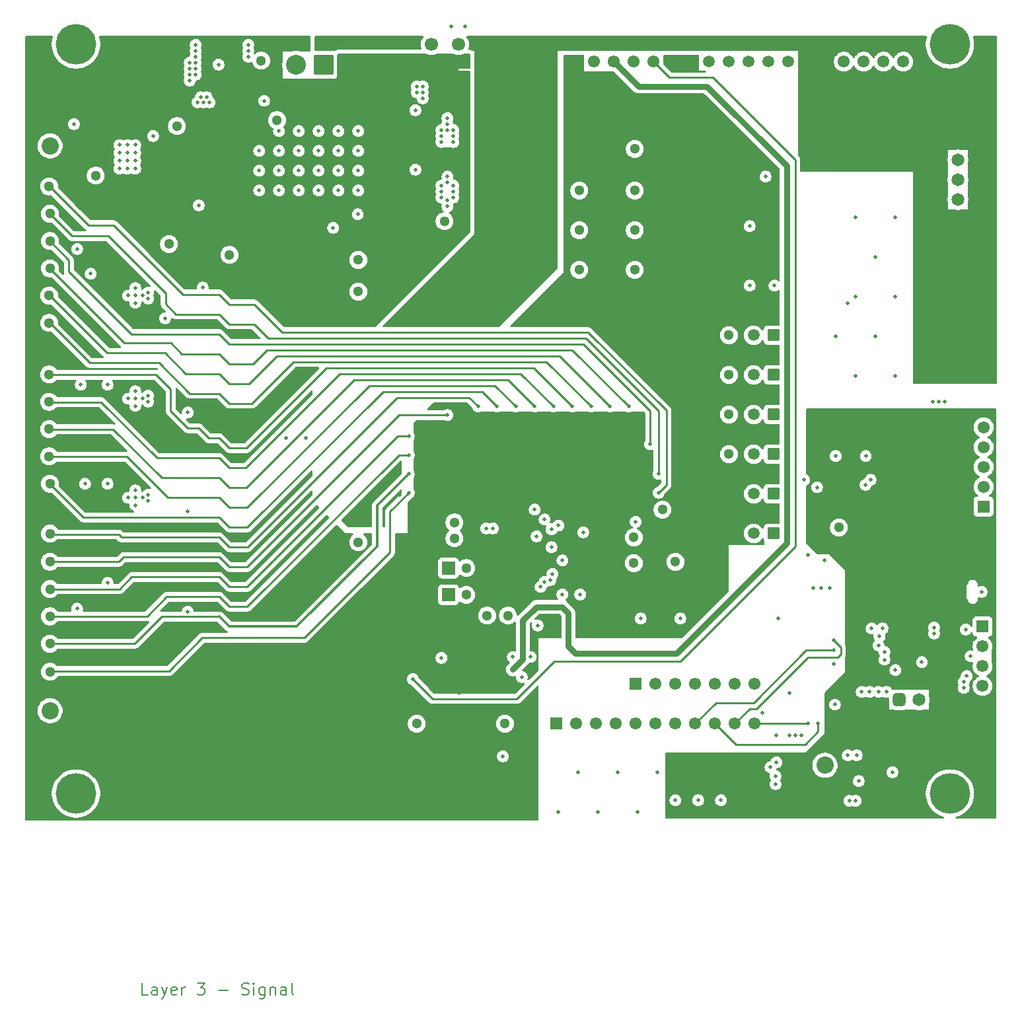
<source format=gbr>
%TF.GenerationSoftware,KiCad,Pcbnew,9.0.4*%
%TF.CreationDate,2025-10-28T13:54:02-05:00*%
%TF.ProjectId,Molecule_BQ76952 - v2,4d6f6c65-6375-46c6-955f-425137363935,rev?*%
%TF.SameCoordinates,Original*%
%TF.FileFunction,Copper,L3,Inr*%
%TF.FilePolarity,Positive*%
%FSLAX46Y46*%
G04 Gerber Fmt 4.6, Leading zero omitted, Abs format (unit mm)*
G04 Created by KiCad (PCBNEW 9.0.4) date 2025-10-28 13:54:02*
%MOMM*%
%LPD*%
G01*
G04 APERTURE LIST*
G04 Aperture macros list*
%AMRoundRect*
0 Rectangle with rounded corners*
0 $1 Rounding radius*
0 $2 $3 $4 $5 $6 $7 $8 $9 X,Y pos of 4 corners*
0 Add a 4 corners polygon primitive as box body*
4,1,4,$2,$3,$4,$5,$6,$7,$8,$9,$2,$3,0*
0 Add four circle primitives for the rounded corners*
1,1,$1+$1,$2,$3*
1,1,$1+$1,$4,$5*
1,1,$1+$1,$6,$7*
1,1,$1+$1,$8,$9*
0 Add four rect primitives between the rounded corners*
20,1,$1+$1,$2,$3,$4,$5,0*
20,1,$1+$1,$4,$5,$6,$7,0*
20,1,$1+$1,$6,$7,$8,$9,0*
20,1,$1+$1,$8,$9,$2,$3,0*%
G04 Aperture macros list end*
%ADD10C,0.203200*%
%TA.AperFunction,NonConductor*%
%ADD11C,0.203200*%
%TD*%
%TA.AperFunction,ComponentPad*%
%ADD12C,1.300000*%
%TD*%
%TA.AperFunction,ComponentPad*%
%ADD13C,5.200000*%
%TD*%
%TA.AperFunction,ComponentPad*%
%ADD14RoundRect,0.051000X0.799000X0.799000X-0.799000X0.799000X-0.799000X-0.799000X0.799000X-0.799000X0*%
%TD*%
%TA.AperFunction,ComponentPad*%
%ADD15C,1.700000*%
%TD*%
%TA.AperFunction,ComponentPad*%
%ADD16R,1.550000X1.550000*%
%TD*%
%TA.AperFunction,ComponentPad*%
%ADD17C,1.550000*%
%TD*%
%TA.AperFunction,ComponentPad*%
%ADD18RoundRect,0.052500X0.697500X0.697500X-0.697500X0.697500X-0.697500X-0.697500X0.697500X-0.697500X0*%
%TD*%
%TA.AperFunction,ComponentPad*%
%ADD19C,1.500000*%
%TD*%
%TA.AperFunction,ComponentPad*%
%ADD20R,1.651000X1.651000*%
%TD*%
%TA.AperFunction,ComponentPad*%
%ADD21C,1.651000*%
%TD*%
%TA.AperFunction,ComponentPad*%
%ADD22C,2.209800*%
%TD*%
%TA.AperFunction,ComponentPad*%
%ADD23RoundRect,0.412500X-0.412500X-0.412500X0.412500X-0.412500X0.412500X0.412500X-0.412500X0.412500X0*%
%TD*%
%TA.AperFunction,ComponentPad*%
%ADD24C,1.650000*%
%TD*%
%TA.AperFunction,ComponentPad*%
%ADD25R,1.500000X1.500000*%
%TD*%
%TA.AperFunction,ComponentPad*%
%ADD26RoundRect,0.050800X1.219200X1.219200X-1.219200X1.219200X-1.219200X-1.219200X1.219200X-1.219200X0*%
%TD*%
%TA.AperFunction,ComponentPad*%
%ADD27C,2.540000*%
%TD*%
%TA.AperFunction,ComponentPad*%
%ADD28R,1.650000X1.650000*%
%TD*%
%TA.AperFunction,ViaPad*%
%ADD29C,0.508000*%
%TD*%
%TA.AperFunction,ViaPad*%
%ADD30C,0.500000*%
%TD*%
%TA.AperFunction,Conductor*%
%ADD31C,0.762000*%
%TD*%
%TA.AperFunction,Conductor*%
%ADD32C,0.254000*%
%TD*%
%TA.AperFunction,Conductor*%
%ADD33C,0.304800*%
%TD*%
G04 APERTURE END LIST*
D10*
D11*
X-44802745Y201998575D02*
X-45528459Y201998575D01*
X-45528459Y201998575D02*
X-45528459Y203522575D01*
X-43641602Y201998575D02*
X-43641602Y202796861D01*
X-43641602Y202796861D02*
X-43714174Y202942004D01*
X-43714174Y202942004D02*
X-43859317Y203014575D01*
X-43859317Y203014575D02*
X-44149602Y203014575D01*
X-44149602Y203014575D02*
X-44294745Y202942004D01*
X-43641602Y202071147D02*
X-43786745Y201998575D01*
X-43786745Y201998575D02*
X-44149602Y201998575D01*
X-44149602Y201998575D02*
X-44294745Y202071147D01*
X-44294745Y202071147D02*
X-44367317Y202216289D01*
X-44367317Y202216289D02*
X-44367317Y202361432D01*
X-44367317Y202361432D02*
X-44294745Y202506575D01*
X-44294745Y202506575D02*
X-44149602Y202579147D01*
X-44149602Y202579147D02*
X-43786745Y202579147D01*
X-43786745Y202579147D02*
X-43641602Y202651718D01*
X-43061031Y203014575D02*
X-42698174Y201998575D01*
X-42335317Y203014575D02*
X-42698174Y201998575D01*
X-42698174Y201998575D02*
X-42843317Y201635718D01*
X-42843317Y201635718D02*
X-42915888Y201563147D01*
X-42915888Y201563147D02*
X-43061031Y201490575D01*
X-41174174Y202071147D02*
X-41319317Y201998575D01*
X-41319317Y201998575D02*
X-41609602Y201998575D01*
X-41609602Y201998575D02*
X-41754745Y202071147D01*
X-41754745Y202071147D02*
X-41827317Y202216289D01*
X-41827317Y202216289D02*
X-41827317Y202796861D01*
X-41827317Y202796861D02*
X-41754745Y202942004D01*
X-41754745Y202942004D02*
X-41609602Y203014575D01*
X-41609602Y203014575D02*
X-41319317Y203014575D01*
X-41319317Y203014575D02*
X-41174174Y202942004D01*
X-41174174Y202942004D02*
X-41101602Y202796861D01*
X-41101602Y202796861D02*
X-41101602Y202651718D01*
X-41101602Y202651718D02*
X-41827317Y202506575D01*
X-40448459Y201998575D02*
X-40448459Y203014575D01*
X-40448459Y202724289D02*
X-40375888Y202869432D01*
X-40375888Y202869432D02*
X-40303316Y202942004D01*
X-40303316Y202942004D02*
X-40158174Y203014575D01*
X-40158174Y203014575D02*
X-40013031Y203014575D01*
X-38489030Y203522575D02*
X-37545602Y203522575D01*
X-37545602Y203522575D02*
X-38053602Y202942004D01*
X-38053602Y202942004D02*
X-37835887Y202942004D01*
X-37835887Y202942004D02*
X-37690744Y202869432D01*
X-37690744Y202869432D02*
X-37618173Y202796861D01*
X-37618173Y202796861D02*
X-37545602Y202651718D01*
X-37545602Y202651718D02*
X-37545602Y202288861D01*
X-37545602Y202288861D02*
X-37618173Y202143718D01*
X-37618173Y202143718D02*
X-37690744Y202071147D01*
X-37690744Y202071147D02*
X-37835887Y201998575D01*
X-37835887Y201998575D02*
X-38271316Y201998575D01*
X-38271316Y201998575D02*
X-38416459Y202071147D01*
X-38416459Y202071147D02*
X-38489030Y202143718D01*
X-35731315Y202579147D02*
X-34570172Y202579147D01*
X-32755887Y202071147D02*
X-32538172Y201998575D01*
X-32538172Y201998575D02*
X-32175315Y201998575D01*
X-32175315Y201998575D02*
X-32030172Y202071147D01*
X-32030172Y202071147D02*
X-31957601Y202143718D01*
X-31957601Y202143718D02*
X-31885030Y202288861D01*
X-31885030Y202288861D02*
X-31885030Y202434004D01*
X-31885030Y202434004D02*
X-31957601Y202579147D01*
X-31957601Y202579147D02*
X-32030172Y202651718D01*
X-32030172Y202651718D02*
X-32175315Y202724289D01*
X-32175315Y202724289D02*
X-32465601Y202796861D01*
X-32465601Y202796861D02*
X-32610744Y202869432D01*
X-32610744Y202869432D02*
X-32683315Y202942004D01*
X-32683315Y202942004D02*
X-32755887Y203087147D01*
X-32755887Y203087147D02*
X-32755887Y203232289D01*
X-32755887Y203232289D02*
X-32683315Y203377432D01*
X-32683315Y203377432D02*
X-32610744Y203450004D01*
X-32610744Y203450004D02*
X-32465601Y203522575D01*
X-32465601Y203522575D02*
X-32102744Y203522575D01*
X-32102744Y203522575D02*
X-31885030Y203450004D01*
X-31231886Y201998575D02*
X-31231886Y203014575D01*
X-31231886Y203522575D02*
X-31304458Y203450004D01*
X-31304458Y203450004D02*
X-31231886Y203377432D01*
X-31231886Y203377432D02*
X-31159315Y203450004D01*
X-31159315Y203450004D02*
X-31231886Y203522575D01*
X-31231886Y203522575D02*
X-31231886Y203377432D01*
X-29853029Y203014575D02*
X-29853029Y201780861D01*
X-29853029Y201780861D02*
X-29925601Y201635718D01*
X-29925601Y201635718D02*
X-29998172Y201563147D01*
X-29998172Y201563147D02*
X-30143315Y201490575D01*
X-30143315Y201490575D02*
X-30361029Y201490575D01*
X-30361029Y201490575D02*
X-30506172Y201563147D01*
X-29853029Y202071147D02*
X-29998172Y201998575D01*
X-29998172Y201998575D02*
X-30288458Y201998575D01*
X-30288458Y201998575D02*
X-30433601Y202071147D01*
X-30433601Y202071147D02*
X-30506172Y202143718D01*
X-30506172Y202143718D02*
X-30578744Y202288861D01*
X-30578744Y202288861D02*
X-30578744Y202724289D01*
X-30578744Y202724289D02*
X-30506172Y202869432D01*
X-30506172Y202869432D02*
X-30433601Y202942004D01*
X-30433601Y202942004D02*
X-30288458Y203014575D01*
X-30288458Y203014575D02*
X-29998172Y203014575D01*
X-29998172Y203014575D02*
X-29853029Y202942004D01*
X-29127315Y203014575D02*
X-29127315Y201998575D01*
X-29127315Y202869432D02*
X-29054744Y202942004D01*
X-29054744Y202942004D02*
X-28909601Y203014575D01*
X-28909601Y203014575D02*
X-28691887Y203014575D01*
X-28691887Y203014575D02*
X-28546744Y202942004D01*
X-28546744Y202942004D02*
X-28474172Y202796861D01*
X-28474172Y202796861D02*
X-28474172Y201998575D01*
X-27095315Y201998575D02*
X-27095315Y202796861D01*
X-27095315Y202796861D02*
X-27167887Y202942004D01*
X-27167887Y202942004D02*
X-27313030Y203014575D01*
X-27313030Y203014575D02*
X-27603315Y203014575D01*
X-27603315Y203014575D02*
X-27748458Y202942004D01*
X-27095315Y202071147D02*
X-27240458Y201998575D01*
X-27240458Y201998575D02*
X-27603315Y201998575D01*
X-27603315Y201998575D02*
X-27748458Y202071147D01*
X-27748458Y202071147D02*
X-27821030Y202216289D01*
X-27821030Y202216289D02*
X-27821030Y202361432D01*
X-27821030Y202361432D02*
X-27748458Y202506575D01*
X-27748458Y202506575D02*
X-27603315Y202579147D01*
X-27603315Y202579147D02*
X-27240458Y202579147D01*
X-27240458Y202579147D02*
X-27095315Y202651718D01*
X-26151887Y201998575D02*
X-26297030Y202071147D01*
X-26297030Y202071147D02*
X-26369601Y202216289D01*
X-26369601Y202216289D02*
X-26369601Y203522575D01*
D10*
D11*
X-44802745Y201998575D02*
X-45528459Y201998575D01*
X-45528459Y201998575D02*
X-45528459Y203522575D01*
X-43641602Y201998575D02*
X-43641602Y202796861D01*
X-43641602Y202796861D02*
X-43714174Y202942004D01*
X-43714174Y202942004D02*
X-43859317Y203014575D01*
X-43859317Y203014575D02*
X-44149602Y203014575D01*
X-44149602Y203014575D02*
X-44294745Y202942004D01*
X-43641602Y202071147D02*
X-43786745Y201998575D01*
X-43786745Y201998575D02*
X-44149602Y201998575D01*
X-44149602Y201998575D02*
X-44294745Y202071147D01*
X-44294745Y202071147D02*
X-44367317Y202216289D01*
X-44367317Y202216289D02*
X-44367317Y202361432D01*
X-44367317Y202361432D02*
X-44294745Y202506575D01*
X-44294745Y202506575D02*
X-44149602Y202579147D01*
X-44149602Y202579147D02*
X-43786745Y202579147D01*
X-43786745Y202579147D02*
X-43641602Y202651718D01*
X-43061031Y203014575D02*
X-42698174Y201998575D01*
X-42335317Y203014575D02*
X-42698174Y201998575D01*
X-42698174Y201998575D02*
X-42843317Y201635718D01*
X-42843317Y201635718D02*
X-42915888Y201563147D01*
X-42915888Y201563147D02*
X-43061031Y201490575D01*
X-41174174Y202071147D02*
X-41319317Y201998575D01*
X-41319317Y201998575D02*
X-41609602Y201998575D01*
X-41609602Y201998575D02*
X-41754745Y202071147D01*
X-41754745Y202071147D02*
X-41827317Y202216289D01*
X-41827317Y202216289D02*
X-41827317Y202796861D01*
X-41827317Y202796861D02*
X-41754745Y202942004D01*
X-41754745Y202942004D02*
X-41609602Y203014575D01*
X-41609602Y203014575D02*
X-41319317Y203014575D01*
X-41319317Y203014575D02*
X-41174174Y202942004D01*
X-41174174Y202942004D02*
X-41101602Y202796861D01*
X-41101602Y202796861D02*
X-41101602Y202651718D01*
X-41101602Y202651718D02*
X-41827317Y202506575D01*
X-40448459Y201998575D02*
X-40448459Y203014575D01*
X-40448459Y202724289D02*
X-40375888Y202869432D01*
X-40375888Y202869432D02*
X-40303316Y202942004D01*
X-40303316Y202942004D02*
X-40158174Y203014575D01*
X-40158174Y203014575D02*
X-40013031Y203014575D01*
X-38489030Y203522575D02*
X-37545602Y203522575D01*
X-37545602Y203522575D02*
X-38053602Y202942004D01*
X-38053602Y202942004D02*
X-37835887Y202942004D01*
X-37835887Y202942004D02*
X-37690744Y202869432D01*
X-37690744Y202869432D02*
X-37618173Y202796861D01*
X-37618173Y202796861D02*
X-37545602Y202651718D01*
X-37545602Y202651718D02*
X-37545602Y202288861D01*
X-37545602Y202288861D02*
X-37618173Y202143718D01*
X-37618173Y202143718D02*
X-37690744Y202071147D01*
X-37690744Y202071147D02*
X-37835887Y201998575D01*
X-37835887Y201998575D02*
X-38271316Y201998575D01*
X-38271316Y201998575D02*
X-38416459Y202071147D01*
X-38416459Y202071147D02*
X-38489030Y202143718D01*
X-35731315Y202579147D02*
X-34570172Y202579147D01*
X-32755887Y202071147D02*
X-32538172Y201998575D01*
X-32538172Y201998575D02*
X-32175315Y201998575D01*
X-32175315Y201998575D02*
X-32030172Y202071147D01*
X-32030172Y202071147D02*
X-31957601Y202143718D01*
X-31957601Y202143718D02*
X-31885030Y202288861D01*
X-31885030Y202288861D02*
X-31885030Y202434004D01*
X-31885030Y202434004D02*
X-31957601Y202579147D01*
X-31957601Y202579147D02*
X-32030172Y202651718D01*
X-32030172Y202651718D02*
X-32175315Y202724289D01*
X-32175315Y202724289D02*
X-32465601Y202796861D01*
X-32465601Y202796861D02*
X-32610744Y202869432D01*
X-32610744Y202869432D02*
X-32683315Y202942004D01*
X-32683315Y202942004D02*
X-32755887Y203087147D01*
X-32755887Y203087147D02*
X-32755887Y203232289D01*
X-32755887Y203232289D02*
X-32683315Y203377432D01*
X-32683315Y203377432D02*
X-32610744Y203450004D01*
X-32610744Y203450004D02*
X-32465601Y203522575D01*
X-32465601Y203522575D02*
X-32102744Y203522575D01*
X-32102744Y203522575D02*
X-31885030Y203450004D01*
X-31231886Y201998575D02*
X-31231886Y203014575D01*
X-31231886Y203522575D02*
X-31304458Y203450004D01*
X-31304458Y203450004D02*
X-31231886Y203377432D01*
X-31231886Y203377432D02*
X-31159315Y203450004D01*
X-31159315Y203450004D02*
X-31231886Y203522575D01*
X-31231886Y203522575D02*
X-31231886Y203377432D01*
X-29853029Y203014575D02*
X-29853029Y201780861D01*
X-29853029Y201780861D02*
X-29925601Y201635718D01*
X-29925601Y201635718D02*
X-29998172Y201563147D01*
X-29998172Y201563147D02*
X-30143315Y201490575D01*
X-30143315Y201490575D02*
X-30361029Y201490575D01*
X-30361029Y201490575D02*
X-30506172Y201563147D01*
X-29853029Y202071147D02*
X-29998172Y201998575D01*
X-29998172Y201998575D02*
X-30288458Y201998575D01*
X-30288458Y201998575D02*
X-30433601Y202071147D01*
X-30433601Y202071147D02*
X-30506172Y202143718D01*
X-30506172Y202143718D02*
X-30578744Y202288861D01*
X-30578744Y202288861D02*
X-30578744Y202724289D01*
X-30578744Y202724289D02*
X-30506172Y202869432D01*
X-30506172Y202869432D02*
X-30433601Y202942004D01*
X-30433601Y202942004D02*
X-30288458Y203014575D01*
X-30288458Y203014575D02*
X-29998172Y203014575D01*
X-29998172Y203014575D02*
X-29853029Y202942004D01*
X-29127315Y203014575D02*
X-29127315Y201998575D01*
X-29127315Y202869432D02*
X-29054744Y202942004D01*
X-29054744Y202942004D02*
X-28909601Y203014575D01*
X-28909601Y203014575D02*
X-28691887Y203014575D01*
X-28691887Y203014575D02*
X-28546744Y202942004D01*
X-28546744Y202942004D02*
X-28474172Y202796861D01*
X-28474172Y202796861D02*
X-28474172Y201998575D01*
X-27095315Y201998575D02*
X-27095315Y202796861D01*
X-27095315Y202796861D02*
X-27167887Y202942004D01*
X-27167887Y202942004D02*
X-27313030Y203014575D01*
X-27313030Y203014575D02*
X-27603315Y203014575D01*
X-27603315Y203014575D02*
X-27748458Y202942004D01*
X-27095315Y202071147D02*
X-27240458Y201998575D01*
X-27240458Y201998575D02*
X-27603315Y201998575D01*
X-27603315Y201998575D02*
X-27748458Y202071147D01*
X-27748458Y202071147D02*
X-27821030Y202216289D01*
X-27821030Y202216289D02*
X-27821030Y202361432D01*
X-27821030Y202361432D02*
X-27748458Y202506575D01*
X-27748458Y202506575D02*
X-27603315Y202579147D01*
X-27603315Y202579147D02*
X-27240458Y202579147D01*
X-27240458Y202579147D02*
X-27095315Y202651718D01*
X-26151887Y201998575D02*
X-26297030Y202071147D01*
X-26297030Y202071147D02*
X-26369601Y202216289D01*
X-26369601Y202216289D02*
X-26369601Y203522575D01*
D12*
%TO.N,/FETs/5P*%
%TO.C,MC5*%
X-57369200Y261109080D03*
%TD*%
D13*
%TO.N,unconnected-(MP4-Pad1)*%
%TO.C,MP4*%
X57975000Y227801500D03*
%TD*%
D14*
%TO.N,PGND*%
%TO.C,J9*%
X2010170Y323801500D03*
D15*
X-1489830Y323801500D03*
%TO.N,/FETs/PACK+*%
X-4989830Y323801500D03*
X-8489830Y323801500D03*
%TD*%
D13*
%TO.N,unconnected-(MP2-Pad1)*%
%TO.C,MP2*%
X-54025000Y323801500D03*
%TD*%
D12*
%TO.N,/FETs/16P*%
%TO.C,MC16*%
X-57469200Y305609080D03*
%TD*%
D16*
%TO.N,Net-(U11-P1.0{slash}TA0CLK{slash}ACLK)*%
%TO.C,J24*%
X17715000Y241835500D03*
D17*
%TO.N,Net-(U11-P1.1{slash}TA0.0)*%
X20255000Y241835500D03*
%TO.N,Net-(U11-P1.2{slash}TA0.1)*%
X22795000Y241835500D03*
%TO.N,Net-(U11-P1.3{slash}TA0.2)*%
X25335000Y241835500D03*
%TO.N,Net-(U11-P1.4{slash}TA0.3)*%
X27875000Y241835500D03*
%TO.N,Net-(U11-P1.5{slash}TA0.4)*%
X30415000Y241835500D03*
%TO.N,Net-(U11-P1.6{slash}TA1CLK{slash}CBOUT)*%
X32955000Y241835500D03*
%TD*%
D18*
%TO.N,Net-(J20-Pad1)*%
%TO.C,J20*%
X35368020Y266219520D03*
D19*
%TO.N,/Monitor/ALERT*%
X32828020Y266219520D03*
%TD*%
D20*
%TO.N,Net-(U1-TS3)*%
%TO.C,RT2*%
X-6288000Y253265500D03*
D21*
%TO.N,VSS*%
X-8828000Y253265500D03*
%TD*%
D22*
%TO.N,VSS*%
%TO.C,TP16*%
X22795000Y312701500D03*
%TD*%
D12*
%TO.N,/FETs/7P*%
%TO.C,MC7*%
X-57469200Y271009080D03*
%TD*%
D22*
%TO.N,VSS*%
%TO.C,TP17*%
X-14670000Y236755500D03*
%TD*%
%TO.N,/Monitor/BAT-*%
%TO.C,TP9*%
X-57342000Y238406500D03*
%TD*%
D18*
%TO.N,/Interface/uC_SPI_CS*%
%TO.C,J10*%
X35368020Y286539530D03*
D19*
%TO.N,/Monitor/CFETOFF*%
X32828020Y286539530D03*
%TD*%
D17*
%TO.N,/Interface/SMBD1*%
%TO.C,J25*%
X32955000Y236755500D03*
%TO.N,/Interface/SMBC1*%
X30415000Y236755500D03*
%TO.N,/Interface/SDA2*%
X27875000Y236755500D03*
%TO.N,/Interface/SCL2*%
X25335000Y236755500D03*
%TO.N,/Interface/uC_HDQ*%
X22795000Y236755500D03*
%TO.N,/Interface/P4_2*%
X20255000Y236755500D03*
%TO.N,/Interface/P4_3*%
X17715000Y236755500D03*
%TO.N,/Interface/uC_SPI_MISO_B*%
X15175000Y236755500D03*
%TO.N,/Interface/uC_SPI_MOSI*%
X12635000Y236755500D03*
%TO.N,/Interface/uC_SPI_CLK*%
X10095000Y236755500D03*
D16*
%TO.N,/Interface/uC_SPI_CS*%
X7555000Y236755500D03*
%TD*%
D18*
%TO.N,Net-(J12-Pad1)*%
%TO.C,J12*%
X35368020Y281459520D03*
D19*
%TO.N,/Monitor/HDQ*%
X32828020Y281459520D03*
%TD*%
D22*
%TO.N,/FETs/16P*%
%TO.C,TP1*%
X-57342000Y310796500D03*
%TD*%
D23*
%TO.N,/Interface/PUR*%
%TO.C,J27*%
X51497000Y239803500D03*
D24*
%TO.N,VUSB*%
X54037000Y239803500D03*
%TD*%
D12*
%TO.N,/FETs/12P*%
%TO.C,MC12*%
X-57469200Y291609080D03*
%TD*%
D22*
%TO.N,3.3V*%
%TO.C,TP44*%
X33082000Y226341500D03*
%TD*%
D18*
%TO.N,/Interface/uC_HDQ*%
%TO.C,J21*%
X35368020Y261139530D03*
D19*
%TO.N,/Monitor/ALERT*%
X32828020Y261139530D03*
%TD*%
D16*
%TO.N,unconnected-(J29-Pad1)*%
%TO.C,J29*%
X62165000Y249201500D03*
D17*
%TO.N,/Interface/RST*%
X62165000Y246661500D03*
%TO.N,/Interface/TEST*%
X62165000Y244121500D03*
%TO.N,QGND*%
X62165000Y241581500D03*
%TD*%
D22*
%TO.N,VBUS*%
%TO.C,TP43*%
X41972000Y231421500D03*
%TD*%
D12*
%TO.N,/FETs/2P*%
%TO.C,MC2*%
X-57369200Y250509080D03*
%TD*%
D22*
%TO.N,VSS*%
%TO.C,TP14*%
X-41975000Y247931500D03*
%TD*%
D18*
%TO.N,Net-(J15-Pad1)*%
%TO.C,J15*%
X35368020Y276379530D03*
D19*
%TO.N,/Monitor/SDA*%
X32828020Y276379530D03*
%TD*%
D12*
%TO.N,/FETs/15P*%
%TO.C,MC15*%
X-57369200Y302109080D03*
%TD*%
D16*
%TO.N,VSS*%
%TO.C,J2*%
X9841000Y321591500D03*
D17*
%TO.N,REG2*%
X12381000Y321591500D03*
%TO.N,REG1*%
X14921000Y321591500D03*
%TO.N,Net-(J2-Pad4)*%
X17461000Y321591500D03*
%TO.N,/Monitor/EXTTS2*%
X20001000Y321591500D03*
%TD*%
D12*
%TO.N,/FETs/6P*%
%TO.C,MC6*%
X-57369200Y267509080D03*
%TD*%
D18*
%TO.N,Net-(J18-Pad1)*%
%TO.C,J18*%
X35368020Y271299520D03*
D19*
%TO.N,/Monitor/SCL*%
X32828020Y271299520D03*
%TD*%
D12*
%TO.N,/FETs/14P*%
%TO.C,MC14*%
X-57369200Y298609080D03*
%TD*%
%TO.N,/FETs/8P*%
%TO.C,MC8*%
X-57469200Y274509080D03*
%TD*%
%TO.N,/FETs/3P*%
%TO.C,MC3*%
X-57369200Y254009080D03*
%TD*%
%TO.N,/FETs/10P*%
%TO.C,MC10*%
X-57469200Y281509080D03*
%TD*%
%TO.N,/Monitor/BAT-*%
%TO.C,MC17*%
X-57369200Y243409080D03*
%TD*%
D16*
%TO.N,Net-(U11-P7.4{slash}TB0.2)*%
%TO.C,J28*%
X62292000Y264568500D03*
D17*
%TO.N,Net-(U11-P7.5{slash}TB0.3)*%
X62292000Y267108500D03*
%TO.N,Net-(U11-P7.6{slash}TB0.4)*%
X62292000Y269648500D03*
%TO.N,Net-(U11-P7.7{slash}TB0CLK{slash}MCLK)*%
X62292000Y272188500D03*
%TO.N,QGND*%
X62292000Y274728500D03*
%TD*%
D25*
%TO.N,VSS*%
%TO.C,J5*%
X24573000Y321591500D03*
D19*
%TO.N,/Monitor/DFETOFF*%
X27113000Y321591500D03*
%TO.N,/Monitor/CFETOFF*%
X29653000Y321591500D03*
%TO.N,/Monitor/DCHG*%
X32193000Y321591500D03*
%TO.N,/Monitor/DDSG*%
X34733000Y321591500D03*
%TO.N,/Monitor/RST_SHUT*%
X37273000Y321591500D03*
%TD*%
D26*
%TO.N,/FETs/CPACK+*%
%TO.C,J8*%
X-22315230Y321197840D03*
D27*
X-25820430Y321197840D03*
%TD*%
D20*
%TO.N,Net-(U1-TS1)*%
%TO.C,RT1*%
X-6288000Y256694500D03*
D21*
%TO.N,VSS*%
X-8828000Y256694500D03*
%TD*%
D28*
%TO.N,PGND*%
%TO.C,J17*%
X59004930Y301398410D03*
D24*
%TO.N,/Monitor/SCL*%
X59004930Y303938410D03*
%TO.N,/Monitor/SDA*%
X59004930Y306478410D03*
%TO.N,unconnected-(J17-Pad4)*%
X59004930Y309018410D03*
%TD*%
D12*
%TO.N,/FETs/13P*%
%TO.C,MC13*%
X-57369200Y295109080D03*
%TD*%
%TO.N,/FETs/1P*%
%TO.C,MC1*%
X-57369200Y247009080D03*
%TD*%
%TO.N,/FETs/11P*%
%TO.C,MC11*%
X-57469200Y288109080D03*
%TD*%
%TO.N,/FETs/4P*%
%TO.C,MC4*%
X-57369199Y257509080D03*
%TD*%
%TO.N,/FETs/9P*%
%TO.C,MC9*%
X-57469200Y278009080D03*
%TD*%
D16*
%TO.N,PGND*%
%TO.C,J22*%
X41845000Y321591500D03*
D17*
%TO.N,/Monitor/CFETOFF*%
X44385000Y321591500D03*
%TO.N,/Monitor/SCL*%
X46925000Y321591500D03*
%TO.N,/Monitor/SDA*%
X49465000Y321591500D03*
%TO.N,/Monitor/HDQ*%
X52005000Y321591500D03*
%TD*%
D22*
%TO.N,VSS*%
%TO.C,TP15*%
X-44769000Y303303500D03*
%TD*%
D13*
%TO.N,unconnected-(MP1-Pad1)*%
%TO.C,MP1*%
X-54025000Y227801500D03*
%TD*%
%TO.N,unconnected-(MP3-Pad1)*%
%TO.C,MP3*%
X57975000Y323801500D03*
%TD*%
D12*
%TO.N,Net-(U1-BAT)*%
%TO.C,TP2*%
X21144000Y264187500D03*
%TD*%
%TO.N,Net-(U1-CP1)*%
%TO.C,TP3*%
X17461000Y260631500D03*
%TD*%
%TO.N,/Monitor/BREG*%
%TO.C,TP4*%
X17461000Y257329500D03*
%TD*%
%TO.N,/Monitor/REGIN*%
%TO.C,TP5*%
X22795000Y257488490D03*
%TD*%
%TO.N,REG1*%
%TO.C,TP6*%
X950990Y236755500D03*
%TD*%
%TO.N,Net-(U1-TS1)*%
%TO.C,TP7*%
X-4002000Y256694500D03*
%TD*%
%TO.N,Net-(U1-TS3)*%
%TO.C,TP8*%
X-4002000Y253265500D03*
%TD*%
%TO.N,VSS*%
%TO.C,TP18*%
X22795000Y260631500D03*
%TD*%
%TO.N,/Monitor/BAT-*%
%TO.C,TP19*%
X-17845000Y259996500D03*
%TD*%
%TO.N,/FETs/CPACK+*%
%TO.C,TP20*%
X-30291000Y321718500D03*
%TD*%
%TO.N,/FETs/FBAT*%
%TO.C,TP21*%
X-41086000Y313336500D03*
%TD*%
%TO.N,/FETs/PACK+*%
%TO.C,TP22*%
X-6796000Y301144500D03*
%TD*%
%TO.N,/FETs/CD*%
%TO.C,TP23*%
X-28259000Y314098500D03*
%TD*%
%TO.N,Net-(F1-Heater)*%
%TO.C,TP24*%
X-51500000Y306986500D03*
%TD*%
%TO.N,Net-(D4-K)*%
%TO.C,TP25*%
X-17845000Y292127500D03*
%TD*%
%TO.N,Net-(Q2-G)*%
%TO.C,TP26*%
X-34355000Y296826500D03*
%TD*%
%TO.N,Net-(Q6-G)*%
%TO.C,TP27*%
X-17845000Y296191500D03*
%TD*%
%TO.N,Net-(D5-K)*%
%TO.C,TP28*%
X10476000Y305081500D03*
%TD*%
%TO.N,Net-(D13-K)*%
%TO.C,TP29*%
X-42102000Y298223500D03*
%TD*%
%TO.N,/Monitor/CHG*%
%TO.C,TP30*%
X10476000Y294921500D03*
%TD*%
%TO.N,/Monitor/PCHG*%
%TO.C,TP31*%
X17588000Y300001500D03*
%TD*%
%TO.N,/Monitor/PDSG*%
%TO.C,TP32*%
X17588000Y294921500D03*
%TD*%
%TO.N,/Monitor/PACK*%
%TO.C,TP33*%
X17588000Y310415500D03*
%TD*%
%TO.N,/Monitor/LD*%
%TO.C,TP34*%
X10476000Y300001500D03*
%TD*%
%TO.N,/Monitor/DSG*%
%TO.C,TP35*%
X17588000Y305081500D03*
%TD*%
%TO.N,PGND*%
%TO.C,TP36*%
X-17845000Y263044500D03*
%TD*%
%TO.N,Net-(U1-REG18)*%
%TO.C,TP10*%
X-1335000Y250598500D03*
%TD*%
%TO.N,/Monitor/TS2*%
%TO.C,TP11*%
X-10352000Y236755500D03*
%TD*%
%TO.N,/Monitor/SRP*%
%TO.C,TP12*%
X-5526000Y260504500D03*
%TD*%
%TO.N,/Monitor/SRN*%
%TO.C,TP13*%
X-5526000Y262536500D03*
%TD*%
%TO.N,/Monitor/CFETOFF*%
%TO.C,TP37*%
X29653020Y286539530D03*
%TD*%
%TO.N,/Monitor/HDQ*%
%TO.C,TP38*%
X29653020Y281459520D03*
%TD*%
%TO.N,/Monitor/SDA*%
%TO.C,TP39*%
X29653020Y276379530D03*
%TD*%
%TO.N,/Monitor/SCL*%
%TO.C,TP40*%
X29653020Y271299520D03*
%TD*%
%TO.N,/Monitor/ALERT*%
%TO.C,TP41*%
X1332000Y250598500D03*
%TD*%
%TO.N,Net-(U10-A2)*%
%TO.C,TP42*%
X43750000Y261901500D03*
%TD*%
D29*
%TO.N,PGND*%
X-4136000Y326072500D03*
X-5914000Y326072500D03*
%TO.N,VSS*%
X-37961800Y225477900D03*
X-32881800Y245797900D03*
X-39689000Y294667500D03*
D30*
X-46420000Y253011500D03*
D29*
X-25261800Y230557900D03*
X-2478000Y265457500D03*
%TO.N,QGND*%
X45858200Y281357900D03*
X48398200Y296597900D03*
%TO.N,PGND*%
X53478200Y316917900D03*
%TO.N,QGND*%
X20458200Y230557900D03*
%TO.N,PGND*%
X56018200Y311837900D03*
%TO.N,QGND*%
X43318200Y286437900D03*
X50938200Y291517900D03*
X10298200Y230557900D03*
%TO.N,PGND*%
X61098200Y311837900D03*
%TO.N,QGND*%
X50938200Y281357900D03*
X15378200Y230557900D03*
%TO.N,PGND*%
X48398200Y316917900D03*
%TO.N,QGND*%
X45858200Y301677900D03*
X17918200Y225477900D03*
X45858200Y291517900D03*
%TO.N,PGND*%
X45858200Y311837900D03*
%TO.N,VSS*%
X-37961800Y245797900D03*
%TO.N,QGND*%
X48398200Y286437900D03*
%TO.N,PGND*%
X61098200Y281357900D03*
X61098200Y291517900D03*
%TO.N,VSS*%
X-39689000Y293905500D03*
D30*
X-47370000Y253011500D03*
D29*
X-17641800Y225477900D03*
X-954000Y254408500D03*
%TO.N,PGND*%
X56018200Y291517900D03*
X62475000Y321801500D03*
%TO.N,VSS*%
X-1589010Y229986500D03*
%TO.N,PGND*%
X56018200Y301677900D03*
X58558200Y316917900D03*
%TO.N,QGND*%
X12838200Y225477900D03*
X7758200Y225477900D03*
%TO.N,PGND*%
X40778200Y311837900D03*
X43318200Y316917900D03*
X54475000Y321301500D03*
%TO.N,QGND*%
X50938200Y301677900D03*
%TO.N,VSS*%
X22998200Y306757900D03*
X-50025000Y225477900D03*
D30*
X-46420000Y253961500D03*
D29*
X-44515000Y306097500D03*
X2678200Y225477900D03*
X10603000Y251725580D03*
X11365000Y256186500D03*
X-7177000Y243597580D03*
X-45581800Y301677900D03*
X-31307000Y275617500D03*
X-44769000Y253392500D03*
X-38038000Y295048500D03*
X22998200Y266117900D03*
X-17641800Y235637900D03*
X-4941800Y240717900D03*
X-44515000Y308129500D03*
X-15101800Y230557900D03*
X-43041800Y245797900D03*
X-4941800Y250877900D03*
X-60009000Y241327500D03*
X15429000Y316765500D03*
X20458200Y311837900D03*
X-58281800Y296597900D03*
X-7481800Y235637900D03*
X12127000Y255424500D03*
X2983000Y262663500D03*
X4253100Y243702660D03*
X11365000Y255424500D03*
X10298200Y291517900D03*
X-20181800Y230557900D03*
X-48121800Y225477900D03*
X-50661800Y301677900D03*
X-25261800Y250877900D03*
X-44515000Y305335500D03*
X-27801800Y225477900D03*
X-44769000Y252630500D03*
X-44515000Y309399500D03*
X1586000Y229986500D03*
X13905000Y262282500D03*
X-38038000Y296572500D03*
X-7481800Y225477900D03*
X-43753000Y306859500D03*
X15378200Y291517900D03*
X-31307000Y276379500D03*
X-43753000Y308129500D03*
D30*
X-45470000Y253011500D03*
D29*
X-32881800Y276277900D03*
X-48121800Y245797900D03*
X13905000Y260758500D03*
X-39689000Y293143500D03*
X-49661800Y230557900D03*
X-38038000Y295810500D03*
X-32881800Y225477900D03*
%TO.N,/Interface/P4_2*%
X47179000Y267362500D03*
%TO.N,Net-(Q9-G)*%
X-10535000Y315368500D03*
%TO.N,/Monitor/SRN*%
X-1462000Y261774500D03*
%TO.N,/Interface/DM*%
X49592000Y245951500D03*
%TO.N,Net-(Q6-G)*%
X-17911000Y302033500D03*
X-21058000Y300293500D03*
%TO.N,/Interface/DM*%
X44893000Y232691500D03*
%TO.N,/Monitor/DDSG*%
X6031000Y254916500D03*
%TO.N,/Interface/P4_2*%
X33971000Y238152500D03*
%TO.N,/FETs/5P*%
X-2478000Y277395500D03*
%TO.N,Net-(Q7-G)*%
X-10535000Y307748500D03*
%TO.N,Net-(U11-P7.5{slash}TB0.3)*%
X47686000Y240819500D03*
%TO.N,Net-(U11-P7.7{slash}TB0CLK{slash}MCLK)*%
X49846000Y240819500D03*
%TO.N,/Monitor/DCHG*%
X5523000Y254281500D03*
%TO.N,Net-(U11-P7.4{slash}TB0.2)*%
X46670000Y240819500D03*
%TO.N,Net-(J26-D-)*%
X45096200Y226869300D03*
%TO.N,/Interface/uC_SPI_MISO_B*%
X37400000Y240692500D03*
%TO.N,/Monitor/DFETOFF*%
X5142000Y249328500D03*
X3110000Y242724500D03*
%TO.N,Net-(U11-P7.6{slash}TB0.4)*%
X48830000Y240819500D03*
%TO.N,/Monitor/CHG*%
X4761000Y264187500D03*
%TO.N,/Interface/SMBD1*%
X39813000Y236755500D03*
%TO.N,/Interface/SMBC1*%
X43115000Y247423500D03*
%TO.N,/Interface/DP*%
X49592000Y244951500D03*
X46036000Y232691500D03*
%TO.N,Net-(Q2-G)*%
X-29923000Y316577500D03*
%TO.N,Net-(J26-D+)*%
X45883600Y226869300D03*
%TO.N,/Interface/uC_SPI_MISO_B*%
X47814000Y267997500D03*
%TO.N,/FETs/9P*%
X7174000Y277395500D03*
%TO.N,/FETs/1P*%
X-11368000Y268759500D03*
%TO.N,/Monitor/PCHG*%
X6031000Y262917500D03*
%TO.N,/FETs/6P*%
X-65000Y277395500D03*
%TO.N,/FETs/7P*%
X2348000Y277395500D03*
%TO.N,/FETs/10P*%
X9587010Y277395510D03*
%TO.N,/FETs/2P*%
X-11368000Y271172500D03*
%TO.N,/FETs/3P*%
X-11368000Y273585500D03*
D30*
%TO.N,Net-(F1-Heater)*%
X-46420000Y309907500D03*
D29*
%TO.N,Net-(J6-Pad1)*%
X1967100Y245302660D03*
%TO.N,/Interface/LED3*%
X40448000Y254154500D03*
D30*
%TO.N,Net-(F1-Heater)*%
X-47436000Y310923500D03*
D29*
%TO.N,/Interface/LED2*%
X41508000Y254154500D03*
%TO.N,/Interface/LED1*%
X22795010Y226938510D03*
D30*
%TO.N,Net-(F1-Heater)*%
X-46420000Y310923500D03*
D29*
%TO.N,/FETs/11P*%
X12000010Y277395510D03*
%TO.N,/Monitor/BREG*%
X-27116000Y273331500D03*
%TO.N,/FETs/15P*%
X20636020Y268759510D03*
D30*
%TO.N,Net-(F1-Heater)*%
X-48452000Y308891500D03*
X-48452000Y310923500D03*
X-48452000Y309907500D03*
X-48452000Y307875500D03*
X-47436000Y307875500D03*
X-46420000Y308891500D03*
D29*
%TO.N,/Interface/LED3*%
X28637000Y226938500D03*
%TO.N,Net-(J7-Pad3)*%
X-7176760Y245197580D03*
%TO.N,/FETs/14P*%
X19546020Y272569510D03*
%TO.N,Net-(J6-Pad3)*%
X4253350Y245302660D03*
%TO.N,/FETs/13P*%
X16826010Y277395510D03*
%TO.N,Net-(J11-Pad1)*%
X8317000Y253325580D03*
%TO.N,/Monitor/EXTTS2*%
X-10859770Y242470670D03*
%TO.N,/Interface/LED2*%
X25716000Y226938500D03*
%TO.N,Net-(J11-Pad3)*%
X10603240Y253325580D03*
D30*
%TO.N,Net-(F1-Heater)*%
X-47436000Y309907500D03*
X-47436000Y308891500D03*
X-46420000Y307875500D03*
D29*
%TO.N,/Monitor/DSG*%
X7809000Y262151500D03*
%TO.N,/Monitor/LD*%
X6920000Y261647500D03*
%TO.N,VSS*%
X-55488021Y232301500D03*
X-5272000Y265203500D03*
X-20181800Y261037900D03*
X14159000Y298858500D03*
X-27801800Y245797900D03*
X-60009000Y240311500D03*
X-12561800Y235637900D03*
X-43753000Y306097500D03*
X12838200Y255957900D03*
X-738000Y258091500D03*
X-43753000Y305335500D03*
X-43041800Y225477900D03*
D30*
X-46420000Y252061500D03*
D29*
X13905000Y261520500D03*
X21906000Y304319500D03*
X-2401800Y235637900D03*
X-43753000Y309399500D03*
X13905000Y263044500D03*
X12127000Y256186500D03*
X-22721800Y225477900D03*
X-20181800Y291517900D03*
X-44515000Y306859500D03*
X-59025000Y227801500D03*
X-31307000Y274855500D03*
X-2401800Y245797900D03*
%TO.N,/Monitor/PACK*%
X10984000Y261266500D03*
%TO.N,REG2*%
X7047000Y255932500D03*
%TO.N,REG1*%
X37057020Y284253500D03*
X1967100Y243702660D03*
%TO.N,/Monitor/SDA*%
X35495000Y292889500D03*
%TO.N,/Monitor/FUSE*%
X6920000Y259361500D03*
%TO.N,/Monitor/REGIN*%
X-24576000Y273331500D03*
%TO.N,REG1*%
X37057020Y274093500D03*
X8301080Y251725580D03*
X37057020Y269013500D03*
X37057020Y279173510D03*
%TO.N,/Monitor/FUSE*%
X-37784000Y292635500D03*
%TO.N,/Monitor/RST_SHUT*%
X6793000Y255170500D03*
X697000Y232564500D03*
%TO.N,/Monitor/REGIN*%
X8317000Y257676500D03*
%TO.N,/Monitor/SRP*%
X-573000Y261774500D03*
D30*
%TO.N,/FETs/4P*%
X-46420000Y265711510D03*
D29*
%TO.N,Net-(D13-K)*%
X-42610000Y288698500D03*
%TO.N,Net-(D1-K)*%
X17715000Y262625500D03*
%TO.N,Net-(U5-V2)*%
X-53875000Y251487500D03*
%TO.N,/FETs/4P*%
X-6415000Y276305500D03*
D30*
X-46420000Y266661510D03*
D29*
%TO.N,Net-(D4-K)*%
X-35765500Y321224000D03*
%TO.N,Net-(U11-V18)*%
X48957000Y247931500D03*
D30*
%TO.N,/FETs/4P*%
X-47370000Y265711510D03*
D29*
X-39689000Y251106500D03*
%TO.N,/FETs/16P*%
X20636020Y266346510D03*
%TO.N,/FETs/PACK+*%
X-6415000Y314352500D03*
%TO.N,Net-(D4-K)*%
X-38292000Y303176500D03*
D30*
%TO.N,/FETs/8P*%
X-46420000Y277461500D03*
D29*
%TO.N,Net-(U4-V2)*%
X-52859000Y267489500D03*
%TO.N,/FETs/8P*%
X4761000Y277395500D03*
X-44769000Y278030500D03*
%TO.N,/FETs/PACK+*%
X-9590000Y316892500D03*
D30*
%TO.N,/FETs/8P*%
X-46420000Y279361500D03*
D29*
%TO.N,/FETs/PACK+*%
X-10352000Y318416500D03*
%TO.N,/Interface/LED1*%
X42568000Y254154500D03*
D30*
%TO.N,/FETs/4P*%
X-45470000Y265711510D03*
D29*
X-44769000Y266092510D03*
%TO.N,Net-(U5-V2)*%
X-49976000Y254789500D03*
%TO.N,Net-(U4-V2)*%
X-49976000Y267489510D03*
D30*
%TO.N,/FETs/4P*%
X-46420000Y264761500D03*
D29*
X-44769000Y265330510D03*
%TO.N,Net-(D13-K)*%
X-44146700Y312066500D03*
%TO.N,Net-(U3-V2)*%
X-49976000Y280189500D03*
X-53405000Y280189500D03*
%TO.N,/FETs/8P*%
X-39689000Y263933500D03*
X-44769000Y278792500D03*
D30*
X-45470000Y278411500D03*
X-47370000Y278411500D03*
X-46420000Y278411500D03*
D29*
%TO.N,/FETs/PACK+*%
X-5653000Y304192500D03*
X-6415000Y306097500D03*
X-7177000Y305716500D03*
X-6415000Y303049500D03*
X-7177000Y304192500D03*
X-9590000Y318416500D03*
X-6415000Y313590500D03*
%TO.N,Net-(U2-V2)*%
X-52135000Y294413500D03*
%TO.N,/FETs/PACK+*%
X-5653000Y311304500D03*
%TO.N,/FETs/12P*%
X14413010Y277395510D03*
D30*
X-46420000Y291619500D03*
X-46420000Y292569500D03*
D29*
X-44769000Y292000500D03*
%TO.N,Net-(U2-V2)*%
X-53875000Y297588500D03*
%TO.N,/FETs/PACK+*%
X-5653000Y304954500D03*
X-6415000Y312828500D03*
X-6415000Y306859500D03*
X-5653000Y312066500D03*
X-7177000Y312066500D03*
X-10352000Y317654500D03*
X-7177000Y304954500D03*
X-5653000Y305716500D03*
X-9590000Y317654500D03*
D30*
%TO.N,/FETs/12P*%
X-45470000Y291619500D03*
D29*
%TO.N,/FETs/PACK+*%
X-7177000Y312828500D03*
X-7177000Y311304500D03*
X-6415000Y303811500D03*
%TO.N,/FETs/12P*%
X-44769000Y291238500D03*
%TO.N,/FETs/PACK+*%
X-5653000Y312828500D03*
%TO.N,/FETs/FBAT*%
X-37657000Y316384500D03*
%TO.N,/FETs/CPACK+*%
X-31942000Y323750500D03*
%TO.N,/FETs/12P*%
X-39689000Y276633500D03*
D30*
X-47370000Y291619500D03*
D29*
%TO.N,/FETs/FBAT*%
X-38673000Y322988500D03*
%TO.N,/Interface/SCL2*%
X43115000Y246153500D03*
D30*
%TO.N,/FETs/12P*%
X-46420000Y290669500D03*
D29*
%TO.N,Net-(U2-VDD)*%
X-54294000Y313590500D03*
%TO.N,/FETs/CPACK+*%
X-31942000Y322988500D03*
%TO.N,/FETs/FBAT*%
X-38673000Y321464500D03*
%TO.N,/FETs/CPACK+*%
X-31942000Y322226500D03*
%TO.N,/FETs/FBAT*%
X-39435000Y319178500D03*
X-39435000Y320702500D03*
X-38419000Y316384500D03*
X-38673000Y323750500D03*
X-38673000Y319940500D03*
X-38038000Y317019500D03*
X-39435000Y319940500D03*
X-39435000Y321464500D03*
X-38673000Y322226500D03*
%TO.N,3.3V*%
X31812000Y232437500D03*
%TO.N,/FETs/FBAT*%
X-38673000Y320702500D03*
%TO.N,3.3V*%
X44096000Y258726500D03*
%TO.N,/FETs/FBAT*%
X-36895000Y316384500D03*
X-37276000Y317019500D03*
%TO.N,3.3V*%
X23665000Y232418500D03*
X43242000Y240311500D03*
X41083000Y258726500D03*
X30415000Y232437500D03*
X59498000Y249836500D03*
X45994800Y271045500D03*
%TO.N,/Monitor/BAT-*%
X-11368000Y266346500D03*
%TO.N,/Interface/uC_SPI_CLK*%
X32320000Y300509500D03*
%TO.N,/Interface/uC_SPI_MISO_A*%
X39305000Y267997500D03*
X32320000Y292889500D03*
%TO.N,/Interface/SCL2*%
X34352000Y306859500D03*
%TO.N,/Interface/SDA2*%
X41083000Y236755500D03*
X44893000Y290603500D03*
%TO.N,/Interface/uC_SPI_MOSI*%
X18350000Y250217620D03*
%TO.N,/Interface/uC_HDQ*%
X23430120Y250217500D03*
X36003000Y250217500D03*
%TO.N,PGND*%
X43496000Y324131500D03*
X62292000Y305716500D03*
X-1081000Y318162500D03*
X50735000Y319940500D03*
X57339000Y281840500D03*
X-2401800Y306757900D03*
X-16829000Y324258500D03*
X-21401000Y324258500D03*
X43115000Y319940500D03*
X62292000Y307240500D03*
X-12561800Y266117900D03*
X2221000Y303430500D03*
X2983000Y304192500D03*
X62292000Y303176500D03*
X2983000Y304954500D03*
X1459000Y303430500D03*
X-1081000Y318924500D03*
X138200Y321997900D03*
X5218200Y311837900D03*
X-17591000Y324258500D03*
X51116000Y324131500D03*
X52894000Y324131500D03*
X45274000Y324131500D03*
X-1081000Y317400500D03*
X5218200Y301677900D03*
X62292000Y304700500D03*
X2678200Y316917900D03*
X62292000Y306478500D03*
X56577000Y281840500D03*
X138200Y301677900D03*
X62292000Y303938500D03*
X-16067000Y324258500D03*
X55815000Y281840500D03*
%TO.N,QGND*%
X55942000Y248312500D03*
X60641000Y245391500D03*
%TO.N,PGND*%
X-1843000Y317400500D03*
X1459000Y304954500D03*
%TO.N,QGND*%
X50983000Y243613500D03*
X59752000Y241327500D03*
X35622000Y229008500D03*
%TO.N,PGND*%
X-1843000Y318924500D03*
X57212000Y302668500D03*
X2983000Y303430500D03*
%TO.N,QGND*%
X60133000Y242851500D03*
%TO.N,PGND*%
X2221000Y304954500D03*
%TO.N,QGND*%
X34987000Y231167500D03*
%TO.N,PGND*%
X5218200Y321997900D03*
%TO.N,QGND*%
X38162000Y235231500D03*
X37400000Y235231500D03*
%TO.N,PGND*%
X57212000Y307748500D03*
%TO.N,QGND*%
X47194800Y271045500D03*
X41880000Y257710500D03*
X39813000Y258345500D03*
X55815000Y278030500D03*
X40956000Y267047900D03*
X56577000Y278030500D03*
%TO.N,PGND*%
X-23179000Y324258500D03*
%TO.N,QGND*%
X62038000Y253646500D03*
X46290000Y229389500D03*
X43242000Y239203500D03*
X59752000Y242089500D03*
X57339000Y278030500D03*
X49338000Y248947500D03*
%TO.N,/FETs/CD*%
X-20385000Y305081500D03*
X-30545000Y305081500D03*
X-30545000Y310161500D03*
X-22925000Y305081500D03*
X-25465000Y305081500D03*
X-25465000Y307621500D03*
%TO.N,QGND*%
X43334000Y271045500D03*
X50608000Y230532500D03*
%TO.N,/FETs/CD*%
X-28005000Y305081500D03*
X-20385000Y312701500D03*
X-28005000Y307621500D03*
X-17845000Y312701500D03*
%TO.N,QGND*%
X47941000Y248947500D03*
%TO.N,/FETs/CD*%
X-20385000Y310161500D03*
%TO.N,QGND*%
X55942000Y249074500D03*
%TO.N,/FETs/CD*%
X-17845000Y305081500D03*
X-28005000Y310161500D03*
X-20385000Y307621500D03*
%TO.N,QGND*%
X60005920Y248820420D03*
X43115000Y244375500D03*
X35622000Y230024500D03*
X54383000Y244629500D03*
%TO.N,/FETs/CD*%
X-17845000Y310161500D03*
X-30545000Y307621500D03*
X-25465000Y310161500D03*
%TO.N,QGND*%
X38924000Y235231500D03*
%TO.N,/FETs/CD*%
X-22925000Y307621500D03*
X-22925000Y312701500D03*
X-25465000Y312701500D03*
X-28005000Y312701500D03*
X-17845000Y307621500D03*
X-22925000Y310161500D03*
%TO.N,VBUS*%
X48830000Y246788500D03*
X35749000Y235231500D03*
%TO.N,/Monitor/PDSG*%
X5015000Y260758500D03*
%TO.N,VBUS*%
X35749000Y231802500D03*
%TD*%
D31*
%TO.N,REG1*%
X18096000Y318416500D02*
X26859000Y318416500D01*
X37057020Y284253500D02*
X37057020Y308218480D01*
X14921000Y321591500D02*
X18096000Y318416500D01*
X37057020Y279173510D02*
X37057020Y284253500D01*
X37057020Y259907520D02*
X37057020Y269013500D01*
X1967100Y243702660D02*
X3237000Y244972560D01*
X3237000Y244972560D02*
X3237000Y249963500D01*
X3237000Y249963500D02*
X4999080Y251725580D01*
X9968000Y245772500D02*
X22922000Y245772500D01*
X8301080Y251725580D02*
X9079000Y250947670D01*
X37057020Y274093500D02*
X37057020Y279173510D01*
X9079000Y246661500D02*
X9968000Y245772500D01*
X26859000Y318416500D02*
X37057020Y308218480D01*
X9079000Y246661500D02*
X9079000Y250947670D01*
X4999080Y251725580D02*
X8301080Y251725580D01*
X37057020Y269013500D02*
X37057020Y274093500D01*
X22922000Y245772500D02*
X37057020Y259907520D01*
D32*
%TO.N,/Interface/SMBC1*%
X39813000Y245264500D02*
X43623000Y245264500D01*
X33209000Y238660500D02*
X39813000Y245264500D01*
X30415000Y236755500D02*
X32320000Y238660500D01*
X32320000Y238660500D02*
X33209000Y238660500D01*
%TO.N,/Interface/SMBD1*%
X32955000Y236755500D02*
X39813000Y236755500D01*
%TO.N,/Interface/SMBC1*%
X43623000Y245264500D02*
X44004000Y245645500D01*
X44004000Y245645500D02*
X44004000Y246534500D01*
X43115000Y247423500D02*
X44004000Y246534500D01*
%TO.N,/FETs/14P*%
X-34354980Y285396500D02*
X10984000Y285396500D01*
%TO.N,/FETs/15P*%
X-49869000Y299239500D02*
X-42521080Y291891580D01*
%TO.N,/FETs/11P*%
X-31508010Y277776500D02*
X-26174010Y283110500D01*
%TO.N,/FETs/13P*%
X-40451010Y284126510D02*
X-35624990Y284126510D01*
%TO.N,/FETs/11P*%
X-35624990Y279046510D02*
X-34354980Y277776500D01*
%TO.N,/FETs/5P*%
X-48566000Y260999500D02*
X-48198010Y260631510D01*
%TO.N,/FETs/14P*%
X-54929000Y294667500D02*
X-46928010Y286666510D01*
%TO.N,/FETs/11P*%
X-52276000Y282983500D02*
X-43372000Y282983500D01*
%TO.N,/FETs/15P*%
X11299630Y286158500D02*
X20636020Y276822120D01*
%TO.N,/FETs/11P*%
X-39435010Y279046510D02*
X-35624990Y279046510D01*
%TO.N,/FETs/15P*%
X-54532000Y299239500D02*
X-49869000Y299239500D01*
%TO.N,/FETs/5P*%
X-34354980Y259361500D02*
X-32037010Y259361500D01*
%TO.N,/FETs/15P*%
X-57369000Y302076500D02*
X-54532000Y299239500D01*
X-29402000Y286158500D02*
X11299630Y286158500D01*
%TO.N,/FETs/13P*%
X9587020Y284634500D02*
X16826010Y277395510D01*
X-29529000Y284634500D02*
X9587020Y284634500D01*
%TO.N,/FETs/15P*%
X-41213010Y289206510D02*
X-35624990Y289206510D01*
X-35624990Y289206510D02*
X-34354980Y287936500D01*
X20636020Y268759510D02*
X20636020Y276822120D01*
%TO.N,/FETs/14P*%
X19546020Y272569510D02*
X19546020Y276834490D01*
%TO.N,/FETs/11P*%
X-57369000Y288076500D02*
X-52276000Y282983500D01*
X-26174010Y283110500D02*
X6285020Y283110500D01*
%TO.N,/FETs/14P*%
X10984000Y285396500D02*
X19546020Y276834490D01*
%TO.N,/FETs/11P*%
X6285020Y283110500D02*
X12000010Y277395510D01*
X-34354980Y277776500D02*
X-31508010Y277776500D01*
%TO.N,/FETs/13P*%
X-31307000Y282856500D02*
X-29529000Y284634500D01*
X-34354980Y282856500D02*
X-31307000Y282856500D01*
%TO.N,/FETs/15P*%
X-42521080Y290514580D02*
X-42521080Y291891580D01*
%TO.N,/FETs/14P*%
X-57369000Y298576500D02*
X-54929000Y296136500D01*
X-54929000Y294667500D02*
X-54929000Y296136500D01*
%TO.N,/FETs/13P*%
X-41848000Y285523500D02*
X-40451010Y284126510D01*
X-47816000Y285523500D02*
X-41848000Y285523500D01*
%TO.N,/FETs/15P*%
X-42521080Y290514580D02*
X-41213010Y289206510D01*
%TO.N,/FETs/11P*%
X-43372000Y282983500D02*
X-39435010Y279046510D01*
%TO.N,/FETs/15P*%
X-34354980Y287936500D02*
X-31180000Y287936500D01*
X-31180000Y287936500D02*
X-29402000Y286158500D01*
%TO.N,/FETs/14P*%
X-35624990Y286666510D02*
X-34354980Y285396500D01*
X-46928010Y286666510D02*
X-35624990Y286666510D01*
%TO.N,/FETs/1P*%
X-46463000Y246999500D02*
X-42990990Y250471510D01*
D33*
X-35624990Y250471510D02*
X-34354980Y249201500D01*
D32*
%TO.N,/FETs/6P*%
X-1970000Y279300500D02*
X-65000Y277395500D01*
X-34354980Y261901500D02*
X-32069000Y261901500D01*
D33*
%TO.N,/FETs/1P*%
X-15432000Y259488500D02*
X-15432000Y264695500D01*
D32*
%TO.N,/FETs/9P*%
X2983000Y281586500D02*
X7174000Y277395500D01*
X-34354980Y269521500D02*
X-32274010Y269521500D01*
%TO.N,/FETs/1P*%
X-42990990Y250471510D02*
X-35624990Y250471510D01*
%TO.N,/FETs/6P*%
X-32069000Y261901500D02*
X-14670000Y279300500D01*
X-53066010Y263171510D02*
X-35624990Y263171510D01*
%TO.N,/FETs/9P*%
X-43626010Y270791510D02*
X-35624990Y270791510D01*
D33*
%TO.N,/FETs/1P*%
X-34354980Y249201500D02*
X-25719000Y249201500D01*
D32*
%TO.N,/FETs/6P*%
X-35624990Y263171510D02*
X-34354980Y261901500D01*
%TO.N,/FETs/9P*%
X-32274010Y269521500D02*
X-20209010Y281586500D01*
D33*
%TO.N,/FETs/1P*%
X-15432000Y264695500D02*
X-11368000Y268759500D01*
D32*
%TO.N,/FETs/6P*%
X-14670000Y279300500D02*
X-1970000Y279300500D01*
%TO.N,/FETs/9P*%
X-35624990Y270791510D02*
X-34354980Y269521500D01*
X-20209010Y281586500D02*
X2983000Y281586500D01*
D33*
%TO.N,/FETs/1P*%
X-25719000Y249201500D02*
X-15432000Y259488500D01*
D32*
%TO.N,/FETs/6P*%
X-57369000Y267474500D02*
X-53066010Y263171510D01*
%TO.N,/FETs/1P*%
X-57369000Y246999500D02*
X-46463000Y246999500D01*
%TO.N,/FETs/9P*%
X-57369000Y277974500D02*
X-50809000Y277974500D01*
X-50809000Y277974500D02*
X-43626010Y270791510D01*
%TO.N,/FETs/5P*%
X-12860010Y278538500D02*
X-3621000Y278538500D01*
%TO.N,/FETs/7P*%
X-42229010Y265711510D02*
X-35624990Y265711510D01*
X-34354980Y264441500D02*
X-32069000Y264441500D01*
X-16448000Y280062500D02*
X-319000Y280062500D01*
X-47492000Y270974500D02*
X-42229010Y265711510D01*
%TO.N,/FETs/2P*%
X-57369000Y250499500D02*
X-44901000Y250499500D01*
X-12638000Y271172500D02*
X-11368000Y271172500D01*
X-34354980Y251741500D02*
X-32069000Y251741500D01*
%TO.N,/FETs/7P*%
X-319000Y280062500D02*
X2348000Y277395500D01*
%TO.N,/FETs/3P*%
X-57369000Y253999500D02*
X-48425000Y253999500D01*
X-48425000Y253999500D02*
X-46872990Y255551510D01*
%TO.N,/FETs/2P*%
X-42388990Y253011510D02*
X-35624990Y253011510D01*
%TO.N,/FETs/3P*%
X-34354980Y254281500D02*
X-32069000Y254281500D01*
X-35624990Y255551510D02*
X-34354980Y254281500D01*
X-12765000Y273585500D02*
X-11368000Y273585500D01*
%TO.N,/FETs/5P*%
X-32037010Y259361500D02*
X-12860010Y278538500D01*
%TO.N,/FETs/2P*%
X-32069000Y251741500D02*
X-12638000Y271172500D01*
%TO.N,/FETs/7P*%
X-32069000Y264441500D02*
X-16448000Y280062500D01*
%TO.N,/FETs/5P*%
X-35624990Y260631510D02*
X-34354980Y259361500D01*
%TO.N,/FETs/2P*%
X-35624990Y253011510D02*
X-34354980Y251741500D01*
%TO.N,/FETs/7P*%
X-57369000Y270974500D02*
X-47492000Y270974500D01*
%TO.N,/FETs/5P*%
X-3621000Y278538500D02*
X-2478000Y277395500D01*
X-57369000Y260999500D02*
X-48566000Y260999500D01*
%TO.N,/FETs/3P*%
X-46872990Y255551510D02*
X-35624990Y255551510D01*
X-32069000Y254281500D02*
X-12765000Y273585500D01*
%TO.N,/FETs/7P*%
X-35624990Y265711510D02*
X-34354980Y264441500D01*
%TO.N,/FETs/2P*%
X-44901000Y250499500D02*
X-42388990Y253011510D01*
%TO.N,/FETs/5P*%
X-48198010Y260631510D02*
X-35624990Y260631510D01*
%TO.N,/FETs/16P*%
X-34354980Y290476500D02*
X-31172000Y290476500D01*
X-57369000Y305576500D02*
X-52429000Y300636500D01*
X-35624990Y291746510D02*
X-34354980Y290476500D01*
X-31172000Y290476500D02*
X-27616000Y286920500D01*
X20636020Y266346510D02*
X21652000Y267362490D01*
X-40324010Y291746510D02*
X-35624990Y291746510D01*
X21652000Y267362490D02*
X21652000Y276883760D01*
X11615260Y286920500D02*
X21652000Y276883760D01*
%TO.N,/FETs/13P*%
X-35624990Y284126510D02*
X-34354980Y282856500D01*
%TO.N,/Monitor/EXTTS2*%
X7301000Y244756500D02*
X23430000Y244756500D01*
X27621000Y319559500D02*
X38162000Y309018500D01*
X22033000Y319559500D02*
X27621000Y319559500D01*
X38162000Y259488500D02*
X38162000Y309018500D01*
X20001000Y321591500D02*
X22033000Y319559500D01*
X23430000Y244756500D02*
X38162000Y259488500D01*
X-10859770Y242470670D02*
X-8319590Y239930500D01*
X2475000Y239930500D02*
X7301000Y244756500D01*
X-8319590Y239930500D02*
X2475000Y239930500D01*
%TO.N,/FETs/13P*%
X-57369000Y295076500D02*
X-47816000Y285523500D01*
%TO.N,/FETs/4P*%
X-12617000Y276305500D02*
X-6415000Y276305500D01*
X-32101000Y256821500D02*
X-12617000Y276305500D01*
X-35624990Y258091510D02*
X-34354980Y256821500D01*
X-57369000Y257499500D02*
X-48536000Y257499500D01*
X-34354980Y256821500D02*
X-32101000Y256821500D01*
X-48536000Y257499500D02*
X-47943990Y258091510D01*
X-47943990Y258091510D02*
X-35624990Y258091510D01*
%TO.N,/FETs/16P*%
X-27616000Y286920500D02*
X11615260Y286920500D01*
X-52429000Y300636500D02*
X-49214000Y300636500D01*
X-49214000Y300636500D02*
X-40324010Y291746510D01*
%TO.N,/FETs/8P*%
X-35624990Y268251510D02*
X-34354980Y266981500D01*
X-57369000Y274474500D02*
X-49251990Y274474500D01*
X-49251990Y274474500D02*
X-43029000Y268251510D01*
X1332000Y280824500D02*
X4761000Y277395500D01*
X-43029000Y268251510D02*
X-35624990Y268251510D01*
X-34354980Y266981500D02*
X-32196000Y266981500D01*
X-18353000Y280824500D02*
X1332000Y280824500D01*
X-32196000Y266981500D02*
X-18353000Y280824500D01*
%TO.N,/FETs/12P*%
X-57369000Y291576500D02*
X-50046000Y284253500D01*
X-35624990Y281586510D02*
X-34354980Y280316500D01*
X-42638000Y284253500D02*
X-39971010Y281586510D01*
X7936020Y283872500D02*
X14413010Y277395510D01*
X-28259000Y283872500D02*
X7936020Y283872500D01*
X-39971010Y281586510D02*
X-35624990Y281586510D01*
X-31815000Y280316500D02*
X-28259000Y283872500D01*
X-50046000Y284253500D02*
X-42638000Y284253500D01*
X-34354980Y280316500D02*
X-31815000Y280316500D01*
%TO.N,/Interface/SCL2*%
X25335000Y236755500D02*
X28002000Y239422500D01*
X39559000Y246153500D02*
X43115000Y246153500D01*
%TO.N,/Monitor/BAT-*%
X-57369000Y243499500D02*
X-42089000Y243499500D01*
%TO.N,/Interface/SCL2*%
X32828000Y239422500D02*
X39559000Y246153500D01*
X28002000Y239422500D02*
X32828000Y239422500D01*
%TO.N,/Monitor/BAT-*%
X-37836990Y247751510D02*
X-29656000Y247751510D01*
X-24755990Y247751510D02*
X-13781000Y258726500D01*
X-42089000Y243499500D02*
X-37836990Y247751510D01*
X-29656000Y247751510D02*
X-24755990Y247751510D01*
X-13781000Y263933500D02*
X-11368000Y266346500D01*
X-13781000Y258726500D02*
X-13781000Y263933500D01*
%TO.N,/Interface/SDA2*%
X27875000Y236755500D02*
X30542000Y234088500D01*
X41083000Y235739500D02*
X41083000Y236755500D01*
X39432000Y234088500D02*
X41083000Y235739500D01*
X30542000Y234088500D02*
X39432000Y234088500D01*
%TO.N,/FETs/10P*%
X-41890510Y276803010D02*
X-39689000Y274601500D01*
X-32196000Y272061500D02*
X-21909000Y282348500D01*
X-41890510Y279597020D02*
X-41890510Y276803010D01*
X-43767990Y281474500D02*
X-41890510Y279597020D01*
X-38261620Y274601500D02*
X-36991630Y273331510D01*
X-34354980Y272061500D02*
X-32196000Y272061500D01*
X-35624990Y273331510D02*
X-34354980Y272061500D01*
X-39689000Y274601500D02*
X-38261620Y274601500D01*
X-57369000Y281474500D02*
X-43767990Y281474500D01*
X-21909000Y282348500D02*
X4634020Y282348500D01*
X-36991630Y273331510D02*
X-35624990Y273331510D01*
X4634020Y282348500D02*
X9587010Y277395510D01*
%TD*%
%TA.AperFunction,Conductor*%
%TO.N,VSS*%
G36*
X-57035449Y324873815D02*
G01*
X-56989694Y324821011D01*
X-56979750Y324751853D01*
X-56985447Y324728545D01*
X-57009015Y324661192D01*
X-57009018Y324661184D01*
X-57064265Y324419129D01*
X-57083110Y324336560D01*
X-57086509Y324321670D01*
X-57086511Y324321658D01*
X-57125500Y323975624D01*
X-57125500Y323627375D01*
X-57086511Y323281341D01*
X-57086509Y323281329D01*
X-57009018Y322941815D01*
X-57009015Y322941807D01*
X-56894001Y322613117D01*
X-56742908Y322299369D01*
X-56557629Y322004500D01*
X-56557628Y322004498D01*
X-56340513Y321732243D01*
X-56094257Y321485987D01*
X-55822002Y321268872D01*
X-55822000Y321268871D01*
X-55527131Y321083592D01*
X-55213383Y320932499D01*
X-54884693Y320817485D01*
X-54884685Y320817482D01*
X-54545171Y320739991D01*
X-54545159Y320739989D01*
X-54199125Y320701000D01*
X-54199120Y320701000D01*
X-53850876Y320701000D01*
X-53504842Y320739989D01*
X-53504833Y320739990D01*
X-53504829Y320739991D01*
X-53414675Y320760568D01*
X-53165316Y320817482D01*
X-53165308Y320817485D01*
X-52836618Y320932499D01*
X-52522870Y321083592D01*
X-52228001Y321268871D01*
X-52227999Y321268872D01*
X-51955744Y321485987D01*
X-51902915Y321538816D01*
X-40189500Y321538816D01*
X-40189500Y321390183D01*
X-40160507Y321244427D01*
X-40160505Y321244419D01*
X-40113505Y321130953D01*
X-40106036Y321061484D01*
X-40113505Y321036048D01*
X-40154907Y320936095D01*
X-40160505Y320922580D01*
X-40160507Y320922572D01*
X-40189500Y320776816D01*
X-40189500Y320628183D01*
X-40160507Y320482427D01*
X-40160505Y320482419D01*
X-40113505Y320368953D01*
X-40106036Y320299484D01*
X-40113505Y320274048D01*
X-40141408Y320206685D01*
X-40160505Y320160580D01*
X-40160507Y320160572D01*
X-40189500Y320014816D01*
X-40189500Y319866183D01*
X-40160507Y319720427D01*
X-40160505Y319720419D01*
X-40113505Y319606953D01*
X-40106036Y319537484D01*
X-40113505Y319512048D01*
X-40114485Y319509681D01*
X-40160505Y319398580D01*
X-40160507Y319398572D01*
X-40189500Y319252816D01*
X-40189500Y319104183D01*
X-40160507Y318958427D01*
X-40160505Y318958419D01*
X-40103629Y318821108D01*
X-40021061Y318697535D01*
X-40021055Y318697528D01*
X-39915972Y318592445D01*
X-39915965Y318592439D01*
X-39792392Y318509871D01*
X-39655081Y318452995D01*
X-39655073Y318452993D01*
X-39509317Y318424000D01*
X-39509312Y318424000D01*
X-39360684Y318424000D01*
X-39214928Y318452993D01*
X-39214920Y318452995D01*
X-39123612Y318490816D01*
X-11106500Y318490816D01*
X-11106500Y318342183D01*
X-11077507Y318196427D01*
X-11077505Y318196419D01*
X-11060348Y318155000D01*
X-11032674Y318088188D01*
X-11030505Y318082953D01*
X-11023036Y318013484D01*
X-11030505Y317988048D01*
X-11074653Y317881466D01*
X-11077505Y317874580D01*
X-11077507Y317874572D01*
X-11106500Y317728816D01*
X-11106500Y317580183D01*
X-11077507Y317434427D01*
X-11077505Y317434419D01*
X-11020629Y317297108D01*
X-10938061Y317173535D01*
X-10938055Y317173528D01*
X-10832972Y317068445D01*
X-10832965Y317068439D01*
X-10709392Y316985871D01*
X-10572081Y316928995D01*
X-10572073Y316928993D01*
X-10439336Y316902590D01*
X-10377425Y316870205D01*
X-10342851Y316809490D01*
X-10341910Y316805164D01*
X-10315507Y316672427D01*
X-10315505Y316672419D01*
X-10258629Y316535108D01*
X-10176061Y316411535D01*
X-10176055Y316411528D01*
X-10070972Y316306445D01*
X-10070965Y316306439D01*
X-9947392Y316223871D01*
X-9810081Y316166995D01*
X-9810073Y316166993D01*
X-9664317Y316138000D01*
X-9664312Y316138000D01*
X-9515684Y316138000D01*
X-9369928Y316166993D01*
X-9369920Y316166995D01*
X-9232609Y316223871D01*
X-9109036Y316306439D01*
X-9109029Y316306445D01*
X-9003946Y316411528D01*
X-9003940Y316411535D01*
X-8921372Y316535108D01*
X-8892599Y316604572D01*
X-8864495Y316672420D01*
X-8835500Y316818188D01*
X-8835500Y316966812D01*
X-8864495Y317112580D01*
X-8911496Y317226047D01*
X-8918964Y317295516D01*
X-8911495Y317320953D01*
X-8864495Y317434420D01*
X-8835500Y317580188D01*
X-8835500Y317728812D01*
X-8864495Y317874580D01*
X-8911496Y317988047D01*
X-8918964Y318057516D01*
X-8911495Y318082953D01*
X-8864495Y318196420D01*
X-8835500Y318342188D01*
X-8835500Y318490812D01*
X-8864495Y318636580D01*
X-8921371Y318773890D01*
X-9003941Y318897466D01*
X-9109034Y319002559D01*
X-9232610Y319085129D01*
X-9369920Y319142005D01*
X-9515686Y319170999D01*
X-9515687Y319171000D01*
X-9515688Y319171000D01*
X-9664312Y319171000D01*
X-9664313Y319171000D01*
X-9664317Y319170999D01*
X-9810080Y319142005D01*
X-9923547Y319095005D01*
X-9993016Y319087536D01*
X-10018453Y319095005D01*
X-10131920Y319142005D01*
X-10277686Y319170999D01*
X-10277687Y319171000D01*
X-10277688Y319171000D01*
X-10426312Y319171000D01*
X-10426313Y319171000D01*
X-10426317Y319170999D01*
X-10572080Y319142005D01*
X-10703579Y319087536D01*
X-10709392Y319085128D01*
X-10832965Y319002560D01*
X-10832972Y319002554D01*
X-10938055Y318897471D01*
X-10938061Y318897464D01*
X-11020629Y318773891D01*
X-11077505Y318636580D01*
X-11077507Y318636572D01*
X-11106500Y318490816D01*
X-39123612Y318490816D01*
X-39077609Y318509871D01*
X-38954042Y318592435D01*
X-38954037Y318592439D01*
X-38954034Y318592441D01*
X-38954030Y318592445D01*
X-38954025Y318592449D01*
X-38848946Y318697528D01*
X-38848940Y318697535D01*
X-38766372Y318821108D01*
X-38766371Y318821110D01*
X-38709495Y318958420D01*
X-38683091Y319091166D01*
X-38650707Y319153075D01*
X-38589991Y319187649D01*
X-38585665Y319188590D01*
X-38452928Y319214993D01*
X-38452920Y319214995D01*
X-38315609Y319271871D01*
X-38192036Y319354439D01*
X-38192029Y319354445D01*
X-38086946Y319459528D01*
X-38086940Y319459535D01*
X-38004372Y319583108D01*
X-37958326Y319694273D01*
X-37947495Y319720420D01*
X-37918500Y319866188D01*
X-37918500Y320014812D01*
X-37947495Y320160580D01*
X-37994496Y320274047D01*
X-38001964Y320343516D01*
X-37994495Y320368953D01*
X-37991571Y320376011D01*
X-37947495Y320482420D01*
X-37918500Y320628188D01*
X-37918500Y320776812D01*
X-37947495Y320922580D01*
X-37994496Y321036047D01*
X-37997249Y321061657D01*
X-38003897Y321086545D01*
X-38001263Y321098989D01*
X-38001964Y321105516D01*
X-37998017Y321121346D01*
X-37996454Y321126224D01*
X-37947495Y321244420D01*
X-37936775Y321298316D01*
X-36520000Y321298316D01*
X-36520000Y321149683D01*
X-36491007Y321003927D01*
X-36491005Y321003919D01*
X-36434129Y320866608D01*
X-36351561Y320743035D01*
X-36351555Y320743028D01*
X-36246472Y320637945D01*
X-36246465Y320637939D01*
X-36122892Y320555371D01*
X-35985581Y320498495D01*
X-35985573Y320498493D01*
X-35839817Y320469500D01*
X-35839812Y320469500D01*
X-35691184Y320469500D01*
X-35545428Y320498493D01*
X-35545420Y320498495D01*
X-35408109Y320555371D01*
X-35284536Y320637939D01*
X-35284529Y320637945D01*
X-35179446Y320743028D01*
X-35179440Y320743035D01*
X-35096872Y320866608D01*
X-35073691Y320922572D01*
X-35039995Y321003920D01*
X-35011000Y321149688D01*
X-35011000Y321298312D01*
X-35039995Y321444080D01*
X-35096871Y321581390D01*
X-35179441Y321704966D01*
X-35284534Y321810059D01*
X-35408110Y321892629D01*
X-35545420Y321949505D01*
X-35691186Y321978499D01*
X-35691187Y321978500D01*
X-35691188Y321978500D01*
X-35839812Y321978500D01*
X-35839813Y321978500D01*
X-35839817Y321978499D01*
X-35985580Y321949505D01*
X-36122890Y321892629D01*
X-36122892Y321892628D01*
X-36246465Y321810060D01*
X-36246472Y321810054D01*
X-36351555Y321704971D01*
X-36351561Y321704964D01*
X-36434129Y321581391D01*
X-36491005Y321444080D01*
X-36491007Y321444072D01*
X-36520000Y321298316D01*
X-37936775Y321298316D01*
X-37929375Y321335518D01*
X-37929373Y321335523D01*
X-37918501Y321390183D01*
X-37918500Y321390187D01*
X-37918500Y321538813D01*
X-37918501Y321538816D01*
X-37947495Y321684580D01*
X-37994496Y321798047D01*
X-38001964Y321867516D01*
X-37994495Y321892953D01*
X-37947495Y322006420D01*
X-37918500Y322152188D01*
X-37918500Y322300812D01*
X-37947495Y322446580D01*
X-37994496Y322560047D01*
X-38001964Y322629516D01*
X-37994495Y322654953D01*
X-37974802Y322702496D01*
X-37947495Y322768420D01*
X-37918500Y322914188D01*
X-37918500Y323062812D01*
X-37947495Y323208580D01*
X-37994496Y323322047D01*
X-38001964Y323391516D01*
X-37994495Y323416953D01*
X-37947495Y323530420D01*
X-37918500Y323676188D01*
X-37918500Y323824812D01*
X-37918501Y323824816D01*
X-32696500Y323824816D01*
X-32696500Y323676183D01*
X-32667507Y323530427D01*
X-32667505Y323530419D01*
X-32620505Y323416953D01*
X-32613036Y323347484D01*
X-32620505Y323322048D01*
X-32637366Y323281341D01*
X-32667505Y323208580D01*
X-32667507Y323208572D01*
X-32696500Y323062816D01*
X-32696500Y322914183D01*
X-32667507Y322768427D01*
X-32667505Y322768419D01*
X-32620505Y322654953D01*
X-32613036Y322585484D01*
X-32620505Y322560047D01*
X-32667505Y322446580D01*
X-32667507Y322446572D01*
X-32696500Y322300816D01*
X-32696500Y322152183D01*
X-32667507Y322006427D01*
X-32667505Y322006419D01*
X-32610629Y321869108D01*
X-32528061Y321745535D01*
X-32528055Y321745528D01*
X-32422972Y321640445D01*
X-32422965Y321640439D01*
X-32299392Y321557871D01*
X-32162081Y321500995D01*
X-32162073Y321500993D01*
X-32016317Y321472000D01*
X-32016312Y321472000D01*
X-31867684Y321472000D01*
X-31721928Y321500993D01*
X-31721920Y321500995D01*
X-31585215Y321557620D01*
X-31515745Y321565089D01*
X-31453266Y321533814D01*
X-31417614Y321473725D01*
X-31415290Y321462463D01*
X-31413172Y321449091D01*
X-31357213Y321276863D01*
X-31357212Y321276860D01*
X-31274994Y321115502D01*
X-31168559Y320969005D01*
X-31168555Y320969000D01*
X-31040500Y320840945D01*
X-31040495Y320840941D01*
X-30893998Y320734506D01*
X-30732640Y320652288D01*
X-30732637Y320652287D01*
X-30560411Y320596329D01*
X-30381551Y320568000D01*
X-30381546Y320568000D01*
X-30200449Y320568000D01*
X-30021590Y320596329D01*
X-29849364Y320652287D01*
X-29849361Y320652288D01*
X-29728824Y320713706D01*
X-29688006Y320734504D01*
X-29688003Y320734506D01*
X-29541506Y320840941D01*
X-29541501Y320840945D01*
X-29413446Y320969000D01*
X-29413442Y320969005D01*
X-29307007Y321115502D01*
X-29307004Y321115506D01*
X-29241319Y321244419D01*
X-29224789Y321276860D01*
X-29224788Y321276863D01*
X-29187968Y321390187D01*
X-29168829Y321449091D01*
X-29153799Y321543989D01*
X-29140500Y321627948D01*
X-29140500Y321809051D01*
X-29158642Y321923588D01*
X-29168829Y321987909D01*
X-29224789Y322160139D01*
X-29307004Y322321494D01*
X-29413447Y322468001D01*
X-29541499Y322596053D01*
X-29688006Y322702496D01*
X-29849361Y322784711D01*
X-30021591Y322840671D01*
X-30113741Y322855265D01*
X-30200449Y322869000D01*
X-30200454Y322869000D01*
X-30381546Y322869000D01*
X-30381551Y322869000D01*
X-30477571Y322853791D01*
X-30560409Y322840671D01*
X-30646524Y322812691D01*
X-30732637Y322784712D01*
X-30732640Y322784711D01*
X-30764598Y322768427D01*
X-30893994Y322702496D01*
X-30893998Y322702493D01*
X-31038693Y322597367D01*
X-31104499Y322573887D01*
X-31172553Y322589713D01*
X-31221248Y322639818D01*
X-31235123Y322708296D01*
X-31226139Y322745138D01*
X-31223131Y322752400D01*
X-31216495Y322768420D01*
X-31187500Y322914188D01*
X-31187500Y323062812D01*
X-31216495Y323208580D01*
X-31263496Y323322047D01*
X-31270964Y323391516D01*
X-31263495Y323416953D01*
X-31216495Y323530420D01*
X-31187500Y323676188D01*
X-31187500Y323824812D01*
X-31216495Y323970580D01*
X-31273371Y324107890D01*
X-31355941Y324231466D01*
X-31461034Y324336559D01*
X-31584610Y324419129D01*
X-31721920Y324476005D01*
X-31867686Y324504999D01*
X-31867687Y324505000D01*
X-31867688Y324505000D01*
X-32016312Y324505000D01*
X-32016313Y324505000D01*
X-32016317Y324504999D01*
X-32162080Y324476005D01*
X-32299390Y324419129D01*
X-32299392Y324419128D01*
X-32422965Y324336560D01*
X-32422972Y324336554D01*
X-32528055Y324231471D01*
X-32528061Y324231464D01*
X-32610629Y324107891D01*
X-32667505Y323970580D01*
X-32667507Y323970572D01*
X-32696500Y323824816D01*
X-37918501Y323824816D01*
X-37947495Y323970580D01*
X-38004371Y324107890D01*
X-38086941Y324231466D01*
X-38192034Y324336559D01*
X-38315610Y324419129D01*
X-38452920Y324476005D01*
X-38598686Y324504999D01*
X-38598687Y324505000D01*
X-38598688Y324505000D01*
X-38747312Y324505000D01*
X-38747313Y324505000D01*
X-38747317Y324504999D01*
X-38893080Y324476005D01*
X-39030390Y324419129D01*
X-39030392Y324419128D01*
X-39153965Y324336560D01*
X-39153972Y324336554D01*
X-39259055Y324231471D01*
X-39259061Y324231464D01*
X-39341629Y324107891D01*
X-39398505Y323970580D01*
X-39398507Y323970572D01*
X-39427500Y323824816D01*
X-39427500Y323676183D01*
X-39398507Y323530427D01*
X-39398505Y323530419D01*
X-39351505Y323416953D01*
X-39344036Y323347484D01*
X-39351505Y323322048D01*
X-39368366Y323281341D01*
X-39398505Y323208580D01*
X-39398507Y323208572D01*
X-39427500Y323062816D01*
X-39427500Y322914183D01*
X-39398507Y322768427D01*
X-39398505Y322768419D01*
X-39351505Y322654953D01*
X-39344036Y322585484D01*
X-39351505Y322560047D01*
X-39398505Y322446580D01*
X-39398507Y322446572D01*
X-39424910Y322313835D01*
X-39457295Y322251924D01*
X-39518010Y322217350D01*
X-39522275Y322216421D01*
X-39655080Y322190005D01*
X-39792390Y322133129D01*
X-39792392Y322133128D01*
X-39915965Y322050560D01*
X-39915972Y322050554D01*
X-40021055Y321945471D01*
X-40021061Y321945464D01*
X-40103629Y321821891D01*
X-40160505Y321684580D01*
X-40160507Y321684572D01*
X-40189500Y321538816D01*
X-51902915Y321538816D01*
X-51709488Y321732243D01*
X-51492373Y322004498D01*
X-51492372Y322004500D01*
X-51491166Y322006419D01*
X-51307094Y322299367D01*
X-51155998Y322613121D01*
X-51048019Y322921708D01*
X-51040986Y322941807D01*
X-51040983Y322941815D01*
X-51031012Y322985500D01*
X-50963491Y323281329D01*
X-50924500Y323627380D01*
X-50924500Y323975620D01*
X-50963491Y324321671D01*
X-51040982Y324661181D01*
X-51048019Y324681292D01*
X-51064553Y324728545D01*
X-51068115Y324798324D01*
X-51033387Y324858951D01*
X-50971393Y324891179D01*
X-50947512Y324893500D01*
X-24065000Y324893500D01*
X-23997961Y324873815D01*
X-23952206Y324821011D01*
X-23941000Y324769500D01*
X-23941000Y322985500D01*
X-23960685Y322918461D01*
X-24013489Y322872706D01*
X-24065000Y322861500D01*
X-25185655Y322861500D01*
X-25233108Y322870939D01*
X-25250098Y322877976D01*
X-25250100Y322877977D01*
X-25474281Y322938046D01*
X-25704385Y322968340D01*
X-25936475Y322968340D01*
X-26166579Y322938046D01*
X-26390760Y322877977D01*
X-26390762Y322877976D01*
X-26390763Y322877976D01*
X-26407752Y322870939D01*
X-26455205Y322861500D01*
X-27497000Y322861500D01*
X-27497000Y321797806D01*
X-27501225Y321765715D01*
X-27560636Y321543989D01*
X-27564198Y321516934D01*
X-27590930Y321313892D01*
X-27590930Y321081787D01*
X-27576080Y320968999D01*
X-27560636Y320851691D01*
X-27507207Y320652289D01*
X-27501225Y320629967D01*
X-27497000Y320597874D01*
X-27497000Y319432500D01*
X-25983795Y319432500D01*
X-25967611Y319431439D01*
X-25964388Y319431014D01*
X-25936483Y319427340D01*
X-25936475Y319427340D01*
X-25704378Y319427340D01*
X-25676880Y319430961D01*
X-25673250Y319431439D01*
X-25657065Y319432500D01*
X-23627975Y319432500D01*
X-23613191Y319431615D01*
X-23604625Y319430586D01*
X-23577592Y319427340D01*
X-23577591Y319427340D01*
X-21052874Y319427340D01*
X-21017266Y319431616D01*
X-21002485Y319432500D01*
X-20639000Y319432500D01*
X-20639000Y319627234D01*
X-20619315Y319694273D01*
X-20613808Y319702154D01*
X-20613439Y319702641D01*
X-20610966Y319705902D01*
X-20555369Y319846885D01*
X-20544730Y319935479D01*
X-20544731Y322460200D01*
X-20545754Y322468721D01*
X-20534200Y322537629D01*
X-20487226Y322589351D01*
X-20422638Y322607500D01*
X-9150974Y322607500D01*
X-9094680Y322593985D01*
X-9082570Y322587815D01*
X-9008245Y322549944D01*
X-9008243Y322549943D01*
X-9008242Y322549943D01*
X-8970344Y322537629D01*
X-8806070Y322484253D01*
X-8806071Y322484253D01*
X-8635628Y322457257D01*
X-8596117Y322451000D01*
X-8596116Y322451000D01*
X-8383544Y322451000D01*
X-8383543Y322451000D01*
X-8316346Y322461643D01*
X-8173591Y322484253D01*
X-8173589Y322484253D01*
X-8173587Y322484254D01*
X-7971418Y322549943D01*
X-7884981Y322593985D01*
X-7828686Y322607500D01*
X-5650974Y322607500D01*
X-5594680Y322593985D01*
X-5582570Y322587815D01*
X-5508245Y322549944D01*
X-5508243Y322549943D01*
X-5508242Y322549943D01*
X-5470344Y322537629D01*
X-5306070Y322484253D01*
X-5306071Y322484253D01*
X-5135628Y322457257D01*
X-5096117Y322451000D01*
X-5096116Y322451000D01*
X-4883544Y322451000D01*
X-4883543Y322451000D01*
X-4816346Y322461643D01*
X-4673591Y322484253D01*
X-4673589Y322484253D01*
X-4673587Y322484254D01*
X-4471418Y322549943D01*
X-4384981Y322593985D01*
X-4328686Y322607500D01*
X-3618000Y322607500D01*
X-3550961Y322587815D01*
X-3505206Y322535011D01*
X-3494000Y322483500D01*
X-3494000Y320826500D01*
X-3513685Y320759461D01*
X-3566489Y320713706D01*
X-3618000Y320702500D01*
X-4989830Y320702500D01*
X-4989830Y320440410D01*
X-3618000Y320440410D01*
X-3550961Y320420725D01*
X-3505206Y320367921D01*
X-3494000Y320316410D01*
X-3494000Y299798862D01*
X-3513685Y299731823D01*
X-3530319Y299711181D01*
X-15657181Y287584319D01*
X-15718504Y287550834D01*
X-15744862Y287548000D01*
X-27304719Y287548000D01*
X-27371758Y287567685D01*
X-27392400Y287584319D01*
X-30771991Y290963910D01*
X-30771992Y290963911D01*
X-30828983Y291001991D01*
X-30874767Y291032583D01*
X-30930009Y291055465D01*
X-30988965Y291079886D01*
X-31110195Y291103999D01*
X-31110196Y291104000D01*
X-31110197Y291104000D01*
X-34043699Y291104000D01*
X-34110738Y291123685D01*
X-34131380Y291140319D01*
X-35126298Y292135237D01*
X-35155056Y292163995D01*
X-35209112Y292218051D01*
X-18995500Y292218051D01*
X-18995500Y292036948D01*
X-18967171Y291858089D01*
X-18911213Y291685863D01*
X-18911212Y291685860D01*
X-18828994Y291524502D01*
X-18722559Y291378005D01*
X-18722555Y291378000D01*
X-18594500Y291249945D01*
X-18594495Y291249941D01*
X-18447998Y291143506D01*
X-18286640Y291061288D01*
X-18286637Y291061287D01*
X-18114411Y291005329D01*
X-17935551Y290977000D01*
X-17935546Y290977000D01*
X-17754449Y290977000D01*
X-17575590Y291005329D01*
X-17403364Y291061287D01*
X-17403361Y291061288D01*
X-17280903Y291123685D01*
X-17242006Y291143504D01*
X-17242003Y291143506D01*
X-17095506Y291249941D01*
X-17095501Y291249945D01*
X-16967446Y291378000D01*
X-16967442Y291378005D01*
X-16861007Y291524502D01*
X-16861004Y291524506D01*
X-16787900Y291667980D01*
X-16778789Y291685860D01*
X-16778788Y291685863D01*
X-16729223Y291838413D01*
X-16722829Y291858091D01*
X-16704312Y291975001D01*
X-16694500Y292036948D01*
X-16694500Y292218051D01*
X-16710085Y292316447D01*
X-16722829Y292396909D01*
X-16778789Y292569139D01*
X-16861004Y292730494D01*
X-16967447Y292877001D01*
X-17095499Y293005053D01*
X-17242006Y293111496D01*
X-17403361Y293193711D01*
X-17575591Y293249671D01*
X-17667741Y293264265D01*
X-17754449Y293278000D01*
X-17754454Y293278000D01*
X-17935546Y293278000D01*
X-17935551Y293278000D01*
X-18031571Y293262791D01*
X-18114409Y293249671D01*
X-18160855Y293234580D01*
X-18286637Y293193712D01*
X-18286640Y293193711D01*
X-18342516Y293165240D01*
X-18447994Y293111496D01*
X-18447998Y293111493D01*
X-18594495Y293005058D01*
X-18594500Y293005054D01*
X-18722555Y292876999D01*
X-18722559Y292876994D01*
X-18811192Y292754999D01*
X-18828996Y292730494D01*
X-18839534Y292709812D01*
X-18911212Y292569139D01*
X-18911213Y292569136D01*
X-18967171Y292396910D01*
X-18995500Y292218051D01*
X-35209112Y292218051D01*
X-35224982Y292233921D01*
X-35227333Y292235492D01*
X-35327757Y292302593D01*
X-35361206Y292316447D01*
X-35441955Y292349896D01*
X-35563185Y292374009D01*
X-35563186Y292374010D01*
X-35563187Y292374010D01*
X-36915637Y292374010D01*
X-36982676Y292393695D01*
X-37028431Y292446499D01*
X-37038375Y292515657D01*
X-37037255Y292522200D01*
X-37029500Y292561189D01*
X-37029500Y292709813D01*
X-37029501Y292709816D01*
X-37032721Y292726006D01*
X-37058495Y292855580D01*
X-37115371Y292992890D01*
X-37197941Y293116466D01*
X-37303034Y293221559D01*
X-37426610Y293304129D01*
X-37563920Y293361005D01*
X-37709686Y293389999D01*
X-37709687Y293390000D01*
X-37709688Y293390000D01*
X-37858312Y293390000D01*
X-37858313Y293390000D01*
X-37858317Y293389999D01*
X-38004080Y293361005D01*
X-38103074Y293320000D01*
X-38141392Y293304128D01*
X-38264965Y293221560D01*
X-38264972Y293221554D01*
X-38370055Y293116471D01*
X-38370061Y293116464D01*
X-38452629Y292992891D01*
X-38509505Y292855580D01*
X-38509507Y292855572D01*
X-38538500Y292709816D01*
X-38538500Y292561189D01*
X-38530745Y292522200D01*
X-38536974Y292452608D01*
X-38579837Y292397432D01*
X-38645727Y292374188D01*
X-38652363Y292374010D01*
X-40012729Y292374010D01*
X-40079768Y292393695D01*
X-40100410Y292410329D01*
X-44524317Y296834237D01*
X-44607131Y296917051D01*
X-35505500Y296917051D01*
X-35505500Y296735948D01*
X-35477171Y296557089D01*
X-35421213Y296384863D01*
X-35421212Y296384860D01*
X-35338994Y296223502D01*
X-35232559Y296077005D01*
X-35232555Y296077000D01*
X-35104500Y295948945D01*
X-35104495Y295948941D01*
X-34957998Y295842506D01*
X-34796640Y295760288D01*
X-34796637Y295760287D01*
X-34624411Y295704329D01*
X-34445551Y295676000D01*
X-34445546Y295676000D01*
X-34264449Y295676000D01*
X-34085590Y295704329D01*
X-33913364Y295760287D01*
X-33913361Y295760288D01*
X-33803700Y295816164D01*
X-33752006Y295842504D01*
X-33729887Y295858574D01*
X-33605506Y295948941D01*
X-33605501Y295948945D01*
X-33477446Y296077000D01*
X-33477442Y296077005D01*
X-33371007Y296223502D01*
X-33371004Y296223506D01*
X-33341173Y296282051D01*
X-18995500Y296282051D01*
X-18995500Y296100948D01*
X-18967171Y295922089D01*
X-18911213Y295749863D01*
X-18911212Y295749860D01*
X-18828994Y295588502D01*
X-18722559Y295442005D01*
X-18722555Y295442000D01*
X-18594500Y295313945D01*
X-18594495Y295313941D01*
X-18447998Y295207506D01*
X-18286640Y295125288D01*
X-18286637Y295125287D01*
X-18114411Y295069329D01*
X-17935551Y295041000D01*
X-17935546Y295041000D01*
X-17754449Y295041000D01*
X-17575590Y295069329D01*
X-17403364Y295125287D01*
X-17403361Y295125288D01*
X-17293700Y295181164D01*
X-17242006Y295207504D01*
X-17242003Y295207506D01*
X-17095506Y295313941D01*
X-17095501Y295313945D01*
X-16967446Y295442000D01*
X-16967442Y295442005D01*
X-16861007Y295588502D01*
X-16861004Y295588506D01*
X-16801989Y295704329D01*
X-16778789Y295749860D01*
X-16778788Y295749863D01*
X-16722830Y295922089D01*
X-16722829Y295922091D01*
X-16710981Y295996897D01*
X-16694500Y296100948D01*
X-16694500Y296282051D01*
X-16718526Y296433739D01*
X-16722829Y296460909D01*
X-16778789Y296633139D01*
X-16861004Y296794494D01*
X-16967447Y296941001D01*
X-17095499Y297069053D01*
X-17242006Y297175496D01*
X-17403361Y297257711D01*
X-17575591Y297313671D01*
X-17667741Y297328265D01*
X-17754449Y297342000D01*
X-17754454Y297342000D01*
X-17935546Y297342000D01*
X-17935551Y297342000D01*
X-18031571Y297326791D01*
X-18114409Y297313671D01*
X-18200524Y297285691D01*
X-18286637Y297257712D01*
X-18286640Y297257711D01*
X-18322368Y297239506D01*
X-18447994Y297175496D01*
X-18447998Y297175493D01*
X-18594495Y297069058D01*
X-18594500Y297069054D01*
X-18722555Y296940999D01*
X-18722559Y296940994D01*
X-18828994Y296794497D01*
X-18911212Y296633139D01*
X-18911213Y296633136D01*
X-18967171Y296460910D01*
X-18995500Y296282051D01*
X-33341173Y296282051D01*
X-33310009Y296343214D01*
X-33288791Y296384855D01*
X-33288788Y296384863D01*
X-33260809Y296470976D01*
X-33232829Y296557091D01*
X-33220784Y296633139D01*
X-33204500Y296735948D01*
X-33204500Y296917051D01*
X-33218235Y297003759D01*
X-33232829Y297095909D01*
X-33288789Y297268139D01*
X-33371004Y297429494D01*
X-33477447Y297576001D01*
X-33605499Y297704053D01*
X-33752006Y297810496D01*
X-33913361Y297892711D01*
X-34085591Y297948671D01*
X-34177741Y297963265D01*
X-34264449Y297977000D01*
X-34264454Y297977000D01*
X-34445546Y297977000D01*
X-34445551Y297977000D01*
X-34541571Y297961791D01*
X-34624409Y297948671D01*
X-34710524Y297920691D01*
X-34796637Y297892712D01*
X-34796640Y297892711D01*
X-34852516Y297864240D01*
X-34957994Y297810496D01*
X-34957998Y297810493D01*
X-35104495Y297704058D01*
X-35104500Y297704054D01*
X-35232555Y297575999D01*
X-35232559Y297575994D01*
X-35338994Y297429497D01*
X-35421212Y297268139D01*
X-35421213Y297268136D01*
X-35477171Y297095910D01*
X-35505500Y296917051D01*
X-44607131Y296917051D01*
X-46004131Y298314051D01*
X-43252500Y298314051D01*
X-43252500Y298132948D01*
X-43224171Y297954089D01*
X-43168213Y297781863D01*
X-43168212Y297781860D01*
X-43085994Y297620502D01*
X-42979559Y297474005D01*
X-42979555Y297474000D01*
X-42851500Y297345945D01*
X-42851495Y297345941D01*
X-42704998Y297239506D01*
X-42543640Y297157288D01*
X-42543637Y297157287D01*
X-42371411Y297101329D01*
X-42192551Y297073000D01*
X-42192546Y297073000D01*
X-42011449Y297073000D01*
X-41832590Y297101329D01*
X-41660364Y297157287D01*
X-41660361Y297157288D01*
X-41550700Y297213164D01*
X-41499006Y297239504D01*
X-41473946Y297257711D01*
X-41352506Y297345941D01*
X-41352501Y297345945D01*
X-41224446Y297474000D01*
X-41224442Y297474005D01*
X-41118007Y297620502D01*
X-41118004Y297620506D01*
X-41061436Y297731527D01*
X-41035789Y297781860D01*
X-41035788Y297781863D01*
X-40982494Y297945890D01*
X-40979829Y297954091D01*
X-40967981Y298028897D01*
X-40951500Y298132948D01*
X-40951500Y298314051D01*
X-40965754Y298404040D01*
X-40979829Y298492909D01*
X-41035789Y298665139D01*
X-41118004Y298826494D01*
X-41224447Y298973001D01*
X-41352499Y299101053D01*
X-41499006Y299207496D01*
X-41660361Y299289711D01*
X-41832591Y299345671D01*
X-41924741Y299360265D01*
X-42011449Y299374000D01*
X-42011454Y299374000D01*
X-42192546Y299374000D01*
X-42192551Y299374000D01*
X-42288571Y299358791D01*
X-42371409Y299345671D01*
X-42457524Y299317691D01*
X-42543637Y299289712D01*
X-42543640Y299289711D01*
X-42599516Y299261240D01*
X-42704994Y299207496D01*
X-42704998Y299207493D01*
X-42851495Y299101058D01*
X-42851500Y299101054D01*
X-42979555Y298972999D01*
X-42979559Y298972994D01*
X-43085994Y298826497D01*
X-43168212Y298665139D01*
X-43168213Y298665136D01*
X-43224171Y298492910D01*
X-43252500Y298314051D01*
X-46004131Y298314051D01*
X-47976303Y300286223D01*
X-48057896Y300367816D01*
X-21812500Y300367816D01*
X-21812500Y300219183D01*
X-21783507Y300073427D01*
X-21783505Y300073419D01*
X-21726629Y299936108D01*
X-21644061Y299812535D01*
X-21644055Y299812528D01*
X-21538972Y299707445D01*
X-21538965Y299707439D01*
X-21415392Y299624871D01*
X-21278081Y299567995D01*
X-21278073Y299567993D01*
X-21132317Y299539000D01*
X-21132312Y299539000D01*
X-20983684Y299539000D01*
X-20837928Y299567993D01*
X-20837920Y299567995D01*
X-20700609Y299624871D01*
X-20577036Y299707439D01*
X-20577029Y299707445D01*
X-20471946Y299812528D01*
X-20471940Y299812535D01*
X-20389372Y299936108D01*
X-20351090Y300028528D01*
X-20332495Y300073420D01*
X-20303500Y300219188D01*
X-20303500Y300367812D01*
X-20332495Y300513580D01*
X-20389371Y300650890D01*
X-20471941Y300774466D01*
X-20577034Y300879559D01*
X-20700610Y300962129D01*
X-20837920Y301019005D01*
X-20983686Y301047999D01*
X-20983687Y301048000D01*
X-20983688Y301048000D01*
X-21132312Y301048000D01*
X-21132313Y301048000D01*
X-21132317Y301047999D01*
X-21278080Y301019005D01*
X-21415390Y300962129D01*
X-21415392Y300962128D01*
X-21538965Y300879560D01*
X-21538972Y300879554D01*
X-21644055Y300774471D01*
X-21644061Y300774464D01*
X-21726629Y300650891D01*
X-21783505Y300513580D01*
X-21783507Y300513572D01*
X-21812500Y300367816D01*
X-48057896Y300367816D01*
X-48813989Y301123908D01*
X-48813990Y301123909D01*
X-48813992Y301123911D01*
X-48833581Y301137000D01*
X-48916767Y301192583D01*
X-48950216Y301206437D01*
X-49019293Y301235051D01*
X-7946500Y301235051D01*
X-7946500Y301053948D01*
X-7918171Y300875089D01*
X-7862213Y300702863D01*
X-7862212Y300702860D01*
X-7779994Y300541502D01*
X-7673559Y300395005D01*
X-7673555Y300395000D01*
X-7545500Y300266945D01*
X-7545495Y300266941D01*
X-7398998Y300160506D01*
X-7237640Y300078288D01*
X-7237637Y300078287D01*
X-7065411Y300022329D01*
X-6886551Y299994000D01*
X-6886546Y299994000D01*
X-6705449Y299994000D01*
X-6526590Y300022329D01*
X-6354364Y300078287D01*
X-6354361Y300078288D01*
X-6244700Y300134164D01*
X-6193006Y300160504D01*
X-6193003Y300160506D01*
X-6046506Y300266941D01*
X-6046501Y300266945D01*
X-5918446Y300395000D01*
X-5918442Y300395005D01*
X-5825604Y300522787D01*
X-5812004Y300541506D01*
X-5756269Y300650891D01*
X-5729789Y300702860D01*
X-5729788Y300702863D01*
X-5676494Y300866890D01*
X-5673829Y300875091D01*
X-5660606Y300958580D01*
X-5645500Y301053948D01*
X-5645500Y301235051D01*
X-5659235Y301321759D01*
X-5673829Y301413909D01*
X-5729789Y301586139D01*
X-5812004Y301747494D01*
X-5918447Y301894001D01*
X-6046499Y302022053D01*
X-6052239Y302026223D01*
X-6164537Y302107812D01*
X-6185948Y302123367D01*
X-6228613Y302178696D01*
X-6234592Y302248309D01*
X-6201987Y302310104D01*
X-6160515Y302338246D01*
X-6057609Y302380871D01*
X-5934036Y302463439D01*
X-5934029Y302463445D01*
X-5828946Y302568528D01*
X-5828940Y302568535D01*
X-5746372Y302692108D01*
X-5744952Y302695535D01*
X-5689495Y302829420D01*
X-5660500Y302975188D01*
X-5660500Y303123812D01*
X-5689495Y303269580D01*
X-5689501Y303269592D01*
X-5691263Y303275407D01*
X-5689256Y303276015D01*
X-5695709Y303336012D01*
X-5664436Y303398492D01*
X-5604349Y303434147D01*
X-5584672Y303436618D01*
X-5584749Y303437403D01*
X-5578684Y303438000D01*
X-5432928Y303466993D01*
X-5432920Y303466995D01*
X-5295609Y303523871D01*
X-5172036Y303606439D01*
X-5172029Y303606445D01*
X-5066946Y303711528D01*
X-5066940Y303711535D01*
X-4984372Y303835108D01*
X-4984371Y303835110D01*
X-4927495Y303972420D01*
X-4898500Y304118188D01*
X-4898500Y304266812D01*
X-4927495Y304412580D01*
X-4974496Y304526047D01*
X-4981964Y304595516D01*
X-4974495Y304620953D01*
X-4966662Y304639863D01*
X-4927495Y304734420D01*
X-4898500Y304880188D01*
X-4898500Y305028812D01*
X-4927495Y305174580D01*
X-4974496Y305288047D01*
X-4981964Y305357516D01*
X-4974495Y305382953D01*
X-4951325Y305438890D01*
X-4927495Y305496420D01*
X-4898500Y305642188D01*
X-4898500Y305790812D01*
X-4927495Y305936580D01*
X-4984371Y306073890D01*
X-5066941Y306197466D01*
X-5172034Y306302559D01*
X-5295610Y306385129D01*
X-5432920Y306442005D01*
X-5578688Y306471000D01*
X-5578694Y306471000D01*
X-5584749Y306471597D01*
X-5584495Y306474176D01*
X-5640717Y306490685D01*
X-5686472Y306543489D01*
X-5696416Y306612647D01*
X-5690715Y306633426D01*
X-5691263Y306633593D01*
X-5689500Y306639409D01*
X-5689495Y306639420D01*
X-5660500Y306785188D01*
X-5660500Y306933812D01*
X-5689495Y307079580D01*
X-5746371Y307216890D01*
X-5828941Y307340466D01*
X-5934034Y307445559D01*
X-6057610Y307528129D01*
X-6194920Y307585005D01*
X-6340686Y307613999D01*
X-6340687Y307614000D01*
X-6340688Y307614000D01*
X-6489312Y307614000D01*
X-6489313Y307614000D01*
X-6489317Y307613999D01*
X-6635080Y307585005D01*
X-6772390Y307528129D01*
X-6772392Y307528128D01*
X-6895965Y307445560D01*
X-6895972Y307445554D01*
X-7001055Y307340471D01*
X-7001061Y307340464D01*
X-7083629Y307216891D01*
X-7140505Y307079580D01*
X-7140507Y307079572D01*
X-7169500Y306933816D01*
X-7169500Y306785183D01*
X-7140507Y306639427D01*
X-7138737Y306633593D01*
X-7140745Y306632984D01*
X-7134291Y306572988D01*
X-7165564Y306510508D01*
X-7225651Y306474853D01*
X-7245329Y306472381D01*
X-7245251Y306471597D01*
X-7251307Y306471000D01*
X-7251312Y306471000D01*
X-7397080Y306442005D01*
X-7497257Y306400510D01*
X-7534392Y306385128D01*
X-7657965Y306302560D01*
X-7657972Y306302554D01*
X-7763055Y306197471D01*
X-7763061Y306197464D01*
X-7845629Y306073891D01*
X-7902505Y305936580D01*
X-7902507Y305936572D01*
X-7931500Y305790816D01*
X-7931500Y305642183D01*
X-7902507Y305496427D01*
X-7902505Y305496419D01*
X-7855505Y305382953D01*
X-7848036Y305313484D01*
X-7855505Y305288047D01*
X-7902505Y305174580D01*
X-7902507Y305174572D01*
X-7931500Y305028816D01*
X-7931500Y304880183D01*
X-7902507Y304734427D01*
X-7902505Y304734419D01*
X-7855505Y304620953D01*
X-7848036Y304551484D01*
X-7855505Y304526047D01*
X-7902505Y304412580D01*
X-7902507Y304412572D01*
X-7931500Y304266816D01*
X-7931500Y304118183D01*
X-7902507Y303972427D01*
X-7902505Y303972419D01*
X-7845629Y303835108D01*
X-7763061Y303711535D01*
X-7763055Y303711528D01*
X-7657972Y303606445D01*
X-7657965Y303606439D01*
X-7534392Y303523871D01*
X-7397081Y303466995D01*
X-7397073Y303466993D01*
X-7251317Y303438000D01*
X-7245251Y303437403D01*
X-7245506Y303434823D01*
X-7189283Y303418315D01*
X-7143528Y303365511D01*
X-7133584Y303296353D01*
X-7139286Y303275573D01*
X-7138737Y303275407D01*
X-7140507Y303269572D01*
X-7169500Y303123816D01*
X-7169500Y302975183D01*
X-7140507Y302829427D01*
X-7140505Y302829419D01*
X-7083629Y302692108D01*
X-7001061Y302568535D01*
X-6921352Y302488826D01*
X-6887868Y302427502D01*
X-6892852Y302357811D01*
X-6934724Y302301877D01*
X-6989637Y302278672D01*
X-7065410Y302266671D01*
X-7237637Y302210712D01*
X-7237640Y302210711D01*
X-7293516Y302182240D01*
X-7398994Y302128496D01*
X-7398998Y302128493D01*
X-7545495Y302022058D01*
X-7545500Y302022054D01*
X-7673555Y301893999D01*
X-7673559Y301893994D01*
X-7779994Y301747497D01*
X-7862212Y301586139D01*
X-7862213Y301586136D01*
X-7918171Y301413910D01*
X-7946500Y301235051D01*
X-49019293Y301235051D01*
X-49030965Y301239886D01*
X-49152195Y301263999D01*
X-49152196Y301264000D01*
X-49152197Y301264000D01*
X-52117719Y301264000D01*
X-52184758Y301283685D01*
X-52205400Y301300319D01*
X-52931304Y302026223D01*
X-53012897Y302107816D01*
X-18665500Y302107816D01*
X-18665500Y301959183D01*
X-18636507Y301813427D01*
X-18636505Y301813419D01*
X-18579629Y301676108D01*
X-18497061Y301552535D01*
X-18497055Y301552528D01*
X-18391972Y301447445D01*
X-18391965Y301447439D01*
X-18268392Y301364871D01*
X-18131081Y301307995D01*
X-18131073Y301307993D01*
X-17985317Y301279000D01*
X-17985312Y301279000D01*
X-17836684Y301279000D01*
X-17690928Y301307993D01*
X-17690920Y301307995D01*
X-17578698Y301354479D01*
X-17553609Y301364871D01*
X-17430036Y301447439D01*
X-17430029Y301447445D01*
X-17324946Y301552528D01*
X-17324940Y301552535D01*
X-17242372Y301676108D01*
X-17212803Y301747494D01*
X-17185495Y301813420D01*
X-17156500Y301959188D01*
X-17156500Y302107812D01*
X-17185495Y302253580D01*
X-17242371Y302390890D01*
X-17324941Y302514466D01*
X-17430034Y302619559D01*
X-17553610Y302702129D01*
X-17690920Y302759005D01*
X-17836686Y302787999D01*
X-17836687Y302788000D01*
X-17836688Y302788000D01*
X-17985312Y302788000D01*
X-17985313Y302788000D01*
X-17985317Y302787999D01*
X-18131080Y302759005D01*
X-18268390Y302702129D01*
X-18268392Y302702128D01*
X-18391965Y302619560D01*
X-18391972Y302619554D01*
X-18497055Y302514471D01*
X-18497061Y302514464D01*
X-18579629Y302390891D01*
X-18636505Y302253580D01*
X-18636507Y302253572D01*
X-18665500Y302107816D01*
X-53012897Y302107816D01*
X-53495526Y302590445D01*
X-54155897Y303250816D01*
X-39046500Y303250816D01*
X-39046500Y303102183D01*
X-39017507Y302956427D01*
X-39017505Y302956419D01*
X-38960629Y302819108D01*
X-38878061Y302695535D01*
X-38878055Y302695528D01*
X-38772972Y302590445D01*
X-38772965Y302590439D01*
X-38649392Y302507871D01*
X-38512081Y302450995D01*
X-38512073Y302450993D01*
X-38366317Y302422000D01*
X-38366312Y302422000D01*
X-38217684Y302422000D01*
X-38071928Y302450993D01*
X-38071920Y302450995D01*
X-37934609Y302507871D01*
X-37811036Y302590439D01*
X-37811029Y302590445D01*
X-37705946Y302695528D01*
X-37705940Y302695535D01*
X-37623372Y302819108D01*
X-37619101Y302829419D01*
X-37566495Y302956420D01*
X-37537500Y303102188D01*
X-37537500Y303250812D01*
X-37566495Y303396580D01*
X-37623371Y303533890D01*
X-37705941Y303657466D01*
X-37811034Y303762559D01*
X-37934610Y303845129D01*
X-38071920Y303902005D01*
X-38217686Y303930999D01*
X-38217687Y303931000D01*
X-38217688Y303931000D01*
X-38366312Y303931000D01*
X-38366313Y303931000D01*
X-38366317Y303930999D01*
X-38512080Y303902005D01*
X-38649390Y303845129D01*
X-38649392Y303845128D01*
X-38772965Y303762560D01*
X-38772972Y303762554D01*
X-38878055Y303657471D01*
X-38878061Y303657464D01*
X-38960629Y303533891D01*
X-39017505Y303396580D01*
X-39017507Y303396572D01*
X-39046500Y303250816D01*
X-54155897Y303250816D01*
X-56060899Y305155816D01*
X-31299500Y305155816D01*
X-31299500Y305007183D01*
X-31270507Y304861427D01*
X-31270505Y304861419D01*
X-31213629Y304724108D01*
X-31131061Y304600535D01*
X-31131055Y304600528D01*
X-31025972Y304495445D01*
X-31025965Y304495439D01*
X-30902392Y304412871D01*
X-30765081Y304355995D01*
X-30765073Y304355993D01*
X-30619317Y304327000D01*
X-30619312Y304327000D01*
X-30470684Y304327000D01*
X-30324928Y304355993D01*
X-30324920Y304355995D01*
X-30187609Y304412871D01*
X-30064036Y304495439D01*
X-30064029Y304495445D01*
X-29958946Y304600528D01*
X-29958940Y304600535D01*
X-29876372Y304724108D01*
X-29872101Y304734419D01*
X-29819495Y304861420D01*
X-29790500Y305007188D01*
X-29790500Y305155812D01*
X-29790501Y305155816D01*
X-28759500Y305155816D01*
X-28759500Y305007183D01*
X-28730507Y304861427D01*
X-28730505Y304861419D01*
X-28673629Y304724108D01*
X-28591061Y304600535D01*
X-28591055Y304600528D01*
X-28485972Y304495445D01*
X-28485965Y304495439D01*
X-28362392Y304412871D01*
X-28225081Y304355995D01*
X-28225073Y304355993D01*
X-28079317Y304327000D01*
X-28079312Y304327000D01*
X-27930684Y304327000D01*
X-27784928Y304355993D01*
X-27784920Y304355995D01*
X-27647609Y304412871D01*
X-27524036Y304495439D01*
X-27524029Y304495445D01*
X-27418946Y304600528D01*
X-27418940Y304600535D01*
X-27336372Y304724108D01*
X-27332101Y304734419D01*
X-27279495Y304861420D01*
X-27250500Y305007188D01*
X-27250500Y305155812D01*
X-27250501Y305155816D01*
X-26219500Y305155816D01*
X-26219500Y305007183D01*
X-26190507Y304861427D01*
X-26190505Y304861419D01*
X-26133629Y304724108D01*
X-26051061Y304600535D01*
X-26051055Y304600528D01*
X-25945972Y304495445D01*
X-25945965Y304495439D01*
X-25822392Y304412871D01*
X-25685081Y304355995D01*
X-25685073Y304355993D01*
X-25539317Y304327000D01*
X-25539312Y304327000D01*
X-25390684Y304327000D01*
X-25244928Y304355993D01*
X-25244920Y304355995D01*
X-25107609Y304412871D01*
X-24984036Y304495439D01*
X-24984029Y304495445D01*
X-24878946Y304600528D01*
X-24878940Y304600535D01*
X-24796372Y304724108D01*
X-24792101Y304734419D01*
X-24739495Y304861420D01*
X-24710500Y305007188D01*
X-24710500Y305155812D01*
X-24710501Y305155816D01*
X-23679500Y305155816D01*
X-23679500Y305007183D01*
X-23650507Y304861427D01*
X-23650505Y304861419D01*
X-23593629Y304724108D01*
X-23511061Y304600535D01*
X-23511055Y304600528D01*
X-23405972Y304495445D01*
X-23405965Y304495439D01*
X-23282392Y304412871D01*
X-23145081Y304355995D01*
X-23145073Y304355993D01*
X-22999317Y304327000D01*
X-22999312Y304327000D01*
X-22850684Y304327000D01*
X-22704928Y304355993D01*
X-22704920Y304355995D01*
X-22567609Y304412871D01*
X-22444036Y304495439D01*
X-22444029Y304495445D01*
X-22338946Y304600528D01*
X-22338940Y304600535D01*
X-22256372Y304724108D01*
X-22252101Y304734419D01*
X-22199495Y304861420D01*
X-22170500Y305007188D01*
X-22170500Y305155812D01*
X-22170501Y305155816D01*
X-21139500Y305155816D01*
X-21139500Y305007183D01*
X-21110507Y304861427D01*
X-21110505Y304861419D01*
X-21053629Y304724108D01*
X-20971061Y304600535D01*
X-20971055Y304600528D01*
X-20865972Y304495445D01*
X-20865965Y304495439D01*
X-20742392Y304412871D01*
X-20605081Y304355995D01*
X-20605073Y304355993D01*
X-20459317Y304327000D01*
X-20459312Y304327000D01*
X-20310684Y304327000D01*
X-20164928Y304355993D01*
X-20164920Y304355995D01*
X-20027609Y304412871D01*
X-19904036Y304495439D01*
X-19904029Y304495445D01*
X-19798946Y304600528D01*
X-19798940Y304600535D01*
X-19716372Y304724108D01*
X-19712101Y304734419D01*
X-19659495Y304861420D01*
X-19630500Y305007188D01*
X-19630500Y305155812D01*
X-19630501Y305155816D01*
X-18599500Y305155816D01*
X-18599500Y305007183D01*
X-18570507Y304861427D01*
X-18570505Y304861419D01*
X-18513629Y304724108D01*
X-18431061Y304600535D01*
X-18431055Y304600528D01*
X-18325972Y304495445D01*
X-18325965Y304495439D01*
X-18202392Y304412871D01*
X-18065081Y304355995D01*
X-18065073Y304355993D01*
X-17919317Y304327000D01*
X-17919312Y304327000D01*
X-17770684Y304327000D01*
X-17624928Y304355993D01*
X-17624920Y304355995D01*
X-17487609Y304412871D01*
X-17364036Y304495439D01*
X-17364029Y304495445D01*
X-17258946Y304600528D01*
X-17258940Y304600535D01*
X-17176372Y304724108D01*
X-17172101Y304734419D01*
X-17119495Y304861420D01*
X-17090500Y305007188D01*
X-17090500Y305155812D01*
X-17119495Y305301580D01*
X-17176371Y305438890D01*
X-17258941Y305562466D01*
X-17364034Y305667559D01*
X-17487610Y305750129D01*
X-17624920Y305807005D01*
X-17770686Y305835999D01*
X-17770687Y305836000D01*
X-17770688Y305836000D01*
X-17919312Y305836000D01*
X-17919313Y305836000D01*
X-17919317Y305835999D01*
X-18065080Y305807005D01*
X-18202390Y305750129D01*
X-18202392Y305750128D01*
X-18325965Y305667560D01*
X-18325972Y305667554D01*
X-18431055Y305562471D01*
X-18431061Y305562464D01*
X-18513629Y305438891D01*
X-18570505Y305301580D01*
X-18570507Y305301572D01*
X-18599500Y305155816D01*
X-19630501Y305155816D01*
X-19659495Y305301580D01*
X-19716371Y305438890D01*
X-19798941Y305562466D01*
X-19904034Y305667559D01*
X-20027610Y305750129D01*
X-20164920Y305807005D01*
X-20310686Y305835999D01*
X-20310687Y305836000D01*
X-20310688Y305836000D01*
X-20459312Y305836000D01*
X-20459313Y305836000D01*
X-20459317Y305835999D01*
X-20605080Y305807005D01*
X-20742390Y305750129D01*
X-20742392Y305750128D01*
X-20865965Y305667560D01*
X-20865972Y305667554D01*
X-20971055Y305562471D01*
X-20971061Y305562464D01*
X-21053629Y305438891D01*
X-21110505Y305301580D01*
X-21110507Y305301572D01*
X-21139500Y305155816D01*
X-22170501Y305155816D01*
X-22199495Y305301580D01*
X-22256371Y305438890D01*
X-22338941Y305562466D01*
X-22444034Y305667559D01*
X-22567610Y305750129D01*
X-22704920Y305807005D01*
X-22850686Y305835999D01*
X-22850687Y305836000D01*
X-22850688Y305836000D01*
X-22999312Y305836000D01*
X-22999313Y305836000D01*
X-22999317Y305835999D01*
X-23145080Y305807005D01*
X-23282390Y305750129D01*
X-23282392Y305750128D01*
X-23405965Y305667560D01*
X-23405972Y305667554D01*
X-23511055Y305562471D01*
X-23511061Y305562464D01*
X-23593629Y305438891D01*
X-23650505Y305301580D01*
X-23650507Y305301572D01*
X-23679500Y305155816D01*
X-24710501Y305155816D01*
X-24739495Y305301580D01*
X-24796371Y305438890D01*
X-24878941Y305562466D01*
X-24984034Y305667559D01*
X-25107610Y305750129D01*
X-25244920Y305807005D01*
X-25390686Y305835999D01*
X-25390687Y305836000D01*
X-25390688Y305836000D01*
X-25539312Y305836000D01*
X-25539313Y305836000D01*
X-25539317Y305835999D01*
X-25685080Y305807005D01*
X-25822390Y305750129D01*
X-25822392Y305750128D01*
X-25945965Y305667560D01*
X-25945972Y305667554D01*
X-26051055Y305562471D01*
X-26051061Y305562464D01*
X-26133629Y305438891D01*
X-26190505Y305301580D01*
X-26190507Y305301572D01*
X-26219500Y305155816D01*
X-27250501Y305155816D01*
X-27279495Y305301580D01*
X-27336371Y305438890D01*
X-27418941Y305562466D01*
X-27524034Y305667559D01*
X-27647610Y305750129D01*
X-27784920Y305807005D01*
X-27930686Y305835999D01*
X-27930687Y305836000D01*
X-27930688Y305836000D01*
X-28079312Y305836000D01*
X-28079313Y305836000D01*
X-28079317Y305835999D01*
X-28225080Y305807005D01*
X-28362390Y305750129D01*
X-28362392Y305750128D01*
X-28485965Y305667560D01*
X-28485972Y305667554D01*
X-28591055Y305562471D01*
X-28591061Y305562464D01*
X-28673629Y305438891D01*
X-28730505Y305301580D01*
X-28730507Y305301572D01*
X-28759500Y305155816D01*
X-29790501Y305155816D01*
X-29819495Y305301580D01*
X-29876371Y305438890D01*
X-29958941Y305562466D01*
X-30064034Y305667559D01*
X-30187610Y305750129D01*
X-30324920Y305807005D01*
X-30470686Y305835999D01*
X-30470687Y305836000D01*
X-30470688Y305836000D01*
X-30619312Y305836000D01*
X-30619313Y305836000D01*
X-30619317Y305835999D01*
X-30765080Y305807005D01*
X-30902390Y305750129D01*
X-30902392Y305750128D01*
X-31025965Y305667560D01*
X-31025972Y305667554D01*
X-31131055Y305562471D01*
X-31131061Y305562464D01*
X-31213629Y305438891D01*
X-31270505Y305301580D01*
X-31270507Y305301572D01*
X-31299500Y305155816D01*
X-56060899Y305155816D01*
X-56288371Y305383288D01*
X-56321854Y305444609D01*
X-56323161Y305490366D01*
X-56318700Y305518529D01*
X-56318700Y305699631D01*
X-56339507Y305830994D01*
X-56347029Y305878489D01*
X-56402989Y306050719D01*
X-56485204Y306212074D01*
X-56591647Y306358581D01*
X-56719699Y306486633D01*
X-56866206Y306593076D01*
X-57027561Y306675291D01*
X-57199791Y306731251D01*
X-57291941Y306745845D01*
X-57378649Y306759580D01*
X-57378654Y306759580D01*
X-57559746Y306759580D01*
X-57559751Y306759580D01*
X-57655771Y306744371D01*
X-57738609Y306731251D01*
X-57824724Y306703271D01*
X-57910837Y306675292D01*
X-57910840Y306675291D01*
X-57966716Y306646820D01*
X-58072194Y306593076D01*
X-58072198Y306593073D01*
X-58218695Y306486638D01*
X-58218700Y306486634D01*
X-58346755Y306358579D01*
X-58346759Y306358574D01*
X-58435087Y306236999D01*
X-58453196Y306212074D01*
X-58473696Y306171841D01*
X-58535412Y306050719D01*
X-58535413Y306050716D01*
X-58591371Y305878490D01*
X-58619700Y305699631D01*
X-58619700Y305518528D01*
X-58591371Y305339669D01*
X-58535413Y305167443D01*
X-58535412Y305167440D01*
X-58453194Y305006082D01*
X-58346759Y304859585D01*
X-58346755Y304859580D01*
X-58218700Y304731525D01*
X-58218695Y304731521D01*
X-58072198Y304625086D01*
X-57910840Y304542868D01*
X-57910837Y304542867D01*
X-57738611Y304486909D01*
X-57559751Y304458580D01*
X-57559746Y304458580D01*
X-57378649Y304458580D01*
X-57233740Y304481532D01*
X-57164447Y304472578D01*
X-57126661Y304446740D01*
X-52920288Y300240368D01*
X-52920282Y300240362D01*
X-52916411Y300236492D01*
X-52829008Y300149089D01*
X-52741144Y300090379D01*
X-52736003Y300086076D01*
X-52720188Y300062360D01*
X-52701909Y300040490D01*
X-52701053Y300033667D01*
X-52697237Y300027947D01*
X-52696754Y299999445D01*
X-52693202Y299971165D01*
X-52696170Y299964962D01*
X-52696053Y299958087D01*
X-52711055Y299933849D01*
X-52723356Y299908138D01*
X-52729206Y299904524D01*
X-52732825Y299898677D01*
X-52758549Y299886398D01*
X-52782799Y299871418D01*
X-52792736Y299870079D01*
X-52795880Y299868579D01*
X-52800005Y299869100D01*
X-52815605Y299867000D01*
X-54220719Y299867000D01*
X-54287758Y299886685D01*
X-54308400Y299903319D01*
X-54772897Y300367816D01*
X-56202045Y301796962D01*
X-56235528Y301858283D01*
X-56236835Y301904035D01*
X-56218700Y302018534D01*
X-56218700Y302199626D01*
X-56218700Y302199631D01*
X-56238398Y302323995D01*
X-56247029Y302378489D01*
X-56302989Y302550719D01*
X-56385204Y302712074D01*
X-56491647Y302858581D01*
X-56619699Y302986633D01*
X-56766206Y303093076D01*
X-56927561Y303175291D01*
X-57099791Y303231251D01*
X-57191941Y303245845D01*
X-57278649Y303259580D01*
X-57278654Y303259580D01*
X-57459746Y303259580D01*
X-57459751Y303259580D01*
X-57555771Y303244371D01*
X-57638609Y303231251D01*
X-57702721Y303210420D01*
X-57810837Y303175292D01*
X-57810840Y303175291D01*
X-57866716Y303146820D01*
X-57972194Y303093076D01*
X-57972198Y303093073D01*
X-58118695Y302986638D01*
X-58118700Y302986634D01*
X-58246755Y302858579D01*
X-58246759Y302858574D01*
X-58319099Y302759005D01*
X-58353196Y302712074D01*
X-58363368Y302692110D01*
X-58435412Y302550719D01*
X-58435413Y302550716D01*
X-58491371Y302378490D01*
X-58519700Y302199631D01*
X-58519700Y302018528D01*
X-58491371Y301839669D01*
X-58435413Y301667443D01*
X-58435412Y301667440D01*
X-58353194Y301506082D01*
X-58246759Y301359585D01*
X-58246755Y301359580D01*
X-58118700Y301231525D01*
X-58118695Y301231521D01*
X-57972198Y301125086D01*
X-57810840Y301042868D01*
X-57810837Y301042867D01*
X-57638611Y300986909D01*
X-57459751Y300958580D01*
X-57459746Y300958580D01*
X-57278654Y300958580D01*
X-57220065Y300967859D01*
X-57150771Y300958903D01*
X-57112987Y300933066D01*
X-55019411Y298839492D01*
X-54932008Y298752089D01*
X-54829233Y298683417D01*
X-54829232Y298683416D01*
X-54829231Y298683416D01*
X-54795785Y298669562D01*
X-54715036Y298636114D01*
X-54715028Y298636112D01*
X-54593808Y298612000D01*
X-54593803Y298612000D01*
X-54470197Y298612000D01*
X-50180281Y298612000D01*
X-50113242Y298592315D01*
X-50092600Y298575681D01*
X-44455991Y292939071D01*
X-44422506Y292877748D01*
X-44427490Y292808056D01*
X-44469362Y292752123D01*
X-44534826Y292727706D01*
X-44567863Y292729772D01*
X-44680224Y292752123D01*
X-44694687Y292755000D01*
X-44694688Y292755000D01*
X-44843312Y292755000D01*
X-44843313Y292755000D01*
X-44843317Y292754999D01*
X-44989080Y292726005D01*
X-45126390Y292669129D01*
X-45126392Y292669128D01*
X-45249965Y292586560D01*
X-45249972Y292586554D01*
X-45355055Y292481471D01*
X-45355061Y292481464D01*
X-45392715Y292425110D01*
X-45398806Y292420019D01*
X-45402104Y292412797D01*
X-45425235Y292397932D01*
X-45446327Y292380304D01*
X-45455702Y292378352D01*
X-45460882Y292375023D01*
X-45495817Y292370000D01*
X-45545500Y292370000D01*
X-45612539Y292389685D01*
X-45658294Y292442489D01*
X-45669500Y292494000D01*
X-45669500Y292643420D01*
X-45698341Y292788407D01*
X-45698342Y292788413D01*
X-45754916Y292924995D01*
X-45837049Y293047916D01*
X-45941584Y293152451D01*
X-46064505Y293234584D01*
X-46201087Y293291158D01*
X-46266295Y293304129D01*
X-46346080Y293320000D01*
X-46346082Y293320000D01*
X-46493918Y293320000D01*
X-46493920Y293320000D01*
X-46638908Y293291159D01*
X-46638913Y293291158D01*
X-46638918Y293291156D01*
X-46775489Y293234587D01*
X-46775502Y293234580D01*
X-46898416Y293152451D01*
X-46898420Y293152448D01*
X-47002949Y293047919D01*
X-47002952Y293047915D01*
X-47085081Y292925001D01*
X-47085088Y292924988D01*
X-47141657Y292788417D01*
X-47141660Y292788407D01*
X-47170500Y292643420D01*
X-47170500Y292494000D01*
X-47190185Y292426961D01*
X-47242989Y292381206D01*
X-47294500Y292370000D01*
X-47443920Y292370000D01*
X-47546222Y292349650D01*
X-47588913Y292341158D01*
X-47588918Y292341156D01*
X-47725489Y292284587D01*
X-47725502Y292284580D01*
X-47848416Y292202451D01*
X-47848420Y292202448D01*
X-47952949Y292097919D01*
X-47952952Y292097915D01*
X-48035081Y291975001D01*
X-48035088Y291974988D01*
X-48091657Y291838417D01*
X-48091660Y291838407D01*
X-48120500Y291693420D01*
X-48120500Y291545579D01*
X-48120501Y291545579D01*
X-48091660Y291400592D01*
X-48091657Y291400582D01*
X-48035088Y291264011D01*
X-48035081Y291263998D01*
X-47952952Y291141084D01*
X-47952949Y291141080D01*
X-47848420Y291036551D01*
X-47848416Y291036548D01*
X-47725502Y290954419D01*
X-47725489Y290954412D01*
X-47588918Y290897843D01*
X-47588908Y290897840D01*
X-47443920Y290869000D01*
X-47294500Y290869000D01*
X-47227461Y290849315D01*
X-47181706Y290796511D01*
X-47170500Y290745000D01*
X-47170500Y290595579D01*
X-47170501Y290595579D01*
X-47141660Y290450592D01*
X-47141657Y290450582D01*
X-47085088Y290314011D01*
X-47085081Y290313998D01*
X-47002952Y290191084D01*
X-47002949Y290191080D01*
X-46898420Y290086551D01*
X-46898416Y290086548D01*
X-46775502Y290004419D01*
X-46775489Y290004412D01*
X-46638918Y289947843D01*
X-46638908Y289947840D01*
X-46493920Y289919000D01*
X-46493918Y289919000D01*
X-46346080Y289919000D01*
X-46201093Y289947840D01*
X-46201083Y289947843D01*
X-46064512Y290004412D01*
X-46064499Y290004419D01*
X-45941585Y290086548D01*
X-45941581Y290086551D01*
X-45837052Y290191080D01*
X-45837049Y290191084D01*
X-45754920Y290313998D01*
X-45754913Y290314011D01*
X-45698344Y290450582D01*
X-45698341Y290450592D01*
X-45669500Y290595579D01*
X-45669500Y290745000D01*
X-45666950Y290753685D01*
X-45668238Y290762647D01*
X-45657260Y290786687D01*
X-45649815Y290812039D01*
X-45642975Y290817966D01*
X-45639213Y290826203D01*
X-45616979Y290840492D01*
X-45597011Y290857794D01*
X-45586497Y290860081D01*
X-45580435Y290863977D01*
X-45545500Y290869000D01*
X-45543918Y290869000D01*
X-45495817Y290869000D01*
X-45428778Y290849315D01*
X-45392715Y290813890D01*
X-45355061Y290757535D01*
X-45355055Y290757528D01*
X-45249972Y290652445D01*
X-45249965Y290652439D01*
X-45126392Y290569871D01*
X-44989081Y290512995D01*
X-44989073Y290512993D01*
X-44843317Y290484000D01*
X-44843312Y290484000D01*
X-44694684Y290484000D01*
X-44548928Y290512993D01*
X-44548920Y290512995D01*
X-44411609Y290569871D01*
X-44288036Y290652439D01*
X-44288029Y290652445D01*
X-44182946Y290757528D01*
X-44182940Y290757535D01*
X-44100372Y290881108D01*
X-44093441Y290897840D01*
X-44043495Y291018420D01*
X-44014500Y291164188D01*
X-44014500Y291312812D01*
X-44043495Y291458580D01*
X-44090496Y291572047D01*
X-44097964Y291641516D01*
X-44090495Y291666953D01*
X-44043495Y291780420D01*
X-44014500Y291926188D01*
X-44014500Y292074812D01*
X-44039727Y292201636D01*
X-44033500Y292271228D01*
X-43990637Y292326405D01*
X-43924747Y292349650D01*
X-43856750Y292333582D01*
X-43830429Y292313509D01*
X-43184899Y291667980D01*
X-43151414Y291606657D01*
X-43148580Y291580299D01*
X-43148580Y290452772D01*
X-43124468Y290331551D01*
X-43124465Y290331540D01*
X-43108693Y290293467D01*
X-43108692Y290293464D01*
X-43077167Y290217353D01*
X-43077160Y290217340D01*
X-43008492Y290114572D01*
X-43008489Y290114568D01*
X-42558601Y289664681D01*
X-42525116Y289603358D01*
X-42530100Y289533666D01*
X-42571972Y289477733D01*
X-42637436Y289453316D01*
X-42646282Y289453000D01*
X-42684313Y289453000D01*
X-42684317Y289452999D01*
X-42830080Y289424005D01*
X-42967390Y289367129D01*
X-42967392Y289367128D01*
X-43090965Y289284560D01*
X-43090972Y289284554D01*
X-43196055Y289179471D01*
X-43196061Y289179464D01*
X-43278629Y289055891D01*
X-43335505Y288918580D01*
X-43335507Y288918572D01*
X-43364500Y288772816D01*
X-43364500Y288624183D01*
X-43335507Y288478427D01*
X-43335505Y288478419D01*
X-43278629Y288341108D01*
X-43196061Y288217535D01*
X-43196055Y288217528D01*
X-43090972Y288112445D01*
X-43090965Y288112439D01*
X-42967392Y288029871D01*
X-42830081Y287972995D01*
X-42830073Y287972993D01*
X-42684317Y287944000D01*
X-42684312Y287944000D01*
X-42535684Y287944000D01*
X-42389928Y287972993D01*
X-42389920Y287972995D01*
X-42252609Y288029871D01*
X-42129036Y288112439D01*
X-42129029Y288112445D01*
X-42023946Y288217528D01*
X-42023940Y288217535D01*
X-41941372Y288341108D01*
X-41907074Y288423911D01*
X-41884495Y288478420D01*
X-41855500Y288624188D01*
X-41855500Y288662218D01*
X-41835815Y288729257D01*
X-41783011Y288775012D01*
X-41713853Y288784956D01*
X-41650297Y288755931D01*
X-41643819Y288749899D01*
X-41613022Y288719101D01*
X-41613018Y288719098D01*
X-41510250Y288650430D01*
X-41510237Y288650423D01*
X-41396050Y288603126D01*
X-41396040Y288603123D01*
X-41274815Y288579010D01*
X-41274813Y288579010D01*
X-41151207Y288579010D01*
X-35936271Y288579010D01*
X-35869232Y288559325D01*
X-35848590Y288542691D01*
X-34754992Y287449091D01*
X-34754988Y287449088D01*
X-34652220Y287380420D01*
X-34652207Y287380413D01*
X-34538020Y287333116D01*
X-34538010Y287333113D01*
X-34416786Y287309000D01*
X-34416784Y287309000D01*
X-34416783Y287309000D01*
X-31491281Y287309000D01*
X-31424242Y287289315D01*
X-31403600Y287272681D01*
X-30366600Y286235681D01*
X-30333115Y286174358D01*
X-30338099Y286104666D01*
X-30379971Y286048733D01*
X-30445435Y286024316D01*
X-30454281Y286024000D01*
X-34043699Y286024000D01*
X-34110738Y286043685D01*
X-34131380Y286060319D01*
X-35224979Y287153918D01*
X-35224982Y287153921D01*
X-35327757Y287222593D01*
X-35365865Y287238377D01*
X-35365865Y287238378D01*
X-35388152Y287247609D01*
X-35441955Y287269896D01*
X-35563185Y287294009D01*
X-35563186Y287294010D01*
X-35563187Y287294010D01*
X-46616729Y287294010D01*
X-46683768Y287313695D01*
X-46704410Y287330329D01*
X-53861897Y294487816D01*
X-52889500Y294487816D01*
X-52889500Y294339183D01*
X-52860507Y294193427D01*
X-52860505Y294193419D01*
X-52803629Y294056108D01*
X-52721061Y293932535D01*
X-52721055Y293932528D01*
X-52615972Y293827445D01*
X-52615965Y293827439D01*
X-52492392Y293744871D01*
X-52355081Y293687995D01*
X-52355073Y293687993D01*
X-52209317Y293659000D01*
X-52209312Y293659000D01*
X-52060684Y293659000D01*
X-51914928Y293687993D01*
X-51914920Y293687995D01*
X-51777609Y293744871D01*
X-51654036Y293827439D01*
X-51654029Y293827445D01*
X-51548946Y293932528D01*
X-51548940Y293932535D01*
X-51466372Y294056108D01*
X-51418368Y294172000D01*
X-51409495Y294193420D01*
X-51380500Y294339188D01*
X-51380500Y294487812D01*
X-51409495Y294633580D01*
X-51466371Y294770890D01*
X-51548941Y294894466D01*
X-51654034Y294999559D01*
X-51777610Y295082129D01*
X-51914920Y295139005D01*
X-52060686Y295167999D01*
X-52060687Y295168000D01*
X-52060688Y295168000D01*
X-52209312Y295168000D01*
X-52209313Y295168000D01*
X-52209317Y295167999D01*
X-52355080Y295139005D01*
X-52492390Y295082129D01*
X-52492392Y295082128D01*
X-52615965Y294999560D01*
X-52615972Y294999554D01*
X-52721055Y294894471D01*
X-52721061Y294894464D01*
X-52803629Y294770891D01*
X-52860505Y294633580D01*
X-52860507Y294633572D01*
X-52889500Y294487816D01*
X-53861897Y294487816D01*
X-54265181Y294891100D01*
X-54298666Y294952423D01*
X-54301500Y294978781D01*
X-54301500Y296198305D01*
X-54325614Y296319529D01*
X-54325615Y296319535D01*
X-54372917Y296433733D01*
X-54441589Y296536508D01*
X-54528992Y296623911D01*
X-55567898Y297662816D01*
X-54629500Y297662816D01*
X-54629500Y297514183D01*
X-54600507Y297368427D01*
X-54600505Y297368419D01*
X-54543629Y297231108D01*
X-54461061Y297107535D01*
X-54461055Y297107528D01*
X-54355972Y297002445D01*
X-54355965Y297002439D01*
X-54232392Y296919871D01*
X-54095081Y296862995D01*
X-54095073Y296862993D01*
X-53949317Y296834000D01*
X-53949312Y296834000D01*
X-53800684Y296834000D01*
X-53654928Y296862993D01*
X-53654920Y296862995D01*
X-53517609Y296919871D01*
X-53394036Y297002439D01*
X-53394029Y297002445D01*
X-53288946Y297107528D01*
X-53288940Y297107535D01*
X-53206372Y297231108D01*
X-53202893Y297239506D01*
X-53149495Y297368420D01*
X-53120500Y297514188D01*
X-53120500Y297662812D01*
X-53149495Y297808580D01*
X-53206371Y297945890D01*
X-53288941Y298069466D01*
X-53394034Y298174559D01*
X-53517610Y298257129D01*
X-53654920Y298314005D01*
X-53800686Y298342999D01*
X-53800687Y298343000D01*
X-53800688Y298343000D01*
X-53949312Y298343000D01*
X-53949313Y298343000D01*
X-53949317Y298342999D01*
X-54095080Y298314005D01*
X-54232390Y298257129D01*
X-54232392Y298257128D01*
X-54355965Y298174560D01*
X-54355972Y298174554D01*
X-54461055Y298069471D01*
X-54461061Y298069464D01*
X-54543629Y297945891D01*
X-54600505Y297808580D01*
X-54600507Y297808572D01*
X-54629500Y297662816D01*
X-55567898Y297662816D01*
X-56202045Y298296962D01*
X-56235528Y298358283D01*
X-56236835Y298404035D01*
X-56218700Y298518534D01*
X-56218700Y298699626D01*
X-56218700Y298699631D01*
X-56238794Y298826494D01*
X-56247029Y298878489D01*
X-56302989Y299050719D01*
X-56385204Y299212074D01*
X-56491647Y299358581D01*
X-56619699Y299486633D01*
X-56766206Y299593076D01*
X-56927561Y299675291D01*
X-57099791Y299731251D01*
X-57191941Y299745845D01*
X-57278649Y299759580D01*
X-57278654Y299759580D01*
X-57459746Y299759580D01*
X-57459751Y299759580D01*
X-57555771Y299744371D01*
X-57638609Y299731251D01*
X-57711890Y299707441D01*
X-57810837Y299675292D01*
X-57810840Y299675291D01*
X-57866716Y299646820D01*
X-57972194Y299593076D01*
X-57972198Y299593073D01*
X-58118695Y299486638D01*
X-58118700Y299486634D01*
X-58246755Y299358579D01*
X-58246759Y299358574D01*
X-58324189Y299251999D01*
X-58353196Y299212074D01*
X-58355530Y299207493D01*
X-58435412Y299050719D01*
X-58435413Y299050716D01*
X-58491371Y298878490D01*
X-58519700Y298699631D01*
X-58519700Y298518528D01*
X-58491371Y298339669D01*
X-58435413Y298167443D01*
X-58435412Y298167440D01*
X-58353194Y298006082D01*
X-58246759Y297859585D01*
X-58246755Y297859580D01*
X-58118700Y297731525D01*
X-58118695Y297731521D01*
X-57972198Y297625086D01*
X-57810840Y297542868D01*
X-57810837Y297542867D01*
X-57638611Y297486909D01*
X-57459751Y297458580D01*
X-57459746Y297458580D01*
X-57278654Y297458580D01*
X-57220065Y297467859D01*
X-57150771Y297458903D01*
X-57112987Y297433066D01*
X-55592819Y295912899D01*
X-55559334Y295851576D01*
X-55556500Y295825218D01*
X-55556500Y294605692D01*
X-55532388Y294484472D01*
X-55532386Y294484465D01*
X-55518395Y294450687D01*
X-55510928Y294381218D01*
X-55542203Y294318739D01*
X-55602293Y294283087D01*
X-55672118Y294285582D01*
X-55720636Y294315553D01*
X-56202045Y294796962D01*
X-56235528Y294858283D01*
X-56236835Y294904035D01*
X-56218700Y295018534D01*
X-56218700Y295199626D01*
X-56218700Y295199631D01*
X-56236806Y295313941D01*
X-56247029Y295378489D01*
X-56302989Y295550719D01*
X-56385204Y295712074D01*
X-56491647Y295858581D01*
X-56619699Y295986633D01*
X-56766206Y296093076D01*
X-56927561Y296175291D01*
X-57099791Y296231251D01*
X-57191941Y296245845D01*
X-57278649Y296259580D01*
X-57278654Y296259580D01*
X-57459746Y296259580D01*
X-57459751Y296259580D01*
X-57555771Y296244371D01*
X-57638609Y296231251D01*
X-57662458Y296223502D01*
X-57810837Y296175292D01*
X-57810840Y296175291D01*
X-57866716Y296146820D01*
X-57972194Y296093076D01*
X-57972198Y296093073D01*
X-58118695Y295986638D01*
X-58118700Y295986634D01*
X-58246755Y295858579D01*
X-58246759Y295858574D01*
X-58353194Y295712077D01*
X-58435412Y295550719D01*
X-58435413Y295550716D01*
X-58491371Y295378490D01*
X-58519700Y295199631D01*
X-58519700Y295018528D01*
X-58491371Y294839669D01*
X-58435413Y294667443D01*
X-58435412Y294667440D01*
X-58353194Y294506082D01*
X-58246759Y294359585D01*
X-58246755Y294359580D01*
X-58118700Y294231525D01*
X-58118695Y294231521D01*
X-57972198Y294125086D01*
X-57810840Y294042868D01*
X-57810837Y294042867D01*
X-57638611Y293986909D01*
X-57459751Y293958580D01*
X-57459746Y293958580D01*
X-57278654Y293958580D01*
X-57220065Y293967859D01*
X-57150771Y293958903D01*
X-57112987Y293933066D01*
X-48303411Y285123492D01*
X-48272600Y285092681D01*
X-48239115Y285031358D01*
X-48244099Y284961666D01*
X-48285971Y284905733D01*
X-48351435Y284881316D01*
X-48360281Y284881000D01*
X-49734719Y284881000D01*
X-49801758Y284900685D01*
X-49822400Y284917319D01*
X-51354065Y286448984D01*
X-56288371Y291383288D01*
X-56321854Y291444609D01*
X-56323161Y291490366D01*
X-56318700Y291518529D01*
X-56318700Y291699631D01*
X-56340682Y291838413D01*
X-56347029Y291878489D01*
X-56402989Y292050719D01*
X-56485204Y292212074D01*
X-56591647Y292358581D01*
X-56719699Y292486633D01*
X-56866206Y292593076D01*
X-57027561Y292675291D01*
X-57199791Y292731251D01*
X-57291941Y292745845D01*
X-57378649Y292759580D01*
X-57378654Y292759580D01*
X-57559746Y292759580D01*
X-57559751Y292759580D01*
X-57655771Y292744371D01*
X-57738609Y292731251D01*
X-57824724Y292703271D01*
X-57910837Y292675292D01*
X-57910840Y292675291D01*
X-57966716Y292646820D01*
X-58072194Y292593076D01*
X-58081164Y292586559D01*
X-58218695Y292486638D01*
X-58218700Y292486634D01*
X-58346755Y292358579D01*
X-58346759Y292358574D01*
X-58448857Y292218046D01*
X-58453196Y292212074D01*
X-58458514Y292201636D01*
X-58535412Y292050719D01*
X-58535413Y292050716D01*
X-58591371Y291878490D01*
X-58619700Y291699631D01*
X-58619700Y291518528D01*
X-58591371Y291339669D01*
X-58535413Y291167443D01*
X-58535412Y291167440D01*
X-58453194Y291006082D01*
X-58346759Y290859585D01*
X-58346755Y290859580D01*
X-58218700Y290731525D01*
X-58218695Y290731521D01*
X-58072198Y290625086D01*
X-57910840Y290542868D01*
X-57910837Y290542867D01*
X-57738611Y290486909D01*
X-57559751Y290458580D01*
X-57559746Y290458580D01*
X-57378649Y290458580D01*
X-57233740Y290481532D01*
X-57164447Y290472578D01*
X-57126661Y290446740D01*
X-50533411Y283853492D01*
X-50502600Y283822681D01*
X-50469115Y283761358D01*
X-50474099Y283691666D01*
X-50515971Y283635733D01*
X-50581435Y283611316D01*
X-50590281Y283611000D01*
X-51964719Y283611000D01*
X-52031758Y283630685D01*
X-52052400Y283647319D01*
X-53101592Y284696511D01*
X-56288371Y287883288D01*
X-56321854Y287944609D01*
X-56323161Y287990366D01*
X-56318700Y288018529D01*
X-56318700Y288199631D01*
X-56332435Y288286339D01*
X-56347029Y288378489D01*
X-56402989Y288550719D01*
X-56485204Y288712074D01*
X-56591647Y288858581D01*
X-56719699Y288986633D01*
X-56866206Y289093076D01*
X-57027561Y289175291D01*
X-57199791Y289231251D01*
X-57291941Y289245845D01*
X-57378649Y289259580D01*
X-57378654Y289259580D01*
X-57559746Y289259580D01*
X-57559751Y289259580D01*
X-57655771Y289244371D01*
X-57738609Y289231251D01*
X-57824724Y289203271D01*
X-57910837Y289175292D01*
X-57910840Y289175291D01*
X-57966716Y289146820D01*
X-58072194Y289093076D01*
X-58072198Y289093073D01*
X-58218695Y288986638D01*
X-58218700Y288986634D01*
X-58346755Y288858579D01*
X-58346759Y288858574D01*
X-58453194Y288712077D01*
X-58535412Y288550719D01*
X-58535413Y288550716D01*
X-58591371Y288378490D01*
X-58619700Y288199631D01*
X-58619700Y288018528D01*
X-58591371Y287839669D01*
X-58535413Y287667443D01*
X-58535412Y287667440D01*
X-58453194Y287506082D01*
X-58346759Y287359585D01*
X-58346755Y287359580D01*
X-58218700Y287231525D01*
X-58218695Y287231521D01*
X-58072198Y287125086D01*
X-57910840Y287042868D01*
X-57910837Y287042867D01*
X-57738611Y286986909D01*
X-57559751Y286958580D01*
X-57559746Y286958580D01*
X-57378649Y286958580D01*
X-57233740Y286981532D01*
X-57164447Y286972578D01*
X-57126661Y286946740D01*
X-52763411Y282583492D01*
X-52731645Y282551726D01*
X-52676006Y282496086D01*
X-52676004Y282496085D01*
X-52573244Y282427423D01*
X-52573229Y282427415D01*
X-52539267Y282413348D01*
X-52459035Y282380114D01*
X-52459027Y282380112D01*
X-52337808Y282356000D01*
X-52337803Y282356000D01*
X-52214197Y282356000D01*
X-43683281Y282356000D01*
X-43616242Y282336315D01*
X-43595601Y282319681D01*
X-43585451Y282309532D01*
X-43551969Y282248207D01*
X-43556957Y282178516D01*
X-43598831Y282122584D01*
X-43664297Y282098171D01*
X-43697328Y282100237D01*
X-43706187Y282102000D01*
X-43706188Y282102000D01*
X-56414703Y282102000D01*
X-56481742Y282121685D01*
X-56515021Y282153115D01*
X-56587676Y282253115D01*
X-56591647Y282258581D01*
X-56719699Y282386633D01*
X-56866206Y282493076D01*
X-57027561Y282575291D01*
X-57199791Y282631251D01*
X-57291941Y282645845D01*
X-57378649Y282659580D01*
X-57378654Y282659580D01*
X-57559746Y282659580D01*
X-57559751Y282659580D01*
X-57655771Y282644371D01*
X-57738609Y282631251D01*
X-57803952Y282610020D01*
X-57910837Y282575292D01*
X-57910840Y282575291D01*
X-57957088Y282551726D01*
X-58072194Y282493076D01*
X-58072198Y282493073D01*
X-58218695Y282386638D01*
X-58218700Y282386634D01*
X-58346755Y282258579D01*
X-58346759Y282258574D01*
X-58431023Y282142593D01*
X-58453196Y282112074D01*
X-58470616Y282077886D01*
X-58535412Y281950719D01*
X-58535413Y281950716D01*
X-58591371Y281778490D01*
X-58619700Y281599631D01*
X-58619700Y281418528D01*
X-58591371Y281239669D01*
X-58535413Y281067443D01*
X-58535412Y281067440D01*
X-58453194Y280906082D01*
X-58346759Y280759585D01*
X-58346755Y280759580D01*
X-58218700Y280631525D01*
X-58218695Y280631521D01*
X-58072198Y280525086D01*
X-57910840Y280442868D01*
X-57910837Y280442867D01*
X-57738611Y280386909D01*
X-57559751Y280358580D01*
X-57559746Y280358580D01*
X-57378649Y280358580D01*
X-57199790Y280386909D01*
X-57027564Y280442867D01*
X-57027561Y280442868D01*
X-56904261Y280505694D01*
X-56866206Y280525084D01*
X-56836191Y280546891D01*
X-56719706Y280631521D01*
X-56719701Y280631525D01*
X-56591650Y280759576D01*
X-56591647Y280759579D01*
X-56565268Y280795886D01*
X-56509939Y280838551D01*
X-56464951Y280847000D01*
X-54105090Y280847000D01*
X-54038051Y280827315D01*
X-53992296Y280774511D01*
X-53982352Y280705353D01*
X-54001988Y280654110D01*
X-54073629Y280546891D01*
X-54130505Y280409580D01*
X-54130507Y280409572D01*
X-54159500Y280263816D01*
X-54159500Y280115183D01*
X-54130507Y279969427D01*
X-54130505Y279969419D01*
X-54073629Y279832108D01*
X-53991061Y279708535D01*
X-53991055Y279708528D01*
X-53885972Y279603445D01*
X-53885965Y279603439D01*
X-53762392Y279520871D01*
X-53625081Y279463995D01*
X-53625073Y279463993D01*
X-53479317Y279435000D01*
X-53479312Y279435000D01*
X-53330684Y279435000D01*
X-53184928Y279463993D01*
X-53184920Y279463995D01*
X-53047609Y279520871D01*
X-52924036Y279603439D01*
X-52924029Y279603445D01*
X-52818946Y279708528D01*
X-52818940Y279708535D01*
X-52736372Y279832108D01*
X-52733138Y279839916D01*
X-52679495Y279969420D01*
X-52650500Y280115188D01*
X-52650500Y280263812D01*
X-52679495Y280409580D01*
X-52736371Y280546890D01*
X-52791808Y280629858D01*
X-52808012Y280654110D01*
X-52828890Y280720787D01*
X-52810405Y280788167D01*
X-52758426Y280834857D01*
X-52704910Y280847000D01*
X-50676090Y280847000D01*
X-50609051Y280827315D01*
X-50563296Y280774511D01*
X-50553352Y280705353D01*
X-50572988Y280654110D01*
X-50644629Y280546891D01*
X-50701505Y280409580D01*
X-50701507Y280409572D01*
X-50730500Y280263816D01*
X-50730500Y280115183D01*
X-50701507Y279969427D01*
X-50701505Y279969419D01*
X-50644629Y279832108D01*
X-50562061Y279708535D01*
X-50562055Y279708528D01*
X-50456972Y279603445D01*
X-50456965Y279603439D01*
X-50333392Y279520871D01*
X-50196081Y279463995D01*
X-50196073Y279463993D01*
X-50050317Y279435000D01*
X-50050312Y279435000D01*
X-49901684Y279435000D01*
X-49755928Y279463993D01*
X-49755920Y279463995D01*
X-49618609Y279520871D01*
X-49495036Y279603439D01*
X-49495029Y279603445D01*
X-49389946Y279708528D01*
X-49389940Y279708535D01*
X-49307372Y279832108D01*
X-49304138Y279839916D01*
X-49250495Y279969420D01*
X-49221500Y280115188D01*
X-49221500Y280263812D01*
X-49250495Y280409580D01*
X-49307371Y280546890D01*
X-49362808Y280629858D01*
X-49379012Y280654110D01*
X-49399890Y280720787D01*
X-49381405Y280788167D01*
X-49329426Y280834857D01*
X-49275910Y280847000D01*
X-44079271Y280847000D01*
X-44012232Y280827315D01*
X-43991590Y280810681D01*
X-42554329Y279373420D01*
X-42520844Y279312097D01*
X-42518010Y279285739D01*
X-42518010Y276741202D01*
X-42493898Y276619982D01*
X-42493896Y276619974D01*
X-42460449Y276539227D01*
X-42453813Y276523208D01*
X-42446593Y276505777D01*
X-42398955Y276434482D01*
X-42395480Y276429281D01*
X-42377917Y276402996D01*
X-40176411Y274201492D01*
X-40146478Y274171559D01*
X-40089007Y274114087D01*
X-39986240Y274045420D01*
X-39986227Y274045413D01*
X-39872040Y273998116D01*
X-39872030Y273998113D01*
X-39750805Y273974000D01*
X-39750803Y273974000D01*
X-38572901Y273974000D01*
X-38505862Y273954315D01*
X-38485220Y273937681D01*
X-37479041Y272931502D01*
X-37444204Y272896665D01*
X-37391637Y272844097D01*
X-37288870Y272775430D01*
X-37288857Y272775423D01*
X-37174670Y272728126D01*
X-37174660Y272728123D01*
X-37053435Y272704010D01*
X-37053433Y272704010D01*
X-35936271Y272704010D01*
X-35869232Y272684325D01*
X-35848590Y272667691D01*
X-34754992Y271574091D01*
X-34754988Y271574088D01*
X-34652220Y271505420D01*
X-34652207Y271505413D01*
X-34538020Y271458116D01*
X-34538010Y271458113D01*
X-34416786Y271434000D01*
X-34416784Y271434000D01*
X-32134193Y271434000D01*
X-32012973Y271458112D01*
X-32012965Y271458114D01*
X-31932215Y271491562D01*
X-31898774Y271505413D01*
X-31898761Y271505420D01*
X-31795994Y271574087D01*
X-31754463Y271615618D01*
X-31708589Y271661492D01*
X-23898681Y279471400D01*
X-23837358Y279504885D01*
X-23767666Y279499901D01*
X-23711733Y279458029D01*
X-23687316Y279392565D01*
X-23687000Y279383719D01*
X-23687000Y279047291D01*
X-23706685Y278980252D01*
X-23723319Y278959610D01*
X-32497610Y270185319D01*
X-32558933Y270151834D01*
X-32585291Y270149000D01*
X-34043699Y270149000D01*
X-34110738Y270168685D01*
X-34131380Y270185319D01*
X-35224979Y271278918D01*
X-35224982Y271278921D01*
X-35327757Y271347593D01*
X-35361206Y271361447D01*
X-35441955Y271394896D01*
X-35563185Y271419009D01*
X-35563186Y271419010D01*
X-35563187Y271419010D01*
X-43314729Y271419010D01*
X-43381768Y271438695D01*
X-43402410Y271455329D01*
X-50284659Y278337579D01*
X-48120501Y278337579D01*
X-48091660Y278192592D01*
X-48091657Y278192582D01*
X-48035088Y278056011D01*
X-48035081Y278055998D01*
X-47952952Y277933084D01*
X-47952949Y277933080D01*
X-47848420Y277828551D01*
X-47848416Y277828548D01*
X-47725502Y277746419D01*
X-47725489Y277746412D01*
X-47588918Y277689843D01*
X-47588908Y277689840D01*
X-47443920Y277661000D01*
X-47294500Y277661000D01*
X-47227461Y277641315D01*
X-47181706Y277588511D01*
X-47170500Y277537000D01*
X-47170500Y277387579D01*
X-47170501Y277387579D01*
X-47141660Y277242592D01*
X-47141657Y277242582D01*
X-47085088Y277106011D01*
X-47085081Y277105998D01*
X-47002952Y276983084D01*
X-47002949Y276983080D01*
X-46898420Y276878551D01*
X-46898416Y276878548D01*
X-46775502Y276796419D01*
X-46775489Y276796412D01*
X-46638918Y276739843D01*
X-46638908Y276739840D01*
X-46493920Y276711000D01*
X-46493918Y276711000D01*
X-46346080Y276711000D01*
X-46201093Y276739840D01*
X-46201083Y276739843D01*
X-46064512Y276796412D01*
X-46064499Y276796419D01*
X-45941585Y276878548D01*
X-45941581Y276878551D01*
X-45837052Y276983080D01*
X-45837049Y276983084D01*
X-45754920Y277105998D01*
X-45754913Y277106011D01*
X-45698344Y277242582D01*
X-45698341Y277242592D01*
X-45669500Y277387579D01*
X-45669500Y277537000D01*
X-45666950Y277545685D01*
X-45668238Y277554647D01*
X-45657260Y277578687D01*
X-45649815Y277604039D01*
X-45642975Y277609966D01*
X-45639213Y277618203D01*
X-45616979Y277632492D01*
X-45597011Y277649794D01*
X-45586497Y277652081D01*
X-45580435Y277655977D01*
X-45545500Y277661000D01*
X-45543918Y277661000D01*
X-45495817Y277661000D01*
X-45428778Y277641315D01*
X-45392715Y277605890D01*
X-45355061Y277549535D01*
X-45355055Y277549528D01*
X-45249972Y277444445D01*
X-45249965Y277444439D01*
X-45126392Y277361871D01*
X-44989081Y277304995D01*
X-44989073Y277304993D01*
X-44843317Y277276000D01*
X-44843312Y277276000D01*
X-44694684Y277276000D01*
X-44548928Y277304993D01*
X-44548920Y277304995D01*
X-44411609Y277361871D01*
X-44288036Y277444439D01*
X-44288029Y277444445D01*
X-44182946Y277549528D01*
X-44182940Y277549535D01*
X-44100372Y277673108D01*
X-44093441Y277689840D01*
X-44043495Y277810420D01*
X-44014500Y277956188D01*
X-44014500Y278104812D01*
X-44043495Y278250580D01*
X-44090496Y278364047D01*
X-44097964Y278433516D01*
X-44090495Y278458953D01*
X-44089270Y278461911D01*
X-44043495Y278572420D01*
X-44014500Y278718188D01*
X-44014500Y278866812D01*
X-44043495Y279012580D01*
X-44100371Y279149890D01*
X-44182941Y279273466D01*
X-44288034Y279378559D01*
X-44411610Y279461129D01*
X-44548920Y279518005D01*
X-44694686Y279546999D01*
X-44694687Y279547000D01*
X-44694688Y279547000D01*
X-44843312Y279547000D01*
X-44843313Y279547000D01*
X-44843317Y279546999D01*
X-44989080Y279518005D01*
X-45126390Y279461129D01*
X-45126392Y279461128D01*
X-45249965Y279378560D01*
X-45249972Y279378554D01*
X-45355055Y279273471D01*
X-45355061Y279273464D01*
X-45392715Y279217110D01*
X-45398806Y279212019D01*
X-45402104Y279204797D01*
X-45425235Y279189932D01*
X-45446327Y279172304D01*
X-45455702Y279170352D01*
X-45460882Y279167023D01*
X-45495817Y279162000D01*
X-45545500Y279162000D01*
X-45612539Y279181685D01*
X-45658294Y279234489D01*
X-45669500Y279286000D01*
X-45669500Y279435420D01*
X-45698341Y279580407D01*
X-45698342Y279580413D01*
X-45754916Y279716995D01*
X-45837049Y279839916D01*
X-45941584Y279944451D01*
X-46064505Y280026584D01*
X-46201087Y280083158D01*
X-46248538Y280092596D01*
X-46346080Y280112000D01*
X-46346082Y280112000D01*
X-46493918Y280112000D01*
X-46493920Y280112000D01*
X-46629552Y280085020D01*
X-46638913Y280083158D01*
X-46638918Y280083156D01*
X-46775489Y280026587D01*
X-46775502Y280026580D01*
X-46898416Y279944451D01*
X-46898420Y279944448D01*
X-47002949Y279839919D01*
X-47002952Y279839915D01*
X-47085081Y279717001D01*
X-47085088Y279716988D01*
X-47141657Y279580417D01*
X-47141660Y279580407D01*
X-47170500Y279435420D01*
X-47170500Y279286000D01*
X-47190185Y279218961D01*
X-47242989Y279173206D01*
X-47294500Y279162000D01*
X-47443920Y279162000D01*
X-47588908Y279133159D01*
X-47588913Y279133158D01*
X-47588918Y279133156D01*
X-47725489Y279076587D01*
X-47725502Y279076580D01*
X-47848416Y278994451D01*
X-47848420Y278994448D01*
X-47952949Y278889919D01*
X-47952952Y278889915D01*
X-48035081Y278767001D01*
X-48035088Y278766988D01*
X-48091657Y278630417D01*
X-48091660Y278630407D01*
X-48120500Y278485420D01*
X-48120500Y278337579D01*
X-48120501Y278337579D01*
X-50284659Y278337579D01*
X-50350909Y278403829D01*
X-50408989Y278461908D01*
X-50408992Y278461911D01*
X-50511767Y278530583D01*
X-50549010Y278546009D01*
X-50549010Y278546010D01*
X-50571550Y278555346D01*
X-50625965Y278577886D01*
X-50747195Y278601999D01*
X-50747196Y278602000D01*
X-50747197Y278602000D01*
X-56414703Y278602000D01*
X-56481742Y278621685D01*
X-56515021Y278653115D01*
X-56591642Y278758574D01*
X-56591646Y278758579D01*
X-56591647Y278758581D01*
X-56719699Y278886633D01*
X-56866206Y278993076D01*
X-57027561Y279075291D01*
X-57031541Y279076584D01*
X-57033776Y279077310D01*
X-57199791Y279131251D01*
X-57291941Y279145845D01*
X-57378649Y279159580D01*
X-57378654Y279159580D01*
X-57559746Y279159580D01*
X-57559751Y279159580D01*
X-57655771Y279144371D01*
X-57738609Y279131251D01*
X-57824724Y279103271D01*
X-57910837Y279075292D01*
X-57910840Y279075291D01*
X-57965792Y279047291D01*
X-58072194Y278993076D01*
X-58072198Y278993073D01*
X-58218695Y278886638D01*
X-58218700Y278886634D01*
X-58346755Y278758579D01*
X-58346759Y278758574D01*
X-58446213Y278621685D01*
X-58453196Y278612074D01*
X-58463254Y278592334D01*
X-58535412Y278450719D01*
X-58535413Y278450716D01*
X-58591371Y278278490D01*
X-58619700Y278099631D01*
X-58619700Y277918528D01*
X-58591371Y277739669D01*
X-58535413Y277567443D01*
X-58535412Y277567440D01*
X-58453194Y277406082D01*
X-58346759Y277259585D01*
X-58346755Y277259580D01*
X-58218700Y277131525D01*
X-58218695Y277131521D01*
X-58072198Y277025086D01*
X-57910840Y276942868D01*
X-57910837Y276942867D01*
X-57738611Y276886909D01*
X-57559751Y276858580D01*
X-57559746Y276858580D01*
X-57378649Y276858580D01*
X-57199790Y276886909D01*
X-57027564Y276942867D01*
X-57027561Y276942868D01*
X-56896968Y277009410D01*
X-56866206Y277025084D01*
X-56866203Y277025086D01*
X-56719706Y277131521D01*
X-56719701Y277131525D01*
X-56591650Y277259576D01*
X-56591647Y277259579D01*
X-56565268Y277295886D01*
X-56509939Y277338551D01*
X-56464951Y277347000D01*
X-51120281Y277347000D01*
X-51053242Y277327315D01*
X-51032600Y277310681D01*
X-49022020Y275300100D01*
X-48988535Y275238777D01*
X-48993519Y275169085D01*
X-49035391Y275113152D01*
X-49100855Y275088735D01*
X-49133888Y275090801D01*
X-49190187Y275102000D01*
X-56414703Y275102000D01*
X-56481742Y275121685D01*
X-56515021Y275153115D01*
X-56591642Y275258574D01*
X-56591646Y275258579D01*
X-56591647Y275258581D01*
X-56719699Y275386633D01*
X-56866206Y275493076D01*
X-57027561Y275575291D01*
X-57199791Y275631251D01*
X-57291941Y275645845D01*
X-57378649Y275659580D01*
X-57378654Y275659580D01*
X-57559746Y275659580D01*
X-57559751Y275659580D01*
X-57655771Y275644371D01*
X-57738609Y275631251D01*
X-57824724Y275603271D01*
X-57910837Y275575292D01*
X-57910840Y275575291D01*
X-57960732Y275549869D01*
X-58072194Y275493076D01*
X-58072198Y275493073D01*
X-58218695Y275386638D01*
X-58218700Y275386634D01*
X-58346755Y275258579D01*
X-58346759Y275258574D01*
X-58440876Y275129031D01*
X-58453196Y275112074D01*
X-58464998Y275088911D01*
X-58535412Y274950719D01*
X-58535413Y274950716D01*
X-58591371Y274778490D01*
X-58619700Y274599631D01*
X-58619700Y274418528D01*
X-58591371Y274239669D01*
X-58535413Y274067443D01*
X-58535412Y274067440D01*
X-58453194Y273906082D01*
X-58346759Y273759585D01*
X-58346755Y273759580D01*
X-58218700Y273631525D01*
X-58218695Y273631521D01*
X-58072198Y273525086D01*
X-57910840Y273442868D01*
X-57910837Y273442867D01*
X-57738611Y273386909D01*
X-57559751Y273358580D01*
X-57559746Y273358580D01*
X-57378649Y273358580D01*
X-57199790Y273386909D01*
X-57027564Y273442867D01*
X-57027561Y273442868D01*
X-56917900Y273498744D01*
X-56866206Y273525084D01*
X-56829737Y273551580D01*
X-56719706Y273631521D01*
X-56719701Y273631525D01*
X-56591650Y273759576D01*
X-56591647Y273759579D01*
X-56565268Y273795886D01*
X-56509939Y273838551D01*
X-56464951Y273847000D01*
X-49563271Y273847000D01*
X-49496232Y273827315D01*
X-49475590Y273810681D01*
X-47478591Y271813681D01*
X-47445106Y271752358D01*
X-47450090Y271682666D01*
X-47491962Y271626733D01*
X-47557426Y271602316D01*
X-47566272Y271602000D01*
X-56414703Y271602000D01*
X-56481742Y271621685D01*
X-56515021Y271653115D01*
X-56591642Y271758574D01*
X-56591646Y271758579D01*
X-56591647Y271758581D01*
X-56719699Y271886633D01*
X-56866206Y271993076D01*
X-57027561Y272075291D01*
X-57199791Y272131251D01*
X-57291941Y272145845D01*
X-57378649Y272159580D01*
X-57378654Y272159580D01*
X-57559746Y272159580D01*
X-57559751Y272159580D01*
X-57655771Y272144371D01*
X-57738609Y272131251D01*
X-57791186Y272114168D01*
X-57910837Y272075292D01*
X-57910840Y272075291D01*
X-57962400Y272049019D01*
X-58072194Y271993076D01*
X-58072198Y271993073D01*
X-58218695Y271886638D01*
X-58218700Y271886634D01*
X-58346755Y271758579D01*
X-58346759Y271758574D01*
X-58453194Y271612077D01*
X-58535412Y271450719D01*
X-58535413Y271450716D01*
X-58591371Y271278490D01*
X-58619700Y271099631D01*
X-58619700Y270918528D01*
X-58591371Y270739669D01*
X-58535413Y270567443D01*
X-58535412Y270567440D01*
X-58453194Y270406082D01*
X-58346759Y270259585D01*
X-58346755Y270259580D01*
X-58218700Y270131525D01*
X-58218695Y270131521D01*
X-58072198Y270025086D01*
X-57910840Y269942868D01*
X-57910837Y269942867D01*
X-57738611Y269886909D01*
X-57559751Y269858580D01*
X-57559746Y269858580D01*
X-57378649Y269858580D01*
X-57199790Y269886909D01*
X-57027564Y269942867D01*
X-57027561Y269942868D01*
X-56917900Y269998744D01*
X-56866206Y270025084D01*
X-56860355Y270029335D01*
X-56719706Y270131521D01*
X-56719701Y270131525D01*
X-56591650Y270259576D01*
X-56591647Y270259579D01*
X-56565268Y270295886D01*
X-56509939Y270338551D01*
X-56464951Y270347000D01*
X-47803281Y270347000D01*
X-47736242Y270327315D01*
X-47715600Y270310681D01*
X-44431032Y267026112D01*
X-44397547Y266964789D01*
X-44402531Y266895097D01*
X-44444403Y266839164D01*
X-44509867Y266814747D01*
X-44542589Y266818619D01*
X-44542945Y266816827D01*
X-44650599Y266838240D01*
X-44694686Y266847009D01*
X-44694687Y266847010D01*
X-44694688Y266847010D01*
X-44843312Y266847010D01*
X-44843313Y266847010D01*
X-44843317Y266847009D01*
X-44989080Y266818015D01*
X-45126390Y266761139D01*
X-45126392Y266761138D01*
X-45249965Y266678570D01*
X-45249972Y266678564D01*
X-45355055Y266573481D01*
X-45355061Y266573474D01*
X-45392715Y266517120D01*
X-45398806Y266512029D01*
X-45402104Y266504807D01*
X-45425235Y266489942D01*
X-45446327Y266472314D01*
X-45455702Y266470362D01*
X-45460882Y266467033D01*
X-45495817Y266462010D01*
X-45545500Y266462010D01*
X-45612539Y266481695D01*
X-45658294Y266534499D01*
X-45669500Y266586010D01*
X-45669500Y266735430D01*
X-45690499Y266840993D01*
X-45698342Y266880423D01*
X-45754916Y267017005D01*
X-45837049Y267139926D01*
X-45941584Y267244461D01*
X-46064505Y267326594D01*
X-46201087Y267383168D01*
X-46248538Y267392606D01*
X-46346080Y267412010D01*
X-46346082Y267412010D01*
X-46493918Y267412010D01*
X-46493920Y267412010D01*
X-46638908Y267383169D01*
X-46638913Y267383168D01*
X-46638918Y267383166D01*
X-46775489Y267326597D01*
X-46775502Y267326590D01*
X-46898416Y267244461D01*
X-46898420Y267244458D01*
X-47002949Y267139929D01*
X-47002952Y267139925D01*
X-47085081Y267017011D01*
X-47085088Y267016998D01*
X-47141657Y266880427D01*
X-47141660Y266880417D01*
X-47170500Y266735430D01*
X-47170500Y266586010D01*
X-47190185Y266518971D01*
X-47242989Y266473216D01*
X-47294500Y266462010D01*
X-47443920Y266462010D01*
X-47580975Y266434747D01*
X-47588913Y266433168D01*
X-47588918Y266433166D01*
X-47725489Y266376597D01*
X-47725502Y266376590D01*
X-47848416Y266294461D01*
X-47848420Y266294458D01*
X-47952949Y266189929D01*
X-47952952Y266189925D01*
X-48035081Y266067011D01*
X-48035088Y266066998D01*
X-48091657Y265930427D01*
X-48091660Y265930417D01*
X-48120500Y265785430D01*
X-48120500Y265637589D01*
X-48120501Y265637589D01*
X-48091660Y265492602D01*
X-48091657Y265492592D01*
X-48035088Y265356021D01*
X-48035081Y265356008D01*
X-47952952Y265233094D01*
X-47952949Y265233090D01*
X-47848420Y265128561D01*
X-47848416Y265128558D01*
X-47725502Y265046429D01*
X-47725489Y265046422D01*
X-47588918Y264989853D01*
X-47588908Y264989850D01*
X-47443920Y264961010D01*
X-47294500Y264961010D01*
X-47227461Y264941325D01*
X-47181706Y264888521D01*
X-47170500Y264837010D01*
X-47170500Y264687579D01*
X-47170501Y264687579D01*
X-47141660Y264542592D01*
X-47141657Y264542582D01*
X-47085088Y264406011D01*
X-47085081Y264405998D01*
X-47002952Y264283084D01*
X-47002949Y264283080D01*
X-46898420Y264178551D01*
X-46898416Y264178548D01*
X-46775502Y264096419D01*
X-46775489Y264096412D01*
X-46633431Y264037571D01*
X-46579027Y263993730D01*
X-46556962Y263927436D01*
X-46574241Y263859737D01*
X-46625378Y263812126D01*
X-46680883Y263799010D01*
X-52754729Y263799010D01*
X-52821768Y263818695D01*
X-52842410Y263835329D01*
X-53675552Y264668471D01*
X-56202319Y267195236D01*
X-56235802Y267256557D01*
X-56237109Y267302308D01*
X-56218700Y267418534D01*
X-56218700Y267563816D01*
X-53613500Y267563816D01*
X-53613500Y267415183D01*
X-53584507Y267269427D01*
X-53584505Y267269419D01*
X-53527629Y267132110D01*
X-53527629Y267132108D01*
X-53445061Y267008535D01*
X-53445055Y267008528D01*
X-53339972Y266903445D01*
X-53339965Y266903439D01*
X-53216392Y266820871D01*
X-53079081Y266763995D01*
X-53079073Y266763993D01*
X-52933317Y266735000D01*
X-52933312Y266735000D01*
X-52784684Y266735000D01*
X-52638928Y266763993D01*
X-52638920Y266763995D01*
X-52501609Y266820871D01*
X-52378036Y266903439D01*
X-52378029Y266903445D01*
X-52272946Y267008528D01*
X-52272940Y267008535D01*
X-52190372Y267132108D01*
X-52190371Y267132110D01*
X-52187134Y267139925D01*
X-52133495Y267269420D01*
X-52104500Y267415188D01*
X-52104500Y267563812D01*
X-52104503Y267563826D01*
X-50730500Y267563826D01*
X-50730500Y267415193D01*
X-50701507Y267269437D01*
X-50701505Y267269429D01*
X-50644629Y267132118D01*
X-50562061Y267008545D01*
X-50562055Y267008538D01*
X-50456972Y266903455D01*
X-50456965Y266903449D01*
X-50333392Y266820881D01*
X-50196081Y266764005D01*
X-50196073Y266764003D01*
X-50050317Y266735010D01*
X-50050312Y266735010D01*
X-49901684Y266735010D01*
X-49755928Y266764003D01*
X-49755920Y266764005D01*
X-49618609Y266820881D01*
X-49495036Y266903449D01*
X-49495029Y266903455D01*
X-49389946Y267008538D01*
X-49389940Y267008545D01*
X-49307372Y267132118D01*
X-49304138Y267139926D01*
X-49250495Y267269430D01*
X-49221500Y267415198D01*
X-49221500Y267563822D01*
X-49250495Y267709590D01*
X-49307371Y267846900D01*
X-49389941Y267970476D01*
X-49495034Y268075569D01*
X-49618610Y268158139D01*
X-49755920Y268215015D01*
X-49901686Y268244009D01*
X-49901687Y268244010D01*
X-49901688Y268244010D01*
X-50050312Y268244010D01*
X-50050313Y268244010D01*
X-50050317Y268244009D01*
X-50196080Y268215015D01*
X-50333390Y268158139D01*
X-50333392Y268158138D01*
X-50456965Y268075570D01*
X-50456972Y268075564D01*
X-50562055Y267970481D01*
X-50562061Y267970474D01*
X-50644629Y267846901D01*
X-50701505Y267709590D01*
X-50701507Y267709582D01*
X-50730500Y267563826D01*
X-52104503Y267563826D01*
X-52133495Y267709580D01*
X-52190371Y267846890D01*
X-52272941Y267970466D01*
X-52378034Y268075559D01*
X-52501610Y268158129D01*
X-52638920Y268215005D01*
X-52784686Y268243999D01*
X-52784687Y268244000D01*
X-52784688Y268244000D01*
X-52933312Y268244000D01*
X-52933313Y268244000D01*
X-52933317Y268243999D01*
X-53079080Y268215005D01*
X-53216368Y268158138D01*
X-53216392Y268158128D01*
X-53339965Y268075560D01*
X-53339972Y268075554D01*
X-53445055Y267970471D01*
X-53445061Y267970464D01*
X-53527629Y267846891D01*
X-53584505Y267709580D01*
X-53584507Y267709572D01*
X-53613500Y267563816D01*
X-56218700Y267563816D01*
X-56218700Y267599626D01*
X-56218700Y267599631D01*
X-56236117Y267709590D01*
X-56247029Y267778489D01*
X-56302989Y267950719D01*
X-56385204Y268112074D01*
X-56491647Y268258581D01*
X-56619699Y268386633D01*
X-56766206Y268493076D01*
X-56927561Y268575291D01*
X-57099791Y268631251D01*
X-57191941Y268645845D01*
X-57278649Y268659580D01*
X-57278654Y268659580D01*
X-57459746Y268659580D01*
X-57459751Y268659580D01*
X-57555771Y268644371D01*
X-57638609Y268631251D01*
X-57724724Y268603271D01*
X-57810837Y268575292D01*
X-57810840Y268575291D01*
X-57835727Y268562610D01*
X-57972194Y268493076D01*
X-57972198Y268493073D01*
X-58118695Y268386638D01*
X-58118700Y268386634D01*
X-58246755Y268258579D01*
X-58246759Y268258574D01*
X-58319736Y268158128D01*
X-58353196Y268112074D01*
X-58371796Y268075570D01*
X-58435412Y267950719D01*
X-58435413Y267950716D01*
X-58491371Y267778490D01*
X-58519700Y267599631D01*
X-58519700Y267418528D01*
X-58491371Y267239669D01*
X-58435413Y267067443D01*
X-58435412Y267067440D01*
X-58353194Y266906082D01*
X-58246759Y266759585D01*
X-58246755Y266759580D01*
X-58118700Y266631525D01*
X-58118695Y266631521D01*
X-57972198Y266525086D01*
X-57810840Y266442868D01*
X-57810837Y266442867D01*
X-57638611Y266386909D01*
X-57459751Y266358580D01*
X-57459746Y266358580D01*
X-57278649Y266358580D01*
X-57221792Y266367585D01*
X-57152499Y266358630D01*
X-57114714Y266332793D01*
X-53553421Y262771502D01*
X-53481735Y262699816D01*
X-53466018Y262684099D01*
X-53363240Y262615425D01*
X-53315942Y262595833D01*
X-53315940Y262595833D01*
X-53249044Y262568124D01*
X-53249040Y262568123D01*
X-53249037Y262568122D01*
X-53249037Y262568121D01*
X-53127818Y262544010D01*
X-53127813Y262544010D01*
X-53004207Y262544010D01*
X-35936271Y262544010D01*
X-35869232Y262524325D01*
X-35848590Y262507691D01*
X-34754992Y261414091D01*
X-34754988Y261414088D01*
X-34652220Y261345420D01*
X-34652207Y261345413D01*
X-34538020Y261298116D01*
X-34538010Y261298113D01*
X-34416786Y261274000D01*
X-34416784Y261274000D01*
X-32007193Y261274000D01*
X-31885973Y261298112D01*
X-31885965Y261298114D01*
X-31782884Y261340812D01*
X-31782884Y261340811D01*
X-31782881Y261340813D01*
X-31771775Y261345413D01*
X-31771770Y261345415D01*
X-31771767Y261345417D01*
X-31771765Y261345418D01*
X-31771762Y261345420D01*
X-31668997Y261414085D01*
X-31668995Y261414086D01*
X-31649001Y261434080D01*
X-31581589Y261501492D01*
X-23898681Y269184400D01*
X-23837358Y269217885D01*
X-23767666Y269212901D01*
X-23711733Y269171029D01*
X-23687316Y269105565D01*
X-23687000Y269096719D01*
X-23687000Y268650291D01*
X-23706685Y268583252D01*
X-23723319Y268562610D01*
X-32260610Y260025319D01*
X-32321933Y259991834D01*
X-32348291Y259989000D01*
X-34043699Y259989000D01*
X-34110738Y260008685D01*
X-34131380Y260025319D01*
X-35224979Y261118918D01*
X-35224982Y261118921D01*
X-35327757Y261187593D01*
X-35378767Y261208722D01*
X-35441955Y261234896D01*
X-35563185Y261259009D01*
X-35563186Y261259010D01*
X-35563187Y261259010D01*
X-47886728Y261259010D01*
X-47953767Y261278695D01*
X-47974409Y261295329D01*
X-48165988Y261486907D01*
X-48165992Y261486911D01*
X-48242445Y261537995D01*
X-48268767Y261555583D01*
X-48302216Y261569437D01*
X-48382965Y261602886D01*
X-48504195Y261626999D01*
X-48504196Y261627000D01*
X-48504197Y261627000D01*
X-56265869Y261627000D01*
X-56332908Y261646685D01*
X-56376353Y261694704D01*
X-56385205Y261712075D01*
X-56410922Y261747471D01*
X-56491647Y261858581D01*
X-56619699Y261986633D01*
X-56766206Y262093076D01*
X-56927561Y262175291D01*
X-57099791Y262231251D01*
X-57191941Y262245845D01*
X-57278649Y262259580D01*
X-57278654Y262259580D01*
X-57459746Y262259580D01*
X-57459751Y262259580D01*
X-57555771Y262244371D01*
X-57638609Y262231251D01*
X-57724724Y262203271D01*
X-57810837Y262175292D01*
X-57810840Y262175291D01*
X-57846009Y262157371D01*
X-57972194Y262093076D01*
X-57972198Y262093073D01*
X-58118695Y261986638D01*
X-58118700Y261986634D01*
X-58246755Y261858579D01*
X-58246759Y261858574D01*
X-58327484Y261747464D01*
X-58353196Y261712074D01*
X-58369659Y261679763D01*
X-58435412Y261550719D01*
X-58435413Y261550716D01*
X-58491371Y261378490D01*
X-58519700Y261199631D01*
X-58519700Y261018528D01*
X-58491371Y260839669D01*
X-58435413Y260667443D01*
X-58435412Y260667440D01*
X-58353194Y260506082D01*
X-58246759Y260359585D01*
X-58246755Y260359580D01*
X-58118700Y260231525D01*
X-58118695Y260231521D01*
X-57972198Y260125086D01*
X-57810840Y260042868D01*
X-57810837Y260042867D01*
X-57638611Y259986909D01*
X-57459751Y259958580D01*
X-57459746Y259958580D01*
X-57278649Y259958580D01*
X-57099790Y259986909D01*
X-56927564Y260042867D01*
X-56927561Y260042868D01*
X-56817900Y260098744D01*
X-56766206Y260125084D01*
X-56766203Y260125086D01*
X-56619707Y260231520D01*
X-56619702Y260231525D01*
X-56619699Y260231527D01*
X-56515544Y260335682D01*
X-56454221Y260369166D01*
X-56427863Y260372000D01*
X-48877281Y260372000D01*
X-48810242Y260352315D01*
X-48789605Y260335685D01*
X-48731454Y260277535D01*
X-48598019Y260144098D01*
X-48598018Y260144097D01*
X-48495254Y260075433D01*
X-48495236Y260075423D01*
X-48381050Y260028126D01*
X-48381040Y260028123D01*
X-48259816Y260004010D01*
X-48259814Y260004010D01*
X-48259813Y260004010D01*
X-35936271Y260004010D01*
X-35869232Y259984325D01*
X-35848590Y259967691D01*
X-34754992Y258874091D01*
X-34754988Y258874088D01*
X-34652220Y258805420D01*
X-34652207Y258805413D01*
X-34538020Y258758116D01*
X-34538010Y258758113D01*
X-34416786Y258734000D01*
X-34416784Y258734000D01*
X-31975203Y258734000D01*
X-31853983Y258758112D01*
X-31853975Y258758114D01*
X-31773225Y258791562D01*
X-31739784Y258805413D01*
X-31739771Y258805420D01*
X-31637004Y258874087D01*
X-31630556Y258880535D01*
X-31549599Y258961492D01*
X-23898681Y266612410D01*
X-23837358Y266645895D01*
X-23767666Y266640911D01*
X-23711733Y266599039D01*
X-23687316Y266533575D01*
X-23687000Y266524729D01*
X-23687000Y266174281D01*
X-23706685Y266107242D01*
X-23723319Y266086600D01*
X-32324600Y257485319D01*
X-32385923Y257451834D01*
X-32412281Y257449000D01*
X-34043699Y257449000D01*
X-34110738Y257468685D01*
X-34131380Y257485319D01*
X-35224979Y258578918D01*
X-35224982Y258578921D01*
X-35327757Y258647593D01*
X-35369049Y258664696D01*
X-35369049Y258664697D01*
X-35390404Y258673541D01*
X-35441955Y258694896D01*
X-35563185Y258719009D01*
X-35563186Y258719010D01*
X-35563187Y258719010D01*
X-47882186Y258719010D01*
X-48005793Y258719010D01*
X-48005794Y258719010D01*
X-48005798Y258719009D01*
X-48127024Y258694896D01*
X-48151736Y258684659D01*
X-48193919Y258667187D01*
X-48212283Y258659580D01*
X-48241223Y258647593D01*
X-48241232Y258647587D01*
X-48241234Y258647586D01*
X-48343994Y258578924D01*
X-48344002Y258578918D01*
X-48759600Y258163319D01*
X-48820923Y258129834D01*
X-48847281Y258127000D01*
X-56332866Y258127000D01*
X-56399905Y258146685D01*
X-56433184Y258178115D01*
X-56454210Y258207054D01*
X-56491646Y258258581D01*
X-56619698Y258386633D01*
X-56766205Y258493076D01*
X-56927560Y258575291D01*
X-57099790Y258631251D01*
X-57191940Y258645845D01*
X-57278648Y258659580D01*
X-57278653Y258659580D01*
X-57459745Y258659580D01*
X-57459750Y258659580D01*
X-57555770Y258644371D01*
X-57638608Y258631251D01*
X-57713246Y258607000D01*
X-57810836Y258575292D01*
X-57810839Y258575291D01*
X-57851246Y258554702D01*
X-57972193Y258493076D01*
X-57972197Y258493073D01*
X-58118694Y258386638D01*
X-58118699Y258386634D01*
X-58246754Y258258579D01*
X-58246758Y258258574D01*
X-58328049Y258146685D01*
X-58353195Y258112074D01*
X-58370050Y258078994D01*
X-58435411Y257950719D01*
X-58435412Y257950716D01*
X-58491370Y257778490D01*
X-58519699Y257599631D01*
X-58519699Y257418528D01*
X-58491370Y257239669D01*
X-58435412Y257067443D01*
X-58435411Y257067440D01*
X-58353193Y256906082D01*
X-58246758Y256759585D01*
X-58246754Y256759580D01*
X-58118699Y256631525D01*
X-58118694Y256631521D01*
X-57972197Y256525086D01*
X-57810839Y256442868D01*
X-57810836Y256442867D01*
X-57638610Y256386909D01*
X-57459750Y256358580D01*
X-57459745Y256358580D01*
X-57278648Y256358580D01*
X-57099789Y256386909D01*
X-56927563Y256442867D01*
X-56927560Y256442868D01*
X-56779021Y256518554D01*
X-56766205Y256525084D01*
X-56766202Y256525086D01*
X-56619705Y256631521D01*
X-56619700Y256631525D01*
X-56491641Y256759584D01*
X-56447104Y256820885D01*
X-56391775Y256863551D01*
X-56346786Y256872000D01*
X-48474193Y256872000D01*
X-48352973Y256896112D01*
X-48352965Y256896114D01*
X-48266672Y256931858D01*
X-48238774Y256943413D01*
X-48238761Y256943420D01*
X-48135994Y257012087D01*
X-48101228Y257046853D01*
X-48048589Y257099492D01*
X-47720390Y257427691D01*
X-47659067Y257461176D01*
X-47632709Y257464010D01*
X-35936271Y257464010D01*
X-35869232Y257444325D01*
X-35848590Y257427691D01*
X-34754992Y256334091D01*
X-34754988Y256334088D01*
X-34652220Y256265420D01*
X-34652207Y256265413D01*
X-34538020Y256218116D01*
X-34538010Y256218113D01*
X-34416786Y256194000D01*
X-34416784Y256194000D01*
X-32039193Y256194000D01*
X-31917973Y256218112D01*
X-31917965Y256218114D01*
X-31834079Y256252861D01*
X-31803774Y256265413D01*
X-31803761Y256265420D01*
X-31700994Y256334087D01*
X-31668762Y256366319D01*
X-31613589Y256421492D01*
X-23283472Y264751609D01*
X-23222149Y264785094D01*
X-23152457Y264780110D01*
X-23108110Y264751609D01*
X-22884891Y264528390D01*
X-22851406Y264467067D01*
X-22856390Y264397375D01*
X-22884891Y264353028D01*
X-32292600Y254945319D01*
X-32353923Y254911834D01*
X-32380281Y254909000D01*
X-34043699Y254909000D01*
X-34110738Y254928685D01*
X-34131380Y254945319D01*
X-35224979Y256038918D01*
X-35224982Y256038921D01*
X-35327757Y256107593D01*
X-35361206Y256121447D01*
X-35441955Y256154896D01*
X-35563185Y256179009D01*
X-35563186Y256179010D01*
X-35563187Y256179010D01*
X-46811186Y256179010D01*
X-46934793Y256179010D01*
X-46934794Y256179010D01*
X-46934798Y256179009D01*
X-47056024Y256154896D01*
X-47061615Y256152580D01*
X-47122919Y256127187D01*
X-47145218Y256117950D01*
X-47170223Y256107593D01*
X-47170232Y256107587D01*
X-47170234Y256107586D01*
X-47272994Y256038924D01*
X-47273002Y256038918D01*
X-48648600Y254663319D01*
X-48709923Y254629834D01*
X-48736281Y254627000D01*
X-49097500Y254627000D01*
X-49164539Y254646685D01*
X-49210294Y254699489D01*
X-49221500Y254751000D01*
X-49221500Y254863813D01*
X-49221501Y254863816D01*
X-49250495Y255009580D01*
X-49307371Y255146890D01*
X-49389941Y255270466D01*
X-49495034Y255375559D01*
X-49618610Y255458129D01*
X-49755920Y255515005D01*
X-49901686Y255543999D01*
X-49901687Y255544000D01*
X-49901688Y255544000D01*
X-50050312Y255544000D01*
X-50050313Y255544000D01*
X-50050317Y255543999D01*
X-50196080Y255515005D01*
X-50333390Y255458129D01*
X-50333392Y255458128D01*
X-50456965Y255375560D01*
X-50456972Y255375554D01*
X-50562055Y255270471D01*
X-50562061Y255270464D01*
X-50644629Y255146891D01*
X-50701505Y255009580D01*
X-50701507Y255009572D01*
X-50730500Y254863816D01*
X-50730500Y254751000D01*
X-50750185Y254683961D01*
X-50802989Y254638206D01*
X-50854500Y254627000D01*
X-56332867Y254627000D01*
X-56399906Y254646685D01*
X-56433185Y254678115D01*
X-56448714Y254699489D01*
X-56491647Y254758581D01*
X-56619699Y254886633D01*
X-56766206Y254993076D01*
X-56927561Y255075291D01*
X-57099791Y255131251D01*
X-57198538Y255146891D01*
X-57278649Y255159580D01*
X-57278654Y255159580D01*
X-57459746Y255159580D01*
X-57459751Y255159580D01*
X-57555771Y255144371D01*
X-57638609Y255131251D01*
X-57724724Y255103271D01*
X-57810837Y255075292D01*
X-57810840Y255075291D01*
X-57837833Y255061537D01*
X-57972194Y254993076D01*
X-57972198Y254993073D01*
X-58118695Y254886638D01*
X-58118700Y254886634D01*
X-58246755Y254758579D01*
X-58246759Y254758574D01*
X-58333713Y254638890D01*
X-58353196Y254612074D01*
X-58367274Y254584445D01*
X-58435412Y254450719D01*
X-58435413Y254450716D01*
X-58491371Y254278490D01*
X-58519700Y254099631D01*
X-58519700Y253918528D01*
X-58491371Y253739669D01*
X-58435413Y253567443D01*
X-58435412Y253567440D01*
X-58353194Y253406082D01*
X-58246759Y253259585D01*
X-58246755Y253259580D01*
X-58118700Y253131525D01*
X-58118695Y253131521D01*
X-57972198Y253025086D01*
X-57810840Y252942868D01*
X-57810837Y252942867D01*
X-57638611Y252886909D01*
X-57459751Y252858580D01*
X-57459746Y252858580D01*
X-57278649Y252858580D01*
X-57099790Y252886909D01*
X-56927564Y252942867D01*
X-56927561Y252942868D01*
X-56817900Y252998744D01*
X-56766206Y253025084D01*
X-56766203Y253025086D01*
X-56619706Y253131521D01*
X-56619701Y253131525D01*
X-56491642Y253259584D01*
X-56447105Y253320885D01*
X-56391776Y253363551D01*
X-56346787Y253372000D01*
X-48363193Y253372000D01*
X-48241973Y253396112D01*
X-48241965Y253396114D01*
X-48155672Y253431858D01*
X-48127774Y253443413D01*
X-48127761Y253443420D01*
X-48024994Y253512087D01*
X-47991421Y253545660D01*
X-47937589Y253599492D01*
X-46649390Y254887691D01*
X-46588067Y254921176D01*
X-46561709Y254924010D01*
X-35936271Y254924010D01*
X-35869232Y254904325D01*
X-35848590Y254887691D01*
X-34754992Y253794091D01*
X-34754988Y253794088D01*
X-34652220Y253725420D01*
X-34652207Y253725413D01*
X-34538020Y253678116D01*
X-34538010Y253678113D01*
X-34416786Y253654000D01*
X-34416784Y253654000D01*
X-32007193Y253654000D01*
X-31885973Y253678112D01*
X-31885965Y253678114D01*
X-31801445Y253713124D01*
X-31801443Y253713125D01*
X-31771771Y253725415D01*
X-31771757Y253725423D01*
X-31668997Y253794085D01*
X-31668995Y253794086D01*
X-31656530Y253806551D01*
X-31581589Y253881492D01*
X-21997472Y263465609D01*
X-21936149Y263499094D01*
X-21866457Y263494110D01*
X-21822110Y263465609D01*
X-21614891Y263258390D01*
X-21581406Y263197067D01*
X-21586390Y263127375D01*
X-21614891Y263083028D01*
X-32292600Y252405319D01*
X-32353923Y252371834D01*
X-32380281Y252369000D01*
X-34043699Y252369000D01*
X-34110738Y252388685D01*
X-34131380Y252405319D01*
X-35224980Y253498919D01*
X-35224982Y253498921D01*
X-35239490Y253508615D01*
X-35327757Y253567593D01*
X-35361206Y253581447D01*
X-35441955Y253614896D01*
X-35563185Y253639009D01*
X-35563186Y253639010D01*
X-35563187Y253639010D01*
X-42327186Y253639010D01*
X-42450793Y253639010D01*
X-42450794Y253639010D01*
X-42450798Y253639009D01*
X-42572024Y253614896D01*
X-42598929Y253603751D01*
X-42631582Y253590226D01*
X-42631585Y253590224D01*
X-42638920Y253587186D01*
X-42686223Y253567593D01*
X-42774490Y253508615D01*
X-42788926Y253498969D01*
X-42789001Y253498919D01*
X-42789002Y253498918D01*
X-45124600Y251163319D01*
X-45185923Y251129834D01*
X-45212281Y251127000D01*
X-53026332Y251127000D01*
X-53093371Y251146685D01*
X-53139126Y251199489D01*
X-53149070Y251268647D01*
X-53147949Y251275191D01*
X-53120501Y251413184D01*
X-53120500Y251413187D01*
X-53120500Y251561813D01*
X-53120501Y251561816D01*
X-53123181Y251575291D01*
X-53149495Y251707580D01*
X-53206371Y251844890D01*
X-53288941Y251968466D01*
X-53394034Y252073559D01*
X-53517610Y252156129D01*
X-53654920Y252213005D01*
X-53800686Y252241999D01*
X-53800687Y252242000D01*
X-53800688Y252242000D01*
X-53949312Y252242000D01*
X-53949313Y252242000D01*
X-53949317Y252241999D01*
X-54095080Y252213005D01*
X-54232390Y252156129D01*
X-54232392Y252156128D01*
X-54355965Y252073560D01*
X-54355972Y252073554D01*
X-54461055Y251968471D01*
X-54461061Y251968464D01*
X-54543629Y251844891D01*
X-54600505Y251707580D01*
X-54600507Y251707572D01*
X-54629500Y251561816D01*
X-54629500Y251413184D01*
X-54602051Y251275191D01*
X-54608278Y251205600D01*
X-54651141Y251150422D01*
X-54717031Y251127178D01*
X-54723668Y251127000D01*
X-56332867Y251127000D01*
X-56399906Y251146685D01*
X-56433185Y251178115D01*
X-56441326Y251189318D01*
X-56491647Y251258581D01*
X-56619699Y251386633D01*
X-56766206Y251493076D01*
X-56927561Y251575291D01*
X-57099791Y251631251D01*
X-57191941Y251645845D01*
X-57278649Y251659580D01*
X-57278654Y251659580D01*
X-57459746Y251659580D01*
X-57459751Y251659580D01*
X-57555771Y251644371D01*
X-57638609Y251631251D01*
X-57724724Y251603271D01*
X-57810837Y251575292D01*
X-57810840Y251575291D01*
X-57837291Y251561813D01*
X-57972194Y251493076D01*
X-57972198Y251493073D01*
X-58118695Y251386638D01*
X-58118700Y251386634D01*
X-58246755Y251258579D01*
X-58246759Y251258574D01*
X-58342352Y251127000D01*
X-58353196Y251112074D01*
X-58359695Y251099319D01*
X-58435412Y250950719D01*
X-58435413Y250950716D01*
X-58491371Y250778490D01*
X-58519700Y250599631D01*
X-58519700Y250418528D01*
X-58491371Y250239669D01*
X-58435413Y250067443D01*
X-58435412Y250067440D01*
X-58353194Y249906082D01*
X-58246759Y249759585D01*
X-58246755Y249759580D01*
X-58118700Y249631525D01*
X-58118695Y249631521D01*
X-57972198Y249525086D01*
X-57810840Y249442868D01*
X-57810837Y249442867D01*
X-57638611Y249386909D01*
X-57459751Y249358580D01*
X-57459746Y249358580D01*
X-57278649Y249358580D01*
X-57099790Y249386909D01*
X-56927564Y249442867D01*
X-56927561Y249442868D01*
X-56817900Y249498744D01*
X-56766206Y249525084D01*
X-56733877Y249548572D01*
X-56619706Y249631521D01*
X-56619701Y249631525D01*
X-56491642Y249759584D01*
X-56447105Y249820885D01*
X-56391776Y249863551D01*
X-56346787Y249872000D01*
X-44839197Y249872000D01*
X-44789130Y249881958D01*
X-44719539Y249875729D01*
X-44664362Y249832865D01*
X-44641119Y249766975D01*
X-44657188Y249698978D01*
X-44677260Y249672659D01*
X-46686600Y247663319D01*
X-46747923Y247629834D01*
X-46774281Y247627000D01*
X-56332867Y247627000D01*
X-56399906Y247646685D01*
X-56433185Y247678115D01*
X-56485405Y247749989D01*
X-56491647Y247758581D01*
X-56619699Y247886633D01*
X-56766206Y247993076D01*
X-56927561Y248075291D01*
X-57099791Y248131251D01*
X-57191941Y248145845D01*
X-57278649Y248159580D01*
X-57278654Y248159580D01*
X-57459746Y248159580D01*
X-57459751Y248159580D01*
X-57555771Y248144371D01*
X-57638609Y248131251D01*
X-57724724Y248103271D01*
X-57810837Y248075292D01*
X-57810840Y248075291D01*
X-57866716Y248046820D01*
X-57972194Y247993076D01*
X-57972198Y247993073D01*
X-58118695Y247886638D01*
X-58118700Y247886634D01*
X-58246755Y247758579D01*
X-58246759Y247758574D01*
X-58353194Y247612077D01*
X-58435412Y247450719D01*
X-58435413Y247450716D01*
X-58491371Y247278490D01*
X-58519700Y247099631D01*
X-58519700Y246918528D01*
X-58491371Y246739669D01*
X-58435413Y246567443D01*
X-58435412Y246567440D01*
X-58353194Y246406082D01*
X-58246759Y246259585D01*
X-58246755Y246259580D01*
X-58118700Y246131525D01*
X-58118695Y246131521D01*
X-57972198Y246025086D01*
X-57810840Y245942868D01*
X-57810837Y245942867D01*
X-57638611Y245886909D01*
X-57459751Y245858580D01*
X-57459746Y245858580D01*
X-57278649Y245858580D01*
X-57099790Y245886909D01*
X-56927564Y245942867D01*
X-56927561Y245942868D01*
X-56817900Y245998744D01*
X-56766206Y246025084D01*
X-56763625Y246026959D01*
X-56619706Y246131521D01*
X-56619701Y246131525D01*
X-56491642Y246259584D01*
X-56447105Y246320885D01*
X-56391776Y246363551D01*
X-56346787Y246372000D01*
X-46401193Y246372000D01*
X-46279973Y246396112D01*
X-46279965Y246396114D01*
X-46193672Y246431858D01*
X-46165774Y246443413D01*
X-46165761Y246443420D01*
X-46062994Y246512087D01*
X-46021573Y246553508D01*
X-45975589Y246599492D01*
X-42767390Y249807691D01*
X-42706067Y249841176D01*
X-42679709Y249844010D01*
X-35972193Y249844010D01*
X-35905154Y249824325D01*
X-35884512Y249807691D01*
X-34771186Y248694364D01*
X-34771183Y248694361D01*
X-34722087Y248661557D01*
X-34722081Y248661552D01*
X-34719563Y248659871D01*
X-34664244Y248622908D01*
X-34642896Y248614064D01*
X-34635038Y248609353D01*
X-34617313Y248590133D01*
X-34596957Y248573730D01*
X-34594006Y248564862D01*
X-34587669Y248557992D01*
X-34583148Y248532239D01*
X-34574892Y248507435D01*
X-34577204Y248498380D01*
X-34575587Y248489175D01*
X-34585705Y248465069D01*
X-34592171Y248439736D01*
X-34599013Y248433366D01*
X-34602629Y248424750D01*
X-34624174Y248409941D01*
X-34643309Y248392126D01*
X-34653647Y248389683D01*
X-34660208Y248385173D01*
X-34674625Y248384725D01*
X-34698813Y248379010D01*
X-37898795Y248379010D01*
X-38020020Y248354896D01*
X-38020025Y248354895D01*
X-38020030Y248354893D01*
X-38134217Y248307596D01*
X-38134230Y248307589D01*
X-38236998Y248238921D01*
X-38237002Y248238918D01*
X-42312600Y244163319D01*
X-42373923Y244129834D01*
X-42400281Y244127000D01*
X-56408704Y244127000D01*
X-56475743Y244146685D01*
X-56496385Y244163319D01*
X-56533483Y244200417D01*
X-56619699Y244286633D01*
X-56766206Y244393076D01*
X-56927561Y244475291D01*
X-57099791Y244531251D01*
X-57191941Y244545845D01*
X-57278649Y244559580D01*
X-57278654Y244559580D01*
X-57459746Y244559580D01*
X-57459751Y244559580D01*
X-57555771Y244544371D01*
X-57638609Y244531251D01*
X-57688222Y244515131D01*
X-57810837Y244475292D01*
X-57810840Y244475291D01*
X-57866716Y244446820D01*
X-57972194Y244393076D01*
X-57972198Y244393073D01*
X-58118695Y244286638D01*
X-58118700Y244286634D01*
X-58246755Y244158579D01*
X-58246759Y244158574D01*
X-58353194Y244012077D01*
X-58435412Y243850719D01*
X-58435413Y243850716D01*
X-58491371Y243678490D01*
X-58519700Y243499631D01*
X-58519700Y243318528D01*
X-58491371Y243139669D01*
X-58435413Y242967443D01*
X-58435412Y242967440D01*
X-58353194Y242806082D01*
X-58246759Y242659585D01*
X-58246755Y242659580D01*
X-58118700Y242531525D01*
X-58118695Y242531521D01*
X-57972198Y242425086D01*
X-57810840Y242342868D01*
X-57810837Y242342867D01*
X-57638611Y242286909D01*
X-57459751Y242258580D01*
X-57459746Y242258580D01*
X-57278649Y242258580D01*
X-57099790Y242286909D01*
X-56927564Y242342867D01*
X-56927561Y242342868D01*
X-56815656Y242399888D01*
X-56766206Y242425084D01*
X-56766203Y242425086D01*
X-56619706Y242531521D01*
X-56619701Y242531525D01*
X-56491646Y242659580D01*
X-56491642Y242659585D01*
X-56385204Y242806086D01*
X-56382659Y242810238D01*
X-56381292Y242809400D01*
X-56338152Y242855085D01*
X-56275632Y242872000D01*
X-42027193Y242872000D01*
X-41905973Y242896112D01*
X-41905965Y242896114D01*
X-41825215Y242929562D01*
X-41791774Y242943413D01*
X-41791761Y242943420D01*
X-41688994Y243012087D01*
X-41646785Y243054296D01*
X-41601589Y243099492D01*
X-39429185Y245271896D01*
X-7931260Y245271896D01*
X-7931260Y245123263D01*
X-7902267Y244977507D01*
X-7902265Y244977499D01*
X-7845389Y244840188D01*
X-7762821Y244716615D01*
X-7762815Y244716608D01*
X-7657732Y244611525D01*
X-7657725Y244611519D01*
X-7534152Y244528951D01*
X-7396841Y244472075D01*
X-7396833Y244472073D01*
X-7251077Y244443080D01*
X-7251072Y244443080D01*
X-7102444Y244443080D01*
X-6956688Y244472073D01*
X-6956680Y244472075D01*
X-6819369Y244528951D01*
X-6695796Y244611519D01*
X-6695789Y244611525D01*
X-6590706Y244716608D01*
X-6590700Y244716615D01*
X-6508132Y244840188D01*
X-6464606Y244945268D01*
X-6451255Y244977500D01*
X-6422260Y245123268D01*
X-6422260Y245271892D01*
X-6451255Y245417660D01*
X-6508131Y245554970D01*
X-6590701Y245678546D01*
X-6695794Y245783639D01*
X-6819370Y245866209D01*
X-6956680Y245923085D01*
X-7102446Y245952079D01*
X-7102447Y245952080D01*
X-7102448Y245952080D01*
X-7251072Y245952080D01*
X-7251073Y245952080D01*
X-7251077Y245952079D01*
X-7396840Y245923085D01*
X-7534150Y245866209D01*
X-7534152Y245866208D01*
X-7657725Y245783640D01*
X-7657732Y245783634D01*
X-7762815Y245678551D01*
X-7762821Y245678544D01*
X-7845389Y245554971D01*
X-7902265Y245417660D01*
X-7902267Y245417652D01*
X-7931260Y245271896D01*
X-39429185Y245271896D01*
X-37613390Y247087691D01*
X-37552067Y247121176D01*
X-37525709Y247124010D01*
X-24694183Y247124010D01*
X-24572963Y247148122D01*
X-24572955Y247148124D01*
X-24489881Y247182535D01*
X-24489880Y247182535D01*
X-24458764Y247195423D01*
X-24458751Y247195430D01*
X-24355984Y247264097D01*
X-24341591Y247278490D01*
X-24268579Y247351502D01*
X-20931030Y250689051D01*
X-2485500Y250689051D01*
X-2485500Y250507948D01*
X-2457171Y250329089D01*
X-2401213Y250156863D01*
X-2401212Y250156860D01*
X-2318994Y249995502D01*
X-2212559Y249849005D01*
X-2212555Y249849000D01*
X-2084500Y249720945D01*
X-2084495Y249720941D01*
X-1937998Y249614506D01*
X-1776640Y249532288D01*
X-1776637Y249532287D01*
X-1604411Y249476329D01*
X-1425551Y249448000D01*
X-1425546Y249448000D01*
X-1244449Y249448000D01*
X-1065590Y249476329D01*
X-893364Y249532287D01*
X-893361Y249532288D01*
X-763671Y249598370D01*
X-732006Y249614504D01*
X-732003Y249614506D01*
X-585506Y249720941D01*
X-585501Y249720945D01*
X-457446Y249849000D01*
X-457442Y249849005D01*
X-351007Y249995502D01*
X-351004Y249995506D01*
X-275756Y250143187D01*
X-268789Y250156860D01*
X-268788Y250156863D01*
X-238889Y250248886D01*
X-212829Y250329091D01*
X-200981Y250403897D01*
X-184500Y250507948D01*
X-184500Y250689051D01*
X-198666Y250778489D01*
X-212829Y250867909D01*
X-268789Y251040139D01*
X-268792Y251040146D01*
X-296884Y251095278D01*
X-351004Y251201494D01*
X-457447Y251348001D01*
X-585499Y251476053D01*
X-732006Y251582496D01*
X-893361Y251664711D01*
X-1065591Y251720671D01*
X-1157741Y251735265D01*
X-1244449Y251749000D01*
X-1244454Y251749000D01*
X-1425546Y251749000D01*
X-1425551Y251749000D01*
X-1521571Y251733791D01*
X-1604409Y251720671D01*
X-1644724Y251707572D01*
X-1776637Y251664712D01*
X-1776640Y251664711D01*
X-1826230Y251639443D01*
X-1937994Y251582496D01*
X-1947911Y251575291D01*
X-2084495Y251476058D01*
X-2084500Y251476054D01*
X-2212555Y251347999D01*
X-2212559Y251347994D01*
X-2318994Y251201497D01*
X-2318996Y251201494D01*
X-2330908Y251178115D01*
X-2401208Y251040146D01*
X-2401211Y251040139D01*
X-2457171Y250867910D01*
X-2485500Y250689051D01*
X-20931030Y250689051D01*
X-19126551Y252493530D01*
X-17481216Y254138864D01*
X-7614000Y254138864D01*
X-7614000Y252392129D01*
X-7613999Y252392123D01*
X-7607592Y252332516D01*
X-7557298Y252197671D01*
X-7557294Y252197664D01*
X-7471048Y252082455D01*
X-7471045Y252082452D01*
X-7355836Y251996206D01*
X-7355829Y251996202D01*
X-7220983Y251945908D01*
X-7220984Y251945908D01*
X-7161384Y251939501D01*
X-7161381Y251939500D01*
X-7161373Y251939500D01*
X-7161366Y251939500D01*
X-7161365Y251939500D01*
X-5414630Y251939500D01*
X-5414624Y251939501D01*
X-5355017Y251945908D01*
X-5220172Y251996202D01*
X-5220165Y251996206D01*
X-5104956Y252082452D01*
X-5104953Y252082455D01*
X-5018707Y252197664D01*
X-5018703Y252197671D01*
X-4968410Y252332514D01*
X-4968409Y252332517D01*
X-4968409Y252332519D01*
X-4967492Y252336400D01*
X-4965951Y252339107D01*
X-4965698Y252339785D01*
X-4965589Y252339744D01*
X-4932925Y252397119D01*
X-4871017Y252429511D01*
X-4801425Y252423291D01*
X-4759136Y252395581D01*
X-4751502Y252387947D01*
X-4751495Y252387941D01*
X-4604998Y252281506D01*
X-4443640Y252199288D01*
X-4443637Y252199287D01*
X-4271411Y252143329D01*
X-4092551Y252115000D01*
X-4092546Y252115000D01*
X-3911449Y252115000D01*
X-3732590Y252143329D01*
X-3560364Y252199287D01*
X-3560361Y252199288D01*
X-3450700Y252255164D01*
X-3399006Y252281504D01*
X-3328796Y252332514D01*
X-3252506Y252387941D01*
X-3252501Y252387945D01*
X-3124446Y252516000D01*
X-3124442Y252516005D01*
X-3018007Y252662502D01*
X-3018004Y252662506D01*
X-2964260Y252767984D01*
X-2935789Y252823860D01*
X-2935788Y252823863D01*
X-2888895Y252968188D01*
X-2879829Y252996091D01*
X-2867981Y253070897D01*
X-2851500Y253174948D01*
X-2851500Y253356051D01*
X-2874129Y253498919D01*
X-2879829Y253534909D01*
X-2935789Y253707139D01*
X-3018004Y253868494D01*
X-3124447Y254015001D01*
X-3252499Y254143053D01*
X-3372000Y254229875D01*
X-3399003Y254249494D01*
X-3399004Y254249494D01*
X-3399006Y254249496D01*
X-3560361Y254331711D01*
X-3634550Y254355816D01*
X4768500Y254355816D01*
X4768500Y254207183D01*
X4797493Y254061427D01*
X4797495Y254061419D01*
X4854371Y253924108D01*
X4936939Y253800535D01*
X4936945Y253800528D01*
X5042028Y253695445D01*
X5042035Y253695439D01*
X5165608Y253612871D01*
X5302919Y253555995D01*
X5302927Y253555993D01*
X5448683Y253527000D01*
X5448688Y253527000D01*
X5597316Y253527000D01*
X5743072Y253555993D01*
X5743080Y253555995D01*
X5880391Y253612871D01*
X6003964Y253695439D01*
X6003971Y253695445D01*
X6109054Y253800528D01*
X6109060Y253800535D01*
X6191628Y253924108D01*
X6191629Y253924110D01*
X6248505Y254061420D01*
X6263432Y254136464D01*
X6295815Y254198371D01*
X6337596Y254226831D01*
X6388388Y254247869D01*
X6388391Y254247871D01*
X6511964Y254330439D01*
X6511965Y254330440D01*
X6537341Y254355816D01*
X6570761Y254389236D01*
X6632082Y254422720D01*
X6682631Y254423172D01*
X6718688Y254416000D01*
X6718689Y254416000D01*
X6867316Y254416000D01*
X7013072Y254444993D01*
X7013080Y254444995D01*
X7150391Y254501871D01*
X7273964Y254584439D01*
X7273971Y254584445D01*
X7379054Y254689528D01*
X7379060Y254689535D01*
X7461628Y254813108D01*
X7461629Y254813110D01*
X7518505Y254950420D01*
X7547500Y255096188D01*
X7547500Y255244812D01*
X7540328Y255280865D01*
X7546554Y255350454D01*
X7574264Y255392738D01*
X7633054Y255451528D01*
X7633060Y255451535D01*
X7715628Y255575108D01*
X7715629Y255575110D01*
X7772505Y255712420D01*
X7801500Y255858188D01*
X7801500Y256006812D01*
X7772505Y256152580D01*
X7715629Y256289890D01*
X7633059Y256413466D01*
X7527966Y256518559D01*
X7404390Y256601129D01*
X7267080Y256658005D01*
X7121314Y256686999D01*
X7121313Y256687000D01*
X7121312Y256687000D01*
X6972688Y256687000D01*
X6972687Y256687000D01*
X6972683Y256686999D01*
X6826920Y256658005D01*
X6696416Y256603948D01*
X6689608Y256601128D01*
X6566035Y256518560D01*
X6566028Y256518554D01*
X6460945Y256413471D01*
X6460939Y256413464D01*
X6378371Y256289891D01*
X6321495Y256152580D01*
X6321493Y256152572D01*
X6292500Y256006816D01*
X6292500Y255858189D01*
X6299672Y255822131D01*
X6298963Y255814220D01*
X6301738Y255806782D01*
X6295893Y255779921D01*
X6293443Y255752539D01*
X6288193Y255744529D01*
X6286884Y255738510D01*
X6265734Y255710259D01*
X6253235Y255697760D01*
X6191910Y255664278D01*
X6141366Y255663828D01*
X6105312Y255671000D01*
X5956688Y255671000D01*
X5956687Y255671000D01*
X5956683Y255670999D01*
X5810920Y255642005D01*
X5673610Y255585129D01*
X5673608Y255585128D01*
X5550035Y255502560D01*
X5550028Y255502554D01*
X5444945Y255397471D01*
X5444939Y255397464D01*
X5362371Y255273891D01*
X5305495Y255136580D01*
X5305493Y255136574D01*
X5290567Y255061537D01*
X5258182Y254999626D01*
X5216402Y254971168D01*
X5165611Y254950130D01*
X5165608Y254950128D01*
X5042035Y254867560D01*
X5042028Y254867554D01*
X4936945Y254762471D01*
X4936939Y254762464D01*
X4854371Y254638891D01*
X4797495Y254501580D01*
X4797493Y254501572D01*
X4768500Y254355816D01*
X-3634550Y254355816D01*
X-3732591Y254387671D01*
X-3824741Y254402265D01*
X-3911449Y254416000D01*
X-3911454Y254416000D01*
X-4092546Y254416000D01*
X-4092551Y254416000D01*
X-4188571Y254400791D01*
X-4271409Y254387671D01*
X-4357524Y254359691D01*
X-4443637Y254331712D01*
X-4443640Y254331711D01*
X-4499516Y254303240D01*
X-4604994Y254249496D01*
X-4604998Y254249493D01*
X-4751495Y254143058D01*
X-4751500Y254143054D01*
X-4759131Y254135423D01*
X-4820454Y254101938D01*
X-4890146Y254106922D01*
X-4946079Y254148794D01*
X-4967489Y254194590D01*
X-4968409Y254198483D01*
X-4986830Y254247871D01*
X-5018704Y254333331D01*
X-5104954Y254448546D01*
X-5220169Y254534796D01*
X-5355017Y254585091D01*
X-5414627Y254591500D01*
X-7161372Y254591499D01*
X-7209743Y254586299D01*
X-7220984Y254585091D01*
X-7355829Y254534797D01*
X-7355836Y254534793D01*
X-7471045Y254448547D01*
X-7471048Y254448544D01*
X-7557294Y254333335D01*
X-7557298Y254333328D01*
X-7607592Y254198482D01*
X-7613999Y254138883D01*
X-7614000Y254138864D01*
X-17481216Y254138864D01*
X-17390205Y254229875D01*
X-14052216Y257567864D01*
X-7614000Y257567864D01*
X-7614000Y255821129D01*
X-7613999Y255821123D01*
X-7607592Y255761516D01*
X-7557298Y255626671D01*
X-7557294Y255626664D01*
X-7471048Y255511455D01*
X-7471045Y255511452D01*
X-7355836Y255425206D01*
X-7355829Y255425202D01*
X-7220983Y255374908D01*
X-7220984Y255374908D01*
X-7161384Y255368501D01*
X-7161381Y255368500D01*
X-7161373Y255368500D01*
X-7161366Y255368500D01*
X-7161365Y255368500D01*
X-5414630Y255368500D01*
X-5414624Y255368501D01*
X-5355017Y255374908D01*
X-5220172Y255425202D01*
X-5220165Y255425206D01*
X-5104956Y255511452D01*
X-5104953Y255511455D01*
X-5018707Y255626664D01*
X-5018703Y255626671D01*
X-4968410Y255761514D01*
X-4968409Y255761517D01*
X-4968409Y255761519D01*
X-4967492Y255765400D01*
X-4965951Y255768107D01*
X-4965698Y255768785D01*
X-4965589Y255768744D01*
X-4932925Y255826119D01*
X-4871017Y255858511D01*
X-4801425Y255852291D01*
X-4759136Y255824581D01*
X-4751502Y255816947D01*
X-4751495Y255816941D01*
X-4604998Y255710506D01*
X-4443640Y255628288D01*
X-4443637Y255628287D01*
X-4271411Y255572329D01*
X-4092551Y255544000D01*
X-4092546Y255544000D01*
X-3911449Y255544000D01*
X-3732590Y255572329D01*
X-3560364Y255628287D01*
X-3560361Y255628288D01*
X-3450700Y255684164D01*
X-3399006Y255710504D01*
X-3396359Y255712427D01*
X-3252506Y255816941D01*
X-3252501Y255816945D01*
X-3124446Y255945000D01*
X-3124442Y255945005D01*
X-3018007Y256091502D01*
X-3018004Y256091506D01*
X-2935789Y256252861D01*
X-2932400Y256263289D01*
X-2883605Y256413471D01*
X-2879829Y256425091D01*
X-2867253Y256504494D01*
X-2851500Y256603948D01*
X-2851500Y256785051D01*
X-2869091Y256896112D01*
X-2879829Y256963909D01*
X-2935789Y257136139D01*
X-3018004Y257297494D01*
X-3124447Y257444001D01*
X-3252499Y257572053D01*
X-3289463Y257598909D01*
X-3368825Y257656569D01*
X-3368848Y257656585D01*
X-3399006Y257678496D01*
X-3540941Y257750816D01*
X7562500Y257750816D01*
X7562500Y257602183D01*
X7591493Y257456427D01*
X7591495Y257456419D01*
X7648371Y257319108D01*
X7730939Y257195535D01*
X7730945Y257195528D01*
X7836028Y257090445D01*
X7836035Y257090439D01*
X7959608Y257007871D01*
X8096919Y256950995D01*
X8096927Y256950993D01*
X8242683Y256922000D01*
X8242688Y256922000D01*
X8391316Y256922000D01*
X8537072Y256950993D01*
X8537080Y256950995D01*
X8674391Y257007871D01*
X8797964Y257090439D01*
X8797971Y257090445D01*
X8903054Y257195528D01*
X8903060Y257195535D01*
X8985628Y257319108D01*
X9018283Y257397944D01*
X9027440Y257420051D01*
X16310500Y257420051D01*
X16310500Y257238948D01*
X16338829Y257060089D01*
X16394787Y256887863D01*
X16394788Y256887860D01*
X16477006Y256726502D01*
X16583441Y256580005D01*
X16583445Y256580000D01*
X16711500Y256451945D01*
X16711505Y256451941D01*
X16858002Y256345506D01*
X17019360Y256263288D01*
X17019363Y256263287D01*
X17191589Y256207329D01*
X17370449Y256179000D01*
X17370454Y256179000D01*
X17551551Y256179000D01*
X17730410Y256207329D01*
X17902636Y256263287D01*
X17902639Y256263288D01*
X18012300Y256319164D01*
X18063994Y256345504D01*
X18092644Y256366319D01*
X18210494Y256451941D01*
X18210499Y256451945D01*
X18338554Y256580000D01*
X18338558Y256580005D01*
X18444993Y256726502D01*
X18444996Y256726506D01*
X18498740Y256831984D01*
X18527211Y256887860D01*
X18527212Y256887863D01*
X18578869Y257046851D01*
X18583171Y257060091D01*
X18595216Y257136139D01*
X18611500Y257238948D01*
X18611500Y257420051D01*
X18588620Y257564510D01*
X18586318Y257579041D01*
X21644500Y257579041D01*
X21644500Y257397938D01*
X21672829Y257219079D01*
X21728787Y257046853D01*
X21728788Y257046850D01*
X21811006Y256885492D01*
X21917441Y256738995D01*
X21917445Y256738990D01*
X22045500Y256610935D01*
X22045505Y256610931D01*
X22192002Y256504496D01*
X22353360Y256422278D01*
X22353363Y256422277D01*
X22525589Y256366319D01*
X22704449Y256337990D01*
X22704454Y256337990D01*
X22885551Y256337990D01*
X23064410Y256366319D01*
X23236636Y256422277D01*
X23236639Y256422278D01*
X23346300Y256478154D01*
X23397994Y256504494D01*
X23417353Y256518559D01*
X23544494Y256610931D01*
X23544499Y256610935D01*
X23672554Y256738990D01*
X23672558Y256738995D01*
X23778993Y256885492D01*
X23778996Y256885496D01*
X23843499Y257012089D01*
X23861211Y257046850D01*
X23861212Y257046853D01*
X23909520Y257195534D01*
X23917171Y257219081D01*
X23934821Y257330520D01*
X23945500Y257397938D01*
X23945500Y257579041D01*
X23918293Y257750813D01*
X23917171Y257757899D01*
X23861211Y257930129D01*
X23778996Y258091484D01*
X23672553Y258237991D01*
X23544501Y258366043D01*
X23397994Y258472486D01*
X23236639Y258554701D01*
X23064409Y258610661D01*
X22972259Y258625255D01*
X22885551Y258638990D01*
X22885546Y258638990D01*
X22704454Y258638990D01*
X22704449Y258638990D01*
X22608429Y258623781D01*
X22525591Y258610661D01*
X22439476Y258582681D01*
X22353363Y258554702D01*
X22353360Y258554701D01*
X22331311Y258543466D01*
X22192006Y258472486D01*
X22192002Y258472483D01*
X22045505Y258366048D01*
X22045500Y258366044D01*
X21917445Y258237989D01*
X21917441Y258237984D01*
X21811006Y258091487D01*
X21728788Y257930129D01*
X21728787Y257930126D01*
X21672829Y257757900D01*
X21644500Y257579041D01*
X18586318Y257579041D01*
X18585757Y257582579D01*
X18583171Y257598909D01*
X18527211Y257771139D01*
X18444996Y257932494D01*
X18338553Y258079001D01*
X18210501Y258207053D01*
X18063994Y258313496D01*
X17902639Y258395711D01*
X17730409Y258451671D01*
X17638259Y258466265D01*
X17551551Y258480000D01*
X17551546Y258480000D01*
X17370454Y258480000D01*
X17370449Y258480000D01*
X17274429Y258464791D01*
X17191591Y258451671D01*
X17105476Y258423691D01*
X17019363Y258395712D01*
X17019360Y258395711D01*
X16994312Y258382948D01*
X16858006Y258313496D01*
X16858002Y258313493D01*
X16711505Y258207058D01*
X16711500Y258207054D01*
X16583445Y258078999D01*
X16583441Y258078994D01*
X16540942Y258020498D01*
X16477004Y257932494D01*
X16458705Y257896580D01*
X16394788Y257771139D01*
X16394787Y257771136D01*
X16338829Y257598910D01*
X16310500Y257420051D01*
X9027440Y257420051D01*
X9042505Y257456420D01*
X9042507Y257456427D01*
X9071499Y257602183D01*
X9071500Y257602187D01*
X9071500Y257750813D01*
X9071499Y257750816D01*
X9069209Y257762328D01*
X9042505Y257896580D01*
X8985629Y258033890D01*
X8903059Y258157466D01*
X8797966Y258262559D01*
X8674390Y258345129D01*
X8537080Y258402005D01*
X8391314Y258430999D01*
X8391313Y258431000D01*
X8391312Y258431000D01*
X8242688Y258431000D01*
X8242687Y258431000D01*
X8242683Y258430999D01*
X8096920Y258402005D01*
X8010101Y258366043D01*
X7959608Y258345128D01*
X7836035Y258262560D01*
X7836028Y258262554D01*
X7730945Y258157471D01*
X7730939Y258157464D01*
X7648371Y258033891D01*
X7591495Y257896580D01*
X7591493Y257896572D01*
X7562500Y257750816D01*
X-3540941Y257750816D01*
X-3560361Y257760711D01*
X-3732591Y257816671D01*
X-3824741Y257831265D01*
X-3911449Y257845000D01*
X-3911454Y257845000D01*
X-4092546Y257845000D01*
X-4092551Y257845000D01*
X-4188571Y257829791D01*
X-4271409Y257816671D01*
X-4357524Y257788691D01*
X-4443637Y257760712D01*
X-4443640Y257760711D01*
X-4463065Y257750813D01*
X-4604994Y257678496D01*
X-4604998Y257678493D01*
X-4751495Y257572058D01*
X-4751500Y257572054D01*
X-4759131Y257564423D01*
X-4820454Y257530938D01*
X-4890146Y257535922D01*
X-4946079Y257577794D01*
X-4967489Y257623590D01*
X-4968409Y257627483D01*
X-4979263Y257656585D01*
X-5018704Y257762331D01*
X-5104954Y257877546D01*
X-5220169Y257963796D01*
X-5355017Y258014091D01*
X-5414627Y258020500D01*
X-7161372Y258020499D01*
X-7209743Y258015299D01*
X-7220984Y258014091D01*
X-7355829Y257963797D01*
X-7355836Y257963793D01*
X-7471045Y257877547D01*
X-7471048Y257877544D01*
X-7557294Y257762335D01*
X-7557298Y257762328D01*
X-7607592Y257627482D01*
X-7613999Y257567883D01*
X-7614000Y257567864D01*
X-14052216Y257567864D01*
X-13293591Y258326489D01*
X-13267162Y258366043D01*
X-13251995Y258388742D01*
X-13224917Y258429267D01*
X-13198487Y258493076D01*
X-13177614Y258543466D01*
X-13160153Y258631250D01*
X-13153500Y258664695D01*
X-13153500Y261015500D01*
X-13133815Y261082539D01*
X-13081011Y261128294D01*
X-13029500Y261139500D01*
X-11495000Y261139500D01*
X-11495000Y262627051D01*
X-6676500Y262627051D01*
X-6676500Y262445948D01*
X-6648171Y262267089D01*
X-6592213Y262094863D01*
X-6592212Y262094860D01*
X-6509994Y261933502D01*
X-6403559Y261787005D01*
X-6403555Y261787000D01*
X-6275500Y261658945D01*
X-6275495Y261658941D01*
X-6223022Y261620818D01*
X-6180356Y261565488D01*
X-6174377Y261495875D01*
X-6206982Y261434080D01*
X-6223022Y261420182D01*
X-6275495Y261382058D01*
X-6275500Y261382054D01*
X-6403555Y261253999D01*
X-6403559Y261253994D01*
X-6509994Y261107497D01*
X-6592212Y260946139D01*
X-6592213Y260946136D01*
X-6648171Y260773910D01*
X-6676500Y260595051D01*
X-6676500Y260413948D01*
X-6648171Y260235089D01*
X-6592213Y260062863D01*
X-6592212Y260062860D01*
X-6509994Y259901502D01*
X-6403559Y259755005D01*
X-6403555Y259755000D01*
X-6275500Y259626945D01*
X-6275495Y259626941D01*
X-6128998Y259520506D01*
X-5967640Y259438288D01*
X-5967637Y259438287D01*
X-5795411Y259382329D01*
X-5616551Y259354000D01*
X-5616546Y259354000D01*
X-5435449Y259354000D01*
X-5256590Y259382329D01*
X-5091969Y259435816D01*
X6165500Y259435816D01*
X6165500Y259287183D01*
X6194493Y259141427D01*
X6194495Y259141419D01*
X6251371Y259004108D01*
X6333939Y258880535D01*
X6333945Y258880528D01*
X6439028Y258775445D01*
X6439035Y258775439D01*
X6562608Y258692871D01*
X6699919Y258635995D01*
X6699927Y258635993D01*
X6845683Y258607000D01*
X6845688Y258607000D01*
X6994316Y258607000D01*
X7140072Y258635993D01*
X7140080Y258635995D01*
X7277391Y258692871D01*
X7400964Y258775439D01*
X7400971Y258775445D01*
X7506054Y258880528D01*
X7506060Y258880535D01*
X7588628Y259004108D01*
X7616872Y259072295D01*
X7645505Y259141420D01*
X7674500Y259287188D01*
X7674500Y259435812D01*
X7645505Y259581580D01*
X7588629Y259718890D01*
X7506059Y259842466D01*
X7400966Y259947559D01*
X7277390Y260030129D01*
X7140080Y260087005D01*
X6994314Y260115999D01*
X6994313Y260116000D01*
X6994312Y260116000D01*
X6845688Y260116000D01*
X6845687Y260116000D01*
X6845683Y260115999D01*
X6699920Y260087005D01*
X6562610Y260030129D01*
X6562608Y260030128D01*
X6439035Y259947560D01*
X6439028Y259947554D01*
X6333945Y259842471D01*
X6333939Y259842464D01*
X6251371Y259718891D01*
X6194495Y259581580D01*
X6194493Y259581572D01*
X6165500Y259435816D01*
X-5091969Y259435816D01*
X-5084364Y259438287D01*
X-5084361Y259438288D01*
X-4923006Y259520504D01*
X-4893114Y259542222D01*
X-4776499Y259626947D01*
X-4648447Y259754999D01*
X-4648446Y259755000D01*
X-4648442Y259755005D01*
X-4542007Y259901502D01*
X-4542004Y259901506D01*
X-4476467Y260030129D01*
X-4459789Y260062860D01*
X-4459788Y260062863D01*
X-4418524Y260189863D01*
X-4403829Y260235091D01*
X-4389608Y260324881D01*
X-4375500Y260413948D01*
X-4375500Y260595051D01*
X-4403829Y260773908D01*
X-4403830Y260773910D01*
X-4410944Y260795808D01*
X-4412497Y260800588D01*
X-4412498Y260800589D01*
X-4422968Y260832812D01*
X-4422969Y260832816D01*
X4260500Y260832816D01*
X4260500Y260684183D01*
X4289493Y260538427D01*
X4289495Y260538419D01*
X4346371Y260401108D01*
X4428939Y260277535D01*
X4428945Y260277528D01*
X4534028Y260172445D01*
X4534035Y260172439D01*
X4657608Y260089871D01*
X4794919Y260032995D01*
X4794927Y260032993D01*
X4940683Y260004000D01*
X4940688Y260004000D01*
X5089316Y260004000D01*
X5235072Y260032993D01*
X5235080Y260032995D01*
X5372391Y260089871D01*
X5495964Y260172439D01*
X5495971Y260172445D01*
X5601054Y260277528D01*
X5601060Y260277535D01*
X5683628Y260401108D01*
X5683629Y260401110D01*
X5740505Y260538420D01*
X5769500Y260684188D01*
X5769500Y260832812D01*
X5740505Y260978580D01*
X5683629Y261115890D01*
X5601059Y261239466D01*
X5495966Y261344559D01*
X5372390Y261427129D01*
X5235080Y261484005D01*
X5089314Y261512999D01*
X5089313Y261513000D01*
X5089312Y261513000D01*
X4940688Y261513000D01*
X4940687Y261513000D01*
X4940683Y261512999D01*
X4794920Y261484005D01*
X4657610Y261427129D01*
X4657608Y261427128D01*
X4534035Y261344560D01*
X4534028Y261344554D01*
X4428945Y261239471D01*
X4428939Y261239464D01*
X4346371Y261115891D01*
X4289495Y260978580D01*
X4289493Y260978572D01*
X4260500Y260832816D01*
X-4422969Y260832816D01*
X-4459789Y260946139D01*
X-4542004Y261107494D01*
X-4648447Y261254001D01*
X-4776499Y261382053D01*
X-4828979Y261420182D01*
X-4871645Y261475511D01*
X-4877625Y261545124D01*
X-4845019Y261606919D01*
X-4828978Y261620819D01*
X-4776503Y261658943D01*
X-4648442Y261787004D01*
X-4603534Y261848816D01*
X-2216500Y261848816D01*
X-2216500Y261700183D01*
X-2187507Y261554427D01*
X-2187505Y261554419D01*
X-2130629Y261417108D01*
X-2048061Y261293535D01*
X-2048055Y261293528D01*
X-1942972Y261188445D01*
X-1942965Y261188439D01*
X-1819392Y261105871D01*
X-1682081Y261048995D01*
X-1682073Y261048993D01*
X-1536317Y261020000D01*
X-1536312Y261020000D01*
X-1387684Y261020000D01*
X-1241928Y261048993D01*
X-1241920Y261048995D01*
X-1104609Y261105871D01*
X-1086389Y261118045D01*
X-1019711Y261138922D01*
X-952331Y261120436D01*
X-948611Y261118045D01*
X-930392Y261105871D01*
X-793081Y261048995D01*
X-793073Y261048993D01*
X-647317Y261020000D01*
X-647312Y261020000D01*
X-498684Y261020000D01*
X-352928Y261048993D01*
X-352920Y261048995D01*
X-215609Y261105871D01*
X-92036Y261188439D01*
X-92029Y261188445D01*
X13054Y261293528D01*
X13060Y261293535D01*
X95628Y261417108D01*
X99309Y261425995D01*
X152505Y261554420D01*
X181500Y261700188D01*
X181500Y261848812D01*
X152505Y261994580D01*
X95629Y262131890D01*
X13059Y262255466D01*
X-92034Y262360559D01*
X-215610Y262443129D01*
X-352920Y262500005D01*
X-498686Y262528999D01*
X-498687Y262529000D01*
X-498688Y262529000D01*
X-647312Y262529000D01*
X-647313Y262529000D01*
X-647317Y262528999D01*
X-793080Y262500005D01*
X-864330Y262470492D01*
X-930388Y262443130D01*
X-930395Y262443126D01*
X-932819Y262441506D01*
X-948608Y262430956D01*
X-1015283Y262410077D01*
X-1082663Y262428559D01*
X-1086376Y262430945D01*
X-1104610Y262443129D01*
X-1241920Y262500005D01*
X-1387686Y262528999D01*
X-1387687Y262529000D01*
X-1387688Y262529000D01*
X-1536312Y262529000D01*
X-1536313Y262529000D01*
X-1536317Y262528999D01*
X-1682080Y262500005D01*
X-1819390Y262443129D01*
X-1819392Y262443128D01*
X-1942965Y262360560D01*
X-1942972Y262360554D01*
X-2048055Y262255471D01*
X-2048061Y262255464D01*
X-2130629Y262131891D01*
X-2187505Y261994580D01*
X-2187507Y261994572D01*
X-2216500Y261848816D01*
X-4603534Y261848816D01*
X-4546157Y261927789D01*
X-4546157Y261927790D01*
X-4543520Y261931420D01*
X-4542004Y261933506D01*
X-4488027Y262039441D01*
X-4459789Y262094860D01*
X-4459788Y262094863D01*
X-4415474Y262231251D01*
X-4403829Y262267091D01*
X-4387281Y262371572D01*
X-4375500Y262445948D01*
X-4375500Y262627051D01*
X-4393003Y262737554D01*
X-4403829Y262805909D01*
X-4459789Y262978139D01*
X-4466758Y262991816D01*
X5276500Y262991816D01*
X5276500Y262843183D01*
X5305493Y262697427D01*
X5305495Y262697419D01*
X5362371Y262560108D01*
X5444939Y262436535D01*
X5444945Y262436528D01*
X5550028Y262331445D01*
X5550035Y262331439D01*
X5673608Y262248871D01*
X5810919Y262191995D01*
X5810927Y262191993D01*
X5956683Y262163000D01*
X5956688Y262163000D01*
X6105313Y262163000D01*
X6108330Y262163600D01*
X6109941Y262163455D01*
X6111375Y262163597D01*
X6111401Y262163325D01*
X6177921Y262157371D01*
X6233097Y262114506D01*
X6256340Y262048616D01*
X6247079Y261994529D01*
X6194495Y261867580D01*
X6194493Y261867572D01*
X6165500Y261721816D01*
X6165500Y261573183D01*
X6194493Y261427427D01*
X6194495Y261427419D01*
X6251371Y261290108D01*
X6333939Y261166535D01*
X6333945Y261166528D01*
X6439028Y261061445D01*
X6439035Y261061439D01*
X6562608Y260978871D01*
X6699919Y260921995D01*
X6699927Y260921993D01*
X6845683Y260893000D01*
X6845688Y260893000D01*
X6994316Y260893000D01*
X7140072Y260921993D01*
X7140080Y260921995D01*
X7277391Y260978871D01*
X7400964Y261061439D01*
X7400971Y261061445D01*
X7506054Y261166528D01*
X7506060Y261166535D01*
X7588627Y261290106D01*
X7588629Y261290110D01*
X7601708Y261321687D01*
X7617123Y261340816D01*
X10229500Y261340816D01*
X10229500Y261192183D01*
X10258493Y261046427D01*
X10258495Y261046419D01*
X10315371Y260909108D01*
X10397939Y260785535D01*
X10397945Y260785528D01*
X10503028Y260680445D01*
X10503035Y260680439D01*
X10626608Y260597871D01*
X10763919Y260540995D01*
X10763927Y260540993D01*
X10909683Y260512000D01*
X10909688Y260512000D01*
X11058316Y260512000D01*
X11204072Y260540993D01*
X11204080Y260540995D01*
X11341391Y260597871D01*
X11464964Y260680439D01*
X11464971Y260680445D01*
X11506577Y260722051D01*
X16310500Y260722051D01*
X16310500Y260540948D01*
X16338829Y260362089D01*
X16394787Y260189863D01*
X16394788Y260189860D01*
X16477006Y260028502D01*
X16583441Y259882005D01*
X16583445Y259882000D01*
X16711500Y259753945D01*
X16711505Y259753941D01*
X16858002Y259647506D01*
X17019360Y259565288D01*
X17019363Y259565287D01*
X17191589Y259509329D01*
X17370449Y259481000D01*
X17370454Y259481000D01*
X17551551Y259481000D01*
X17730410Y259509329D01*
X17902636Y259565287D01*
X17902639Y259565288D01*
X18023649Y259626947D01*
X18063994Y259647504D01*
X18069933Y259651819D01*
X18210494Y259753941D01*
X18210499Y259753945D01*
X18338554Y259882000D01*
X18338558Y259882005D01*
X18431396Y260009787D01*
X18444996Y260028506D01*
X18503893Y260144097D01*
X18527211Y260189860D01*
X18527212Y260189863D01*
X18574590Y260335682D01*
X18583171Y260362091D01*
X18602499Y260484124D01*
X18611500Y260540948D01*
X18611500Y260722051D01*
X18591756Y260846704D01*
X18583171Y260900909D01*
X18527211Y261073139D01*
X18444996Y261234494D01*
X18338553Y261381001D01*
X18210501Y261509053D01*
X18063994Y261615496D01*
X17937859Y261679764D01*
X17887065Y261727737D01*
X17870270Y261795558D01*
X17892807Y261861693D01*
X17946703Y261904809D01*
X18072391Y261956871D01*
X18195964Y262039439D01*
X18195971Y262039445D01*
X18301054Y262144528D01*
X18301060Y262144535D01*
X18383628Y262268108D01*
X18394767Y262294999D01*
X18440505Y262405420D01*
X18469500Y262551188D01*
X18469500Y262699812D01*
X18440505Y262845580D01*
X18383629Y262982890D01*
X18301059Y263106466D01*
X18195966Y263211559D01*
X18072390Y263294129D01*
X17935080Y263351005D01*
X17789314Y263379999D01*
X17789313Y263380000D01*
X17789312Y263380000D01*
X17640688Y263380000D01*
X17640687Y263380000D01*
X17640683Y263379999D01*
X17494920Y263351005D01*
X17357610Y263294129D01*
X17357608Y263294128D01*
X17234035Y263211560D01*
X17234028Y263211554D01*
X17128945Y263106471D01*
X17128939Y263106464D01*
X17046371Y262982891D01*
X16989495Y262845580D01*
X16989493Y262845572D01*
X16960500Y262699816D01*
X16960500Y262551183D01*
X16989493Y262405427D01*
X16989495Y262405419D01*
X17046371Y262268108D01*
X17128939Y262144535D01*
X17128945Y262144528D01*
X17234031Y262039442D01*
X17308210Y261989878D01*
X17353015Y261936265D01*
X17361722Y261866940D01*
X17331567Y261803913D01*
X17272124Y261767194D01*
X17258717Y261764303D01*
X17237884Y261761003D01*
X17191591Y261753671D01*
X17172494Y261747466D01*
X17019363Y261697712D01*
X17019360Y261697711D01*
X17013459Y261694704D01*
X16858006Y261615496D01*
X16858002Y261615493D01*
X16711505Y261509058D01*
X16711500Y261509054D01*
X16583445Y261380999D01*
X16583441Y261380994D01*
X16480620Y261239471D01*
X16477004Y261234494D01*
X16459240Y261199631D01*
X16394788Y261073139D01*
X16394787Y261073136D01*
X16338829Y260900910D01*
X16310500Y260722051D01*
X11506577Y260722051D01*
X11570054Y260785528D01*
X11570054Y260785529D01*
X11570059Y260785534D01*
X11652629Y260909110D01*
X11709505Y261046420D01*
X11738500Y261192188D01*
X11738500Y261340812D01*
X11709505Y261486580D01*
X11652629Y261623890D01*
X11570059Y261747466D01*
X11464966Y261852559D01*
X11341390Y261935129D01*
X11204080Y261992005D01*
X11058314Y262020999D01*
X11058313Y262021000D01*
X11058312Y262021000D01*
X10909688Y262021000D01*
X10909687Y262021000D01*
X10909683Y262020999D01*
X10763920Y261992005D01*
X10629353Y261936265D01*
X10626608Y261935128D01*
X10503035Y261852560D01*
X10503028Y261852554D01*
X10397945Y261747471D01*
X10397939Y261747464D01*
X10315371Y261623891D01*
X10258495Y261486580D01*
X10258493Y261486572D01*
X10229500Y261340816D01*
X7617123Y261340816D01*
X7645547Y261376089D01*
X7711841Y261398155D01*
X7728548Y261396825D01*
X7728624Y261397597D01*
X7734687Y261397000D01*
X7734688Y261397000D01*
X7883316Y261397000D01*
X8029072Y261425993D01*
X8029080Y261425995D01*
X8114712Y261461465D01*
X8166391Y261482871D01*
X8289964Y261565439D01*
X8289971Y261565445D01*
X8395054Y261670528D01*
X8395060Y261670535D01*
X8477628Y261794108D01*
X8480446Y261800911D01*
X8534505Y261931420D01*
X8563500Y262077188D01*
X8563500Y262225812D01*
X8534505Y262371580D01*
X8477629Y262508890D01*
X8395059Y262632466D01*
X8289966Y262737559D01*
X8166390Y262820129D01*
X8029080Y262877005D01*
X7883314Y262905999D01*
X7883313Y262906000D01*
X7883312Y262906000D01*
X7734688Y262906000D01*
X7734687Y262906000D01*
X7734683Y262905999D01*
X7588920Y262877005D01*
X7451610Y262820129D01*
X7451608Y262820128D01*
X7328035Y262737560D01*
X7328028Y262737554D01*
X7222945Y262632471D01*
X7222939Y262632464D01*
X7140371Y262508891D01*
X7127291Y262477313D01*
X7083450Y262422910D01*
X7017155Y262400845D01*
X7013846Y262400771D01*
X7001068Y262400655D01*
X6994312Y262402000D01*
X6845688Y262402000D01*
X6831243Y262399126D01*
X6819597Y262399022D01*
X6796747Y262405508D01*
X6773088Y262407624D01*
X6763753Y262414874D01*
X6752383Y262418102D01*
X6736665Y262435914D01*
X6717908Y262450484D01*
X6713975Y262461629D01*
X6706155Y262470492D01*
X6702562Y262493972D01*
X6694659Y262516372D01*
X6697023Y262530182D01*
X6695589Y262539558D01*
X6700522Y262550623D01*
X6703920Y262570470D01*
X6750987Y262684099D01*
X6756505Y262697420D01*
X6785500Y262843188D01*
X6785500Y262991812D01*
X6756505Y263137580D01*
X6699629Y263274890D01*
X6617059Y263398466D01*
X6511966Y263503559D01*
X6388390Y263586129D01*
X6251080Y263643005D01*
X6105314Y263671999D01*
X6105313Y263672000D01*
X6105312Y263672000D01*
X5956688Y263672000D01*
X5956687Y263672000D01*
X5956683Y263671999D01*
X5810920Y263643005D01*
X5673610Y263586129D01*
X5673608Y263586128D01*
X5550035Y263503560D01*
X5550028Y263503554D01*
X5444945Y263398471D01*
X5444939Y263398464D01*
X5362371Y263274891D01*
X5305495Y263137580D01*
X5305493Y263137572D01*
X5276500Y262991816D01*
X-4466758Y262991816D01*
X-4542004Y263139494D01*
X-4648447Y263286001D01*
X-4776499Y263414053D01*
X-4923006Y263520496D01*
X-5084361Y263602711D01*
X-5256591Y263658671D01*
X-5350729Y263673581D01*
X-5435449Y263687000D01*
X-5435454Y263687000D01*
X-5616546Y263687000D01*
X-5616551Y263687000D01*
X-5701271Y263673581D01*
X-5795409Y263658671D01*
X-5881524Y263630691D01*
X-5967637Y263602712D01*
X-5967640Y263602711D01*
X-6000183Y263586129D01*
X-6128994Y263520496D01*
X-6128998Y263520493D01*
X-6275495Y263414058D01*
X-6275500Y263414054D01*
X-6403555Y263285999D01*
X-6403559Y263285994D01*
X-6509994Y263139497D01*
X-6592212Y262978139D01*
X-6592213Y262978136D01*
X-6648171Y262805910D01*
X-6676500Y262627051D01*
X-11495000Y262627051D01*
X-11495000Y263806500D01*
X-11495000Y264261816D01*
X4006500Y264261816D01*
X4006500Y264113183D01*
X4035493Y263967427D01*
X4035495Y263967419D01*
X4092371Y263830108D01*
X4174939Y263706535D01*
X4174945Y263706528D01*
X4280028Y263601445D01*
X4280035Y263601439D01*
X4403608Y263518871D01*
X4540919Y263461995D01*
X4540927Y263461993D01*
X4686683Y263433000D01*
X4686688Y263433000D01*
X4835316Y263433000D01*
X4981072Y263461993D01*
X4981080Y263461995D01*
X5118391Y263518871D01*
X5241964Y263601439D01*
X5241971Y263601445D01*
X5347054Y263706528D01*
X5347060Y263706535D01*
X5429628Y263830108D01*
X5431791Y263835329D01*
X5486505Y263967420D01*
X5515500Y264113188D01*
X5515500Y264261812D01*
X5512270Y264278051D01*
X19993500Y264278051D01*
X19993500Y264096948D01*
X20021829Y263918089D01*
X20077787Y263745863D01*
X20077788Y263745860D01*
X20160006Y263584502D01*
X20266441Y263438005D01*
X20266445Y263438000D01*
X20394500Y263309945D01*
X20394505Y263309941D01*
X20541002Y263203506D01*
X20702360Y263121288D01*
X20702363Y263121287D01*
X20874589Y263065329D01*
X21053449Y263037000D01*
X21053454Y263037000D01*
X21234551Y263037000D01*
X21413410Y263065329D01*
X21585636Y263121287D01*
X21585639Y263121288D01*
X21695300Y263177164D01*
X21746994Y263203504D01*
X21758081Y263211559D01*
X21893494Y263309941D01*
X21893499Y263309945D01*
X22021554Y263438000D01*
X22021558Y263438005D01*
X22127993Y263584502D01*
X22127996Y263584506D01*
X22200903Y263727593D01*
X22210211Y263745860D01*
X22210212Y263745863D01*
X22245987Y263855971D01*
X22266171Y263918091D01*
X22280886Y264011000D01*
X22294500Y264096948D01*
X22294500Y264278051D01*
X22273984Y264407580D01*
X22266171Y264456909D01*
X22210211Y264629139D01*
X22127996Y264790494D01*
X22021553Y264937001D01*
X21893501Y265065053D01*
X21746994Y265171496D01*
X21585639Y265253711D01*
X21413409Y265309671D01*
X21321259Y265324265D01*
X21234551Y265338000D01*
X21234546Y265338000D01*
X21053454Y265338000D01*
X21053449Y265338000D01*
X20957429Y265322791D01*
X20874591Y265309671D01*
X20788476Y265281691D01*
X20702363Y265253712D01*
X20702360Y265253711D01*
X20661898Y265233094D01*
X20541006Y265171496D01*
X20541002Y265171493D01*
X20394505Y265065058D01*
X20394500Y265065054D01*
X20266445Y264936999D01*
X20266441Y264936994D01*
X20160006Y264790497D01*
X20077788Y264629139D01*
X20077787Y264629136D01*
X20021829Y264456910D01*
X19993500Y264278051D01*
X5512270Y264278051D01*
X5486505Y264407580D01*
X5429629Y264544890D01*
X5347059Y264668466D01*
X5241966Y264773559D01*
X5118390Y264856129D01*
X4981080Y264913005D01*
X4835314Y264941999D01*
X4835313Y264942000D01*
X4835312Y264942000D01*
X4686688Y264942000D01*
X4686687Y264942000D01*
X4686683Y264941999D01*
X4540920Y264913005D01*
X4458094Y264878697D01*
X4403608Y264856128D01*
X4280035Y264773560D01*
X4280028Y264773554D01*
X4174945Y264668471D01*
X4174939Y264668464D01*
X4092371Y264544891D01*
X4035495Y264407580D01*
X4035493Y264407572D01*
X4006500Y264261816D01*
X-11495000Y264261816D01*
X-11495000Y265152138D01*
X-11475315Y265219177D01*
X-11458681Y265239819D01*
X-11045141Y265653359D01*
X-11015910Y265675038D01*
X-11010608Y265677872D01*
X-10887032Y265760442D01*
X-10781946Y265865528D01*
X-10781940Y265865535D01*
X-10699372Y265989108D01*
X-10699367Y265989120D01*
X-10642495Y266126420D01*
X-10613500Y266272188D01*
X-10613500Y266420812D01*
X-10642495Y266566580D01*
X-10699371Y266703890D01*
X-10712102Y266722942D01*
X-10732980Y266789618D01*
X-10733000Y266791833D01*
X-10733000Y268314165D01*
X-10713315Y268381204D01*
X-10712103Y268383054D01*
X-10699372Y268402109D01*
X-10699371Y268402110D01*
X-10642495Y268539420D01*
X-10613500Y268685188D01*
X-10613500Y268833812D01*
X-10642495Y268979580D01*
X-10699371Y269116890D01*
X-10712102Y269135942D01*
X-10732980Y269202618D01*
X-10733000Y269204833D01*
X-10733000Y270727165D01*
X-10713315Y270794204D01*
X-10712103Y270796054D01*
X-10699372Y270815109D01*
X-10699371Y270815110D01*
X-10642495Y270952420D01*
X-10613500Y271098188D01*
X-10613500Y271246812D01*
X-10642495Y271392580D01*
X-10699371Y271529890D01*
X-10712102Y271548942D01*
X-10732980Y271615618D01*
X-10733000Y271617833D01*
X-10733000Y273140165D01*
X-10713315Y273207204D01*
X-10712103Y273209054D01*
X-10699372Y273228109D01*
X-10699371Y273228110D01*
X-10642495Y273365420D01*
X-10613500Y273511188D01*
X-10613500Y273659812D01*
X-10642495Y273805580D01*
X-10699371Y273942890D01*
X-10712102Y273961942D01*
X-10732980Y274028618D01*
X-10733000Y274030833D01*
X-10733000Y275312138D01*
X-10713315Y275379177D01*
X-10696681Y275399819D01*
X-10454819Y275641681D01*
X-10393496Y275675166D01*
X-10367138Y275678000D01*
X-6871560Y275678000D01*
X-6804521Y275658315D01*
X-6802671Y275657103D01*
X-6772392Y275636871D01*
X-6635081Y275579995D01*
X-6635073Y275579993D01*
X-6489317Y275551000D01*
X-6489312Y275551000D01*
X-6340684Y275551000D01*
X-6194928Y275579993D01*
X-6194920Y275579995D01*
X-6057609Y275636871D01*
X-5934036Y275719439D01*
X-5934029Y275719445D01*
X-5828946Y275824528D01*
X-5828940Y275824535D01*
X-5746372Y275948108D01*
X-5746371Y275948110D01*
X-5689495Y276085420D01*
X-5660500Y276231188D01*
X-5660500Y276379812D01*
X-5689495Y276525580D01*
X-5746371Y276662890D01*
X-5828941Y276786466D01*
X-5934034Y276891559D01*
X-6057610Y276974129D01*
X-6194920Y277031005D01*
X-6340686Y277059999D01*
X-6340687Y277060000D01*
X-6340688Y277060000D01*
X-6489312Y277060000D01*
X-6489313Y277060000D01*
X-6489317Y277059999D01*
X-6635080Y277031005D01*
X-6767764Y276976045D01*
X-6772392Y276974128D01*
X-6802671Y276953897D01*
X-6869349Y276933020D01*
X-6871560Y276933000D01*
X-8864138Y276933000D01*
X-8931177Y276952685D01*
X-8976932Y277005489D01*
X-8986876Y277074647D01*
X-8957851Y277138203D01*
X-8951819Y277144681D01*
X-8221819Y277874681D01*
X-8160496Y277908166D01*
X-8134138Y277911000D01*
X-3932281Y277911000D01*
X-3865242Y277891315D01*
X-3844600Y277874681D01*
X-3244546Y277274625D01*
X-3211061Y277213302D01*
X-3210610Y277211136D01*
X-3203507Y277175425D01*
X-3203505Y277175419D01*
X-3146629Y277038108D01*
X-3064061Y276914535D01*
X-3064055Y276914528D01*
X-2958972Y276809445D01*
X-2958965Y276809439D01*
X-2835392Y276726871D01*
X-2698081Y276669995D01*
X-2698073Y276669993D01*
X-2552317Y276641000D01*
X-2552312Y276641000D01*
X-2403684Y276641000D01*
X-2257928Y276669993D01*
X-2257920Y276669995D01*
X-2120611Y276726870D01*
X-2120170Y276727165D01*
X-2119903Y276727248D01*
X-2115240Y276729741D01*
X-2114768Y276728856D01*
X-2053491Y276748040D01*
X-2051283Y276748060D01*
X-491717Y276748060D01*
X-427973Y276729342D01*
X-427760Y276729741D01*
X-425847Y276728718D01*
X-424678Y276728375D01*
X-422830Y276727165D01*
X-422390Y276726870D01*
X-285081Y276669995D01*
X-285073Y276669993D01*
X-139317Y276641000D01*
X-139312Y276641000D01*
X9316Y276641000D01*
X155072Y276669993D01*
X155080Y276669995D01*
X292389Y276726870D01*
X292830Y276727165D01*
X293097Y276727248D01*
X297760Y276729741D01*
X298232Y276728856D01*
X359509Y276748040D01*
X361717Y276748060D01*
X1921283Y276748060D01*
X1985027Y276729342D01*
X1985240Y276729741D01*
X1987153Y276728718D01*
X1988322Y276728375D01*
X1990170Y276727165D01*
X1990610Y276726870D01*
X2127919Y276669995D01*
X2127927Y276669993D01*
X2273683Y276641000D01*
X2273688Y276641000D01*
X2422316Y276641000D01*
X2568072Y276669993D01*
X2568080Y276669995D01*
X2705389Y276726870D01*
X2705830Y276727165D01*
X2706097Y276727248D01*
X2710760Y276729741D01*
X2711232Y276728856D01*
X2772509Y276748040D01*
X2774717Y276748060D01*
X4334283Y276748060D01*
X4398027Y276729342D01*
X4398240Y276729741D01*
X4400153Y276728718D01*
X4401322Y276728375D01*
X4403170Y276727165D01*
X4403610Y276726870D01*
X4540919Y276669995D01*
X4540927Y276669993D01*
X4686683Y276641000D01*
X4686688Y276641000D01*
X4835316Y276641000D01*
X4981072Y276669993D01*
X4981080Y276669995D01*
X5118389Y276726870D01*
X5118830Y276727165D01*
X5119097Y276727248D01*
X5123760Y276729741D01*
X5124232Y276728856D01*
X5185509Y276748040D01*
X5187717Y276748060D01*
X6747283Y276748060D01*
X6811027Y276729342D01*
X6811240Y276729741D01*
X6813153Y276728718D01*
X6814322Y276728375D01*
X6816170Y276727165D01*
X6816610Y276726870D01*
X6953919Y276669995D01*
X6953927Y276669993D01*
X7099683Y276641000D01*
X7099688Y276641000D01*
X7248316Y276641000D01*
X7394072Y276669993D01*
X7394080Y276669995D01*
X7531389Y276726870D01*
X7531830Y276727165D01*
X7532097Y276727248D01*
X7536760Y276729741D01*
X7537232Y276728856D01*
X7598509Y276748040D01*
X7600717Y276748060D01*
X9160308Y276748060D01*
X9224034Y276729347D01*
X9224250Y276729751D01*
X9226186Y276728715D01*
X9227347Y276728375D01*
X9229195Y276727165D01*
X9229620Y276726880D01*
X9366929Y276670005D01*
X9366937Y276670003D01*
X9512693Y276641010D01*
X9512698Y276641010D01*
X9661326Y276641010D01*
X9807082Y276670003D01*
X9807090Y276670005D01*
X9944399Y276726880D01*
X9944825Y276727165D01*
X9945083Y276727245D01*
X9949770Y276729751D01*
X9950245Y276728861D01*
X10011503Y276748040D01*
X10013712Y276748060D01*
X11573308Y276748060D01*
X11637034Y276729347D01*
X11637250Y276729751D01*
X11639186Y276728715D01*
X11640347Y276728375D01*
X11642195Y276727165D01*
X11642620Y276726880D01*
X11779929Y276670005D01*
X11779937Y276670003D01*
X11925693Y276641010D01*
X11925698Y276641010D01*
X12074326Y276641010D01*
X12220082Y276670003D01*
X12220090Y276670005D01*
X12357399Y276726880D01*
X12357825Y276727165D01*
X12358083Y276727245D01*
X12362770Y276729751D01*
X12363245Y276728861D01*
X12424503Y276748040D01*
X12426712Y276748060D01*
X13986308Y276748060D01*
X14050034Y276729347D01*
X14050250Y276729751D01*
X14052186Y276728715D01*
X14053347Y276728375D01*
X14055195Y276727165D01*
X14055620Y276726880D01*
X14192929Y276670005D01*
X14192937Y276670003D01*
X14338693Y276641010D01*
X14338698Y276641010D01*
X14487326Y276641010D01*
X14633082Y276670003D01*
X14633090Y276670005D01*
X14770399Y276726880D01*
X14770825Y276727165D01*
X14771083Y276727245D01*
X14775770Y276729751D01*
X14776245Y276728861D01*
X14837503Y276748040D01*
X14839712Y276748060D01*
X16399308Y276748060D01*
X16463034Y276729347D01*
X16463250Y276729751D01*
X16465186Y276728715D01*
X16466347Y276728375D01*
X16468195Y276727165D01*
X16468620Y276726880D01*
X16605929Y276670005D01*
X16605937Y276670003D01*
X16751693Y276641010D01*
X16751698Y276641010D01*
X16900326Y276641010D01*
X17046082Y276670003D01*
X17046090Y276670005D01*
X17183399Y276726880D01*
X17183825Y276727165D01*
X17184083Y276727245D01*
X17188770Y276729751D01*
X17189245Y276728861D01*
X17250503Y276748040D01*
X17252712Y276748060D01*
X18693669Y276748060D01*
X18723108Y276739415D01*
X18753096Y276732892D01*
X18758111Y276729137D01*
X18760708Y276728375D01*
X18781344Y276711746D01*
X18882202Y276610887D01*
X18915686Y276549565D01*
X18918520Y276523208D01*
X18918520Y273026069D01*
X18898835Y272959030D01*
X18897621Y272957177D01*
X18877395Y272926908D01*
X18877389Y272926897D01*
X18820515Y272789590D01*
X18820513Y272789582D01*
X18791520Y272643826D01*
X18791520Y272495193D01*
X18820513Y272349437D01*
X18820515Y272349429D01*
X18877391Y272212118D01*
X18959959Y272088545D01*
X18959965Y272088538D01*
X19065048Y271983455D01*
X19065055Y271983449D01*
X19188628Y271900881D01*
X19325939Y271844005D01*
X19325947Y271844003D01*
X19471703Y271815010D01*
X19471708Y271815010D01*
X19620336Y271815010D01*
X19766092Y271844003D01*
X19766104Y271844006D01*
X19837068Y271873400D01*
X19906538Y271880869D01*
X19969017Y271849593D01*
X20004668Y271789504D01*
X20008520Y271758839D01*
X20008520Y269216069D01*
X19988835Y269149030D01*
X19987621Y269147177D01*
X19967395Y269116908D01*
X19967389Y269116897D01*
X19910515Y268979590D01*
X19910513Y268979582D01*
X19881520Y268833826D01*
X19881520Y268685193D01*
X19910513Y268539437D01*
X19910515Y268539429D01*
X19967391Y268402118D01*
X20049959Y268278545D01*
X20049965Y268278538D01*
X20155048Y268173455D01*
X20155055Y268173449D01*
X20278628Y268090881D01*
X20415939Y268034005D01*
X20415947Y268034003D01*
X20561703Y268005010D01*
X20561708Y268005010D01*
X20710336Y268005010D01*
X20856092Y268034003D01*
X20856095Y268034004D01*
X20856100Y268034005D01*
X20856103Y268034006D01*
X20861927Y268035773D01*
X20862536Y268033764D01*
X20885672Y268036247D01*
X20918147Y268040917D01*
X20920247Y268039957D01*
X20922541Y268040204D01*
X20951859Y268025520D01*
X20981703Y268011892D01*
X20982950Y268009950D01*
X20985014Y268008917D01*
X21001741Y267980711D01*
X21019477Y267953114D01*
X21019915Y267950066D01*
X21020654Y267948821D01*
X21024500Y267918179D01*
X21024500Y267673771D01*
X21004815Y267606732D01*
X20988181Y267586090D01*
X20515146Y267113055D01*
X20453823Y267079570D01*
X20451722Y267079132D01*
X20415940Y267072015D01*
X20283135Y267017005D01*
X20278628Y267015138D01*
X20155055Y266932570D01*
X20155048Y266932564D01*
X20049965Y266827481D01*
X20049959Y266827474D01*
X19967391Y266703901D01*
X19910515Y266566590D01*
X19910513Y266566582D01*
X19881520Y266420826D01*
X19881520Y266272193D01*
X19910513Y266126437D01*
X19910515Y266126429D01*
X19967391Y265989118D01*
X20049959Y265865545D01*
X20049965Y265865538D01*
X20155048Y265760455D01*
X20155055Y265760449D01*
X20278628Y265677881D01*
X20415939Y265621005D01*
X20415947Y265621003D01*
X20561703Y265592010D01*
X20561708Y265592010D01*
X20710336Y265592010D01*
X20856092Y265621003D01*
X20856100Y265621005D01*
X20993411Y265677881D01*
X21116984Y265760449D01*
X21116991Y265760455D01*
X21222074Y265865538D01*
X21222080Y265865545D01*
X21304648Y265989118D01*
X21304649Y265989120D01*
X21361525Y266126430D01*
X21368629Y266162145D01*
X21401012Y266224056D01*
X21402565Y266225636D01*
X22139409Y266962480D01*
X22139411Y266962482D01*
X22147114Y266974010D01*
X22208076Y267065246D01*
X22208077Y267065249D01*
X22208083Y267065257D01*
X22235774Y267132110D01*
X22255386Y267179456D01*
X22279500Y267300687D01*
X22279500Y267424293D01*
X22279500Y271390071D01*
X28502520Y271390071D01*
X28502520Y271208968D01*
X28530849Y271030109D01*
X28586807Y270857883D01*
X28586808Y270857880D01*
X28669026Y270696522D01*
X28775461Y270550025D01*
X28775465Y270550020D01*
X28903520Y270421965D01*
X28903525Y270421961D01*
X29050022Y270315526D01*
X29211380Y270233308D01*
X29211383Y270233307D01*
X29383609Y270177349D01*
X29562469Y270149020D01*
X29562474Y270149020D01*
X29743571Y270149020D01*
X29922430Y270177349D01*
X30094656Y270233307D01*
X30094659Y270233308D01*
X30233591Y270304099D01*
X30256014Y270315524D01*
X30273793Y270328441D01*
X30402514Y270421961D01*
X30402519Y270421965D01*
X30530574Y270550020D01*
X30530578Y270550025D01*
X30637013Y270696522D01*
X30637016Y270696526D01*
X30690760Y270802004D01*
X30719231Y270857880D01*
X30719232Y270857883D01*
X30775190Y271030109D01*
X30775191Y271030111D01*
X30787039Y271104917D01*
X30803520Y271208968D01*
X30803520Y271390071D01*
X30779070Y271544437D01*
X30775191Y271568929D01*
X30719231Y271741159D01*
X30637016Y271902514D01*
X30530573Y272049021D01*
X30402521Y272177073D01*
X30256014Y272283516D01*
X30094659Y272365731D01*
X29922429Y272421691D01*
X29830279Y272436285D01*
X29743571Y272450020D01*
X29743566Y272450020D01*
X29562474Y272450020D01*
X29562469Y272450020D01*
X29466449Y272434811D01*
X29383611Y272421691D01*
X29297496Y272393711D01*
X29211383Y272365732D01*
X29211380Y272365731D01*
X29155504Y272337260D01*
X29050026Y272283516D01*
X29050022Y272283513D01*
X28903525Y272177078D01*
X28903520Y272177074D01*
X28775465Y272049019D01*
X28775461Y272049014D01*
X28675225Y271911049D01*
X28669024Y271902514D01*
X28654190Y271873400D01*
X28586808Y271741159D01*
X28586807Y271741156D01*
X28530849Y271568930D01*
X28502520Y271390071D01*
X22279500Y271390071D01*
X22279500Y
... [187555 chars truncated]
</source>
